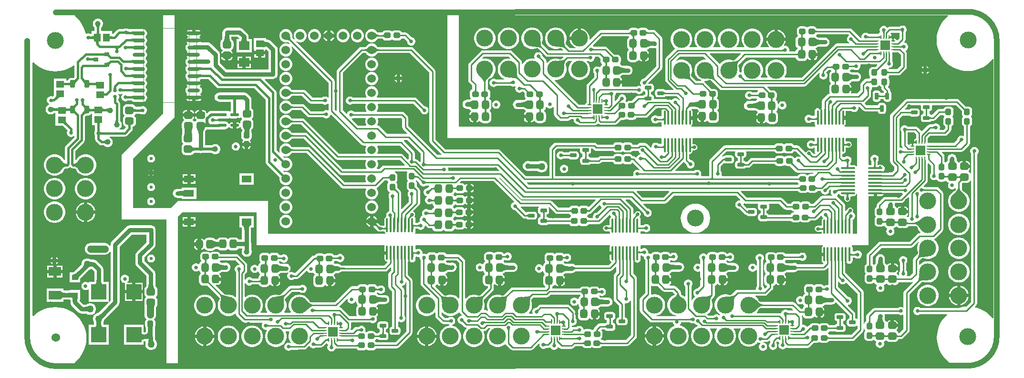
<source format=gtl>
G04*
G04 #@! TF.GenerationSoftware,Altium Limited,Altium Designer,22.8.2 (66)*
G04*
G04 Layer_Physical_Order=1*
G04 Layer_Color=255*
%FSLAX44Y44*%
%MOMM*%
G71*
G04*
G04 #@! TF.SameCoordinates,3B6084FD-5DD7-4A75-9D95-E8563ACB50C0*
G04*
G04*
G04 #@! TF.FilePolarity,Positive*
G04*
G01*
G75*
%ADD13C,0.2540*%
%ADD18C,1.0000*%
%ADD19C,0.0254*%
%ADD20C,0.0500*%
%ADD21O,0.3500X2.5500*%
%ADD22O,2.5500X0.3500*%
%ADD23R,1.8000X1.2000*%
G04:AMPARAMS|DCode=24|XSize=1.5544mm|YSize=0.5721mm|CornerRadius=0.2861mm|HoleSize=0mm|Usage=FLASHONLY|Rotation=0.000|XOffset=0mm|YOffset=0mm|HoleType=Round|Shape=RoundedRectangle|*
%AMROUNDEDRECTD24*
21,1,1.5544,0.0000,0,0,0.0*
21,1,0.9823,0.5721,0,0,0.0*
1,1,0.5721,0.4911,0.0000*
1,1,0.5721,-0.4911,0.0000*
1,1,0.5721,-0.4911,0.0000*
1,1,0.5721,0.4911,0.0000*
%
%ADD24ROUNDEDRECTD24*%
%ADD25R,1.5544X0.5721*%
G04:AMPARAMS|DCode=26|XSize=1.3mm|YSize=1.5001mm|CornerRadius=0.325mm|HoleSize=0mm|Usage=FLASHONLY|Rotation=180.000|XOffset=0mm|YOffset=0mm|HoleType=Round|Shape=RoundedRectangle|*
%AMROUNDEDRECTD26*
21,1,1.3000,0.8501,0,0,180.0*
21,1,0.6500,1.5001,0,0,180.0*
1,1,0.6500,-0.3250,0.4251*
1,1,0.6500,0.3250,0.4251*
1,1,0.6500,0.3250,-0.4251*
1,1,0.6500,-0.3250,-0.4251*
%
%ADD26ROUNDEDRECTD26*%
G04:AMPARAMS|DCode=27|XSize=1.3mm|YSize=1.5001mm|CornerRadius=0.325mm|HoleSize=0mm|Usage=FLASHONLY|Rotation=90.000|XOffset=0mm|YOffset=0mm|HoleType=Round|Shape=RoundedRectangle|*
%AMROUNDEDRECTD27*
21,1,1.3000,0.8501,0,0,90.0*
21,1,0.6500,1.5001,0,0,90.0*
1,1,0.6500,0.4251,0.3250*
1,1,0.6500,0.4251,-0.3250*
1,1,0.6500,-0.4251,-0.3250*
1,1,0.6500,-0.4251,0.3250*
%
%ADD27ROUNDEDRECTD27*%
G04:AMPARAMS|DCode=28|XSize=1mm|YSize=1.15mm|CornerRadius=0.25mm|HoleSize=0mm|Usage=FLASHONLY|Rotation=0.000|XOffset=0mm|YOffset=0mm|HoleType=Round|Shape=RoundedRectangle|*
%AMROUNDEDRECTD28*
21,1,1.0000,0.6500,0,0,0.0*
21,1,0.5000,1.1500,0,0,0.0*
1,1,0.5000,0.2500,-0.3250*
1,1,0.5000,-0.2500,-0.3250*
1,1,0.5000,-0.2500,0.3250*
1,1,0.5000,0.2500,0.3250*
%
%ADD28ROUNDEDRECTD28*%
G04:AMPARAMS|DCode=29|XSize=1mm|YSize=1.15mm|CornerRadius=0.25mm|HoleSize=0mm|Usage=FLASHONLY|Rotation=270.000|XOffset=0mm|YOffset=0mm|HoleType=Round|Shape=RoundedRectangle|*
%AMROUNDEDRECTD29*
21,1,1.0000,0.6500,0,0,270.0*
21,1,0.5000,1.1500,0,0,270.0*
1,1,0.5000,-0.3250,-0.2500*
1,1,0.5000,-0.3250,0.2500*
1,1,0.5000,0.3250,0.2500*
1,1,0.5000,0.3250,-0.2500*
%
%ADD29ROUNDEDRECTD29*%
%ADD30R,2.7000X2.7000*%
G04:AMPARAMS|DCode=31|XSize=1.15mm|YSize=0.6mm|CornerRadius=0.075mm|HoleSize=0mm|Usage=FLASHONLY|Rotation=0.000|XOffset=0mm|YOffset=0mm|HoleType=Round|Shape=RoundedRectangle|*
%AMROUNDEDRECTD31*
21,1,1.1500,0.4500,0,0,0.0*
21,1,1.0000,0.6000,0,0,0.0*
1,1,0.1500,0.5000,-0.2250*
1,1,0.1500,-0.5000,-0.2250*
1,1,0.1500,-0.5000,0.2250*
1,1,0.1500,0.5000,0.2250*
%
%ADD31ROUNDEDRECTD31*%
G04:AMPARAMS|DCode=32|XSize=1.15mm|YSize=0.6mm|CornerRadius=0.075mm|HoleSize=0mm|Usage=FLASHONLY|Rotation=270.000|XOffset=0mm|YOffset=0mm|HoleType=Round|Shape=RoundedRectangle|*
%AMROUNDEDRECTD32*
21,1,1.1500,0.4500,0,0,270.0*
21,1,1.0000,0.6000,0,0,270.0*
1,1,0.1500,-0.2250,-0.5000*
1,1,0.1500,-0.2250,0.5000*
1,1,0.1500,0.2250,0.5000*
1,1,0.1500,0.2250,-0.5000*
%
%ADD32ROUNDEDRECTD32*%
%ADD33R,0.9000X0.8000*%
%ADD34R,1.1000X0.9500*%
%ADD35R,2.1800X1.6200*%
%ADD36R,1.8582X1.5057*%
%ADD37R,1.4500X1.3000*%
%ADD38R,1.3000X1.4500*%
%ADD39R,1.4500X1.2500*%
%ADD40O,0.8000X0.2500*%
%ADD41O,0.2500X0.8000*%
%ADD42R,1.6800X1.6800*%
%ADD43R,1.6800X1.6800*%
%ADD44C,1.0000*%
%ADD45O,2.1590X0.7112*%
G04:AMPARAMS|DCode=46|XSize=2.159mm|YSize=0.7112mm|CornerRadius=0.1778mm|HoleSize=0mm|Usage=FLASHONLY|Rotation=180.000|XOffset=0mm|YOffset=0mm|HoleType=Round|Shape=RoundedRectangle|*
%AMROUNDEDRECTD46*
21,1,2.1590,0.3556,0,0,180.0*
21,1,1.8034,0.7112,0,0,180.0*
1,1,0.3556,-0.9017,0.1778*
1,1,0.3556,0.9017,0.1778*
1,1,0.3556,0.9017,-0.1778*
1,1,0.3556,-0.9017,-0.1778*
%
%ADD46ROUNDEDRECTD46*%
G04:AMPARAMS|DCode=47|XSize=1.35mm|YSize=0.9mm|CornerRadius=0.225mm|HoleSize=0mm|Usage=FLASHONLY|Rotation=90.000|XOffset=0mm|YOffset=0mm|HoleType=Round|Shape=RoundedRectangle|*
%AMROUNDEDRECTD47*
21,1,1.3500,0.4500,0,0,90.0*
21,1,0.9000,0.9000,0,0,90.0*
1,1,0.4500,0.2250,0.4500*
1,1,0.4500,0.2250,-0.4500*
1,1,0.4500,-0.2250,-0.4500*
1,1,0.4500,-0.2250,0.4500*
%
%ADD47ROUNDEDRECTD47*%
%ADD76C,0.3810*%
%ADD77C,0.8000*%
%ADD78C,1.2700*%
%ADD79C,0.5000*%
%ADD80C,1.5300*%
%ADD81C,0.6000*%
%ADD82C,3.0000*%
%ADD83C,1.5240*%
%ADD84C,0.6600*%
%ADD85C,1.2700*%
%ADD86C,0.5500*%
G36*
X127908Y605399D02*
X127584Y604929D01*
X127298Y604445D01*
X127051Y603947D01*
X126841Y603435D01*
X126670Y602908D01*
X126536Y602367D01*
X126441Y601812D01*
X126384Y601243D01*
X126365Y600659D01*
X122555D01*
X122536Y601243D01*
X122479Y601812D01*
X122383Y602367D01*
X122250Y602908D01*
X122079Y603435D01*
X121869Y603947D01*
X121622Y604445D01*
X121336Y604929D01*
X121012Y605399D01*
X120650Y605854D01*
X128270D01*
X127908Y605399D01*
D02*
G37*
G36*
X1550599Y596114D02*
X1550389Y596312D01*
X1550166Y596488D01*
X1549931Y596644D01*
X1549683Y596780D01*
X1549422Y596894D01*
X1549149Y596988D01*
X1548863Y597060D01*
X1548565Y597112D01*
X1548254Y597144D01*
X1547930Y597154D01*
Y599694D01*
X1548254Y599704D01*
X1548565Y599736D01*
X1548863Y599788D01*
X1549149Y599860D01*
X1549422Y599954D01*
X1549683Y600068D01*
X1549931Y600204D01*
X1550166Y600360D01*
X1550389Y600536D01*
X1550599Y600734D01*
Y596114D01*
D02*
G37*
G36*
X1555068Y595857D02*
X1554892Y595634D01*
X1554736Y595399D01*
X1554600Y595151D01*
X1554486Y594890D01*
X1554392Y594617D01*
X1554320Y594331D01*
X1554268Y594033D01*
X1554236Y593722D01*
X1554226Y593398D01*
X1551686D01*
X1551676Y593722D01*
X1551644Y594033D01*
X1551592Y594331D01*
X1551520Y594617D01*
X1551426Y594890D01*
X1551312Y595151D01*
X1551176Y595399D01*
X1551020Y595634D01*
X1550844Y595857D01*
X1550646Y596067D01*
X1555266D01*
X1555068Y595857D01*
D02*
G37*
G36*
X1397290Y597670D02*
X1397367Y597455D01*
X1397496Y597265D01*
X1397677Y597101D01*
X1397908Y596962D01*
X1398192Y596848D01*
X1398527Y596760D01*
X1398914Y596697D01*
X1399352Y596659D01*
X1399842Y596646D01*
Y594106D01*
X1399352Y594093D01*
X1398914Y594055D01*
X1398527Y593992D01*
X1398192Y593904D01*
X1397908Y593790D01*
X1397677Y593651D01*
X1397496Y593487D01*
X1397367Y593297D01*
X1397290Y593082D01*
X1397264Y592842D01*
Y597910D01*
X1397290Y597670D01*
D02*
G37*
G36*
X1521593Y595403D02*
X1521382Y595212D01*
X1521193Y595005D01*
X1521026Y594784D01*
X1520882Y594548D01*
X1520760Y594297D01*
X1520660Y594031D01*
X1520582Y593750D01*
X1520526Y593454D01*
X1520493Y593144D01*
X1520482Y592818D01*
X1517942Y593049D01*
X1517932Y593371D01*
X1517904Y593682D01*
X1517856Y593982D01*
X1517789Y594272D01*
X1517704Y594552D01*
X1517599Y594820D01*
X1517475Y595078D01*
X1517332Y595326D01*
X1517170Y595563D01*
X1516989Y595789D01*
X1521593Y595403D01*
D02*
G37*
G36*
X126384Y595008D02*
X126441Y594355D01*
X126536Y593779D01*
X126670Y593280D01*
X126841Y592857D01*
X127051Y592511D01*
X127298Y592243D01*
X127584Y592051D01*
X127908Y591935D01*
X128270Y591897D01*
X120650D01*
X121012Y591935D01*
X121336Y592051D01*
X121622Y592243D01*
X121869Y592511D01*
X122079Y592857D01*
X122250Y593280D01*
X122383Y593779D01*
X122479Y594355D01*
X122536Y595008D01*
X122555Y595737D01*
X126365D01*
X126384Y595008D01*
D02*
G37*
G36*
X171887Y591034D02*
X171793Y591111D01*
X171668Y591180D01*
X171512Y591241D01*
X171326Y591293D01*
X171109Y591338D01*
X170862Y591374D01*
X170277Y591423D01*
X169569Y591439D01*
Y595249D01*
X169938Y595253D01*
X170862Y595314D01*
X171109Y595350D01*
X171326Y595395D01*
X171512Y595448D01*
X171668Y595508D01*
X171793Y595577D01*
X171887Y595654D01*
Y591034D01*
D02*
G37*
G36*
X176783Y595478D02*
X176908Y595403D01*
X177064Y595337D01*
X177250Y595280D01*
X177466Y595232D01*
X177713Y595192D01*
X178298Y595140D01*
X179004Y595122D01*
X178824Y591312D01*
X178454Y591308D01*
X177283Y591220D01*
X177067Y591180D01*
X176882Y591132D01*
X176727Y591077D01*
X176603Y591015D01*
X176510Y590945D01*
X176688Y595562D01*
X176783Y595478D01*
D02*
G37*
G36*
X1097809Y595130D02*
X1097887Y594915D01*
X1098016Y594725D01*
X1098196Y594561D01*
X1098428Y594422D01*
X1098711Y594308D01*
X1099047Y594220D01*
X1099433Y594157D01*
X1099872Y594119D01*
X1100361Y594106D01*
Y591566D01*
X1099872Y591553D01*
X1099433Y591515D01*
X1099047Y591452D01*
X1098711Y591364D01*
X1098428Y591250D01*
X1098196Y591111D01*
X1098016Y590947D01*
X1097887Y590757D01*
X1097809Y590542D01*
X1097784Y590302D01*
Y595370D01*
X1097809Y595130D01*
D02*
G37*
G36*
X1069924Y589794D02*
X1069893Y590034D01*
X1069809Y590249D01*
X1069672Y590439D01*
X1069483Y590603D01*
X1069241Y590742D01*
X1068947Y590856D01*
X1068600Y590944D01*
X1068201Y591007D01*
X1067750Y591045D01*
X1067246Y591058D01*
Y593598D01*
X1067739Y593611D01*
X1068180Y593649D01*
X1068568Y593712D01*
X1068904Y593801D01*
X1069187Y593915D01*
X1069418Y594055D01*
X1069596Y594220D01*
X1069722Y594411D01*
X1069795Y594627D01*
X1069816Y594868D01*
X1069924Y589794D01*
D02*
G37*
G36*
X187346Y589560D02*
X187056Y589893D01*
X186725Y590190D01*
X186353Y590453D01*
X185940Y590681D01*
X185485Y590874D01*
X184990Y591032D01*
X184453Y591154D01*
X183874Y591242D01*
X183255Y591295D01*
X182594Y591312D01*
X184231Y595122D01*
X184958Y595126D01*
X188124Y595312D01*
X188452Y595369D01*
X188724Y595435D01*
X188940Y595509D01*
X187346Y589560D01*
D02*
G37*
G36*
X1376648Y590363D02*
X1376432Y590286D01*
X1376241Y590157D01*
X1376076Y589977D01*
X1375937Y589746D01*
X1375822Y589463D01*
X1375733Y589129D01*
X1375670Y588744D01*
X1375632Y588307D01*
X1375619Y587818D01*
X1373079D01*
X1373067Y588307D01*
X1373028Y588744D01*
X1372965Y589129D01*
X1372876Y589463D01*
X1372762Y589746D01*
X1372622Y589977D01*
X1372457Y590157D01*
X1372266Y590286D01*
X1372050Y590363D01*
X1371809Y590389D01*
X1376889D01*
X1376648Y590363D01*
D02*
G37*
G36*
X1547583Y583378D02*
X1543862Y579656D01*
X1542620Y579909D01*
X1542443Y580034D01*
X1541674Y581184D01*
X1540421Y582022D01*
X1538942Y582316D01*
X1537669D01*
X1537554Y582079D01*
X1537448Y581811D01*
X1537362Y581532D01*
X1537294Y581242D01*
X1537282Y581166D01*
X1537322Y580924D01*
X1537411Y580589D01*
X1537525Y580307D01*
X1537665Y580075D01*
X1537830Y579895D01*
X1538021Y579767D01*
X1538237Y579690D01*
X1538478Y579665D01*
X1533404Y579657D01*
X1533644Y579683D01*
X1533859Y579761D01*
X1534049Y579890D01*
X1534213Y580070D01*
X1534352Y580302D01*
X1534466Y580586D01*
X1534554Y580921D01*
X1534570Y581019D01*
X1534568Y581029D01*
X1534491Y581310D01*
X1534392Y581576D01*
X1534270Y581828D01*
X1534126Y582065D01*
X1533960Y582288D01*
X1533772Y582495D01*
X1533562Y582688D01*
X1534092Y582729D01*
Y583352D01*
X1533259D01*
X1533246Y582992D01*
X1533044Y583195D01*
X1532828Y583378D01*
X1532598Y583539D01*
X1532355Y583678D01*
X1532098Y583796D01*
X1531828Y583892D01*
X1531638Y583943D01*
X1531330Y583861D01*
X1531048Y583746D01*
X1530816Y583607D01*
X1530636Y583442D01*
X1530508Y583251D01*
X1530431Y583035D01*
X1530405Y582794D01*
Y587874D01*
X1530431Y587633D01*
X1530508Y587417D01*
X1530636Y587226D01*
X1530816Y587061D01*
X1531048Y586922D01*
X1531330Y586807D01*
X1531664Y586718D01*
X1531710Y586711D01*
X1531931Y586765D01*
X1532207Y586855D01*
X1532471Y586966D01*
X1532724Y587096D01*
X1532965Y587247D01*
X1533056Y587315D01*
Y588202D01*
X1532762Y589681D01*
X1531924Y590934D01*
X1531797Y592249D01*
X1532547Y593051D01*
X1547583D01*
Y583378D01*
D02*
G37*
G36*
X1077285Y587823D02*
X1077069Y587746D01*
X1076879Y587617D01*
X1076714Y587437D01*
X1076574Y587206D01*
X1076460Y586923D01*
X1076371Y586589D01*
X1076308Y586203D01*
X1076269Y585766D01*
X1076257Y585278D01*
X1073717D01*
X1073704Y585766D01*
X1073666Y586203D01*
X1073602Y586589D01*
X1073513Y586923D01*
X1073399Y587206D01*
X1073260Y587437D01*
X1073094Y587617D01*
X1072904Y587746D01*
X1072688Y587823D01*
X1072447Y587849D01*
X1077527D01*
X1077285Y587823D01*
D02*
G37*
G36*
X1375632Y585868D02*
X1375670Y585431D01*
X1375733Y585045D01*
X1375822Y584711D01*
X1375937Y584428D01*
X1376076Y584197D01*
X1376241Y584017D01*
X1376432Y583888D01*
X1376648Y583811D01*
X1376889Y583785D01*
X1371809D01*
X1372050Y583811D01*
X1372266Y583888D01*
X1372457Y584017D01*
X1372622Y584197D01*
X1372762Y584428D01*
X1372876Y584711D01*
X1372965Y585045D01*
X1373028Y585431D01*
X1373067Y585868D01*
X1373079Y586356D01*
X1375619D01*
X1375632Y585868D01*
D02*
G37*
G36*
X1490155Y587621D02*
X1490361Y587432D01*
X1490583Y587266D01*
X1490819Y587122D01*
X1491070Y587000D01*
X1491337Y586900D01*
X1491617Y586822D01*
X1491913Y586766D01*
X1492224Y586733D01*
X1492549Y586722D01*
X1492322Y584182D01*
X1492000Y584172D01*
X1491689Y584144D01*
X1491388Y584096D01*
X1491098Y584029D01*
X1490819Y583943D01*
X1490550Y583838D01*
X1490292Y583714D01*
X1490045Y583571D01*
X1489808Y583409D01*
X1489582Y583228D01*
X1489963Y587832D01*
X1490155Y587621D01*
D02*
G37*
G36*
X1512979Y582912D02*
X1512953Y583153D01*
X1512876Y583369D01*
X1512748Y583560D01*
X1512568Y583725D01*
X1512336Y583865D01*
X1512054Y583979D01*
X1511720Y584068D01*
X1511334Y584131D01*
X1510897Y584169D01*
X1510409Y584182D01*
Y586722D01*
X1510897Y586735D01*
X1511334Y586773D01*
X1511720Y586836D01*
X1512054Y586925D01*
X1512336Y587039D01*
X1512568Y587179D01*
X1512748Y587344D01*
X1512876Y587535D01*
X1512953Y587751D01*
X1512979Y587992D01*
Y582912D01*
D02*
G37*
G36*
X109639Y586941D02*
X109764Y586872D01*
X109920Y586811D01*
X110106Y586759D01*
X110323Y586714D01*
X110570Y586678D01*
X111155Y586629D01*
X111863Y586613D01*
Y582803D01*
X111494Y582799D01*
X110570Y582738D01*
X110323Y582702D01*
X110106Y582657D01*
X109920Y582604D01*
X109764Y582544D01*
X109639Y582475D01*
X109545Y582398D01*
Y587018D01*
X109639Y586941D01*
D02*
G37*
G36*
X1076269Y583327D02*
X1076308Y582891D01*
X1076371Y582505D01*
X1076460Y582171D01*
X1076574Y581888D01*
X1076714Y581657D01*
X1076879Y581477D01*
X1077069Y581348D01*
X1077285Y581271D01*
X1077527Y581245D01*
X1072447D01*
X1072688Y581271D01*
X1072904Y581348D01*
X1073094Y581477D01*
X1073260Y581657D01*
X1073399Y581888D01*
X1073513Y582171D01*
X1073602Y582505D01*
X1073666Y582891D01*
X1073704Y583327D01*
X1073717Y583816D01*
X1076257D01*
X1076269Y583327D01*
D02*
G37*
G36*
X146049Y588156D02*
X146165Y587832D01*
X146357Y587546D01*
X146625Y587299D01*
X146971Y587089D01*
X147394Y586918D01*
X147893Y586784D01*
X148469Y586689D01*
X149122Y586632D01*
X149852Y586613D01*
Y582803D01*
X149122Y582784D01*
X148469Y582727D01*
X147893Y582631D01*
X147394Y582498D01*
X146971Y582327D01*
X146625Y582117D01*
X146357Y581870D01*
X146165Y581584D01*
X146049Y581260D01*
X146011Y580898D01*
Y588518D01*
X146049Y588156D01*
D02*
G37*
G36*
X117102Y580898D02*
X117064Y581260D01*
X116950Y581584D01*
X116760Y581870D01*
X116493Y582117D01*
X116150Y582327D01*
X115731Y582498D01*
X115236Y582631D01*
X114664Y582727D01*
X114016Y582784D01*
X113293Y582803D01*
Y586613D01*
X114016Y586632D01*
X114664Y586689D01*
X115236Y586784D01*
X115731Y586918D01*
X116150Y587089D01*
X116493Y587299D01*
X116760Y587546D01*
X116950Y587832D01*
X117064Y588156D01*
X117102Y588518D01*
Y580898D01*
D02*
G37*
G36*
X465874Y586574D02*
X466006Y584593D01*
X466131Y583717D01*
X466294Y582918D01*
X466496Y582196D01*
X466738Y581550D01*
X467017Y580982D01*
X467336Y580490D01*
X467694Y580074D01*
X465898Y578278D01*
X465482Y578636D01*
X464990Y578955D01*
X464422Y579235D01*
X463776Y579476D01*
X463054Y579678D01*
X462255Y579841D01*
X461379Y579966D01*
X459398Y580098D01*
X458293Y580106D01*
X465866Y587679D01*
X465874Y586574D01*
D02*
G37*
G36*
X1464825Y581339D02*
X1464857Y581056D01*
X1464913Y580779D01*
X1464993Y580508D01*
X1465097Y580243D01*
X1465224Y579984D01*
X1465374Y579730D01*
X1465549Y579482D01*
X1465746Y579240D01*
X1465968Y579004D01*
X1464172Y577208D01*
X1463936Y577430D01*
X1463694Y577627D01*
X1463446Y577802D01*
X1463192Y577952D01*
X1462933Y578079D01*
X1462668Y578183D01*
X1462397Y578263D01*
X1462120Y578319D01*
X1461837Y578351D01*
X1461549Y578360D01*
X1464816Y581627D01*
X1464825Y581339D01*
D02*
G37*
G36*
X187738Y576604D02*
X187753Y576962D01*
X187651Y577281D01*
X187432Y577563D01*
X187096Y577808D01*
X186643Y578015D01*
X186072Y578184D01*
X185385Y578316D01*
X184581Y578410D01*
X183659Y578466D01*
X182621Y578485D01*
X184075Y582295D01*
X184778Y582300D01*
X187574Y582480D01*
X187990Y582547D01*
X188678Y582711D01*
X188950Y582809D01*
X187738Y576604D01*
D02*
G37*
G36*
X745236Y405892D02*
X1124129D01*
X1124934Y404910D01*
X1124745Y403960D01*
Y395401D01*
X1119619D01*
X1119034Y395985D01*
X1117370Y396946D01*
X1115513Y397444D01*
X1113591D01*
X1111734Y396946D01*
X1110070Y395985D01*
X1108711Y394626D01*
X1107749Y392962D01*
X1107252Y391105D01*
Y389183D01*
X1107297Y389014D01*
X1106159Y388356D01*
X1099047Y395467D01*
X1097304Y396632D01*
X1095248Y397041D01*
X1087120D01*
X1085064Y396632D01*
X1083320Y395467D01*
X1081810Y393957D01*
X1073950D01*
X1073572Y394870D01*
X1072530Y396228D01*
X1071172Y397269D01*
X1069591Y397924D01*
X1067894Y398148D01*
X1061394D01*
X1059697Y397924D01*
X1058116Y397269D01*
X1056758Y396228D01*
X1056030D01*
X1054672Y397269D01*
X1053091Y397924D01*
X1051394Y398148D01*
X1044894D01*
X1043197Y397924D01*
X1041616Y397269D01*
X1040258Y396228D01*
X1039216Y394870D01*
X1038838Y393957D01*
X1011041D01*
X1009022Y395975D01*
X1007279Y397140D01*
X1005223Y397549D01*
X937768D01*
X935712Y397140D01*
X933969Y395975D01*
X927365Y389371D01*
X926200Y387628D01*
X925791Y385572D01*
Y338097D01*
X884724D01*
X838930Y383891D01*
X837187Y385055D01*
X835131Y385464D01*
X741258D01*
X723685Y403038D01*
Y524256D01*
X723276Y526312D01*
X722112Y528055D01*
X684012Y566156D01*
X682268Y567320D01*
X680212Y567729D01*
X620966D01*
X619938Y569509D01*
X617769Y571678D01*
X615113Y573212D01*
X612150Y574006D01*
X609082D01*
X606119Y573212D01*
X603463Y571678D01*
X601294Y569509D01*
X600266Y567729D01*
X592328D01*
X590272Y567320D01*
X588529Y566156D01*
X549921Y527547D01*
X548756Y525804D01*
X548347Y523748D01*
Y454696D01*
X547077Y454170D01*
X544869Y456378D01*
Y506476D01*
X544460Y508532D01*
X543296Y510275D01*
X476796Y576775D01*
X477576Y577791D01*
X479119Y576900D01*
X482082Y576106D01*
X485150D01*
X488113Y576900D01*
X490769Y578434D01*
X492938Y580603D01*
X494472Y583259D01*
X495266Y586222D01*
Y589290D01*
X494472Y592253D01*
X492938Y594909D01*
X490769Y597078D01*
X488113Y598612D01*
X485150Y599406D01*
X482082D01*
X479119Y598612D01*
X476463Y597078D01*
X474294Y594909D01*
X472760Y592253D01*
X471966Y589290D01*
Y586222D01*
X472760Y583259D01*
X473651Y581716D01*
X472635Y580936D01*
X469334Y584237D01*
X469866Y586222D01*
Y589290D01*
X469072Y592253D01*
X467538Y594909D01*
X465369Y597078D01*
X462713Y598612D01*
X459750Y599406D01*
X456682D01*
X453719Y598612D01*
X451063Y597078D01*
X448894Y594909D01*
X447360Y592253D01*
X446566Y589290D01*
Y586222D01*
X447360Y583259D01*
X448894Y580603D01*
X451063Y578434D01*
X453719Y576900D01*
X456682Y576106D01*
X459750D01*
X461735Y576638D01*
X465036Y573337D01*
X464256Y572321D01*
X462713Y573212D01*
X459750Y574006D01*
X456682D01*
X453719Y573212D01*
X451063Y571678D01*
X448894Y569509D01*
X447360Y566853D01*
X446566Y563890D01*
Y560822D01*
X447360Y557859D01*
X448894Y555203D01*
X451063Y553034D01*
X453719Y551500D01*
X456682Y550706D01*
X459750D01*
X462713Y551500D01*
X465369Y553034D01*
X467538Y555203D01*
X469072Y557859D01*
X469866Y560822D01*
Y563890D01*
X469072Y566853D01*
X468181Y568396D01*
X469197Y569176D01*
X534123Y504250D01*
Y478249D01*
X532853Y477723D01*
X532294Y478281D01*
X530630Y479243D01*
X528773Y479740D01*
X526851D01*
X524994Y479243D01*
X523330Y478281D01*
X522862Y477813D01*
X505146D01*
X493004Y489955D01*
X491260Y491120D01*
X489204Y491529D01*
X468566D01*
X467538Y493309D01*
X465369Y495478D01*
X462713Y497012D01*
X459750Y497806D01*
X456682D01*
X453719Y497012D01*
X451063Y495478D01*
X448894Y493309D01*
X447360Y490653D01*
X446566Y487690D01*
Y484622D01*
X447360Y481659D01*
X448894Y479003D01*
X451063Y476834D01*
X453719Y475300D01*
X456682Y474506D01*
X459750D01*
X462713Y475300D01*
X465369Y476834D01*
X467538Y479003D01*
X468566Y480783D01*
X486978D01*
X499120Y468641D01*
X500864Y467476D01*
X502920Y467067D01*
X522862D01*
X523330Y466599D01*
X524994Y465638D01*
X526851Y465140D01*
X528773D01*
X530630Y465638D01*
X532294Y466599D01*
X532853Y467157D01*
X534123Y466631D01*
Y455481D01*
X532853Y454748D01*
X532662Y454859D01*
X530805Y455356D01*
X528883D01*
X527026Y454859D01*
X525362Y453897D01*
X524893Y453429D01*
X502098D01*
X490971Y464556D01*
X489228Y465720D01*
X487172Y466129D01*
X468566D01*
X467538Y467909D01*
X465369Y470078D01*
X462713Y471612D01*
X459750Y472406D01*
X456682D01*
X453719Y471612D01*
X451063Y470078D01*
X448894Y467909D01*
X447360Y465253D01*
X446566Y462290D01*
Y459222D01*
X447360Y456259D01*
X448894Y453603D01*
X451063Y451434D01*
X453719Y449900D01*
X456682Y449106D01*
X459750D01*
X462713Y449900D01*
X465369Y451434D01*
X467538Y453603D01*
X468566Y455383D01*
X484946D01*
X496073Y444257D01*
X497816Y443092D01*
X499872Y442683D01*
X524893D01*
X525362Y442215D01*
X527026Y441254D01*
X528883Y440756D01*
X530805D01*
X532662Y441254D01*
X534326Y442215D01*
X535685Y443574D01*
X536646Y445238D01*
X537144Y447095D01*
Y447246D01*
X538317Y447732D01*
X592085Y393965D01*
X593828Y392800D01*
X595884Y392391D01*
X600254D01*
X600954Y391121D01*
X599760Y389053D01*
X598966Y386090D01*
Y383022D01*
X599760Y380059D01*
X600466Y378837D01*
X599831Y377737D01*
X552390D01*
X490971Y439156D01*
X489228Y440320D01*
X487172Y440729D01*
X468566D01*
X467538Y442509D01*
X465369Y444678D01*
X462713Y446212D01*
X459750Y447006D01*
X456682D01*
X453719Y446212D01*
X451063Y444678D01*
X448894Y442509D01*
X447360Y439853D01*
X446566Y436890D01*
Y433822D01*
X447360Y430859D01*
X448894Y428203D01*
X451063Y426034D01*
X453719Y424500D01*
X456682Y423706D01*
X459750D01*
X462713Y424500D01*
X465369Y426034D01*
X467538Y428203D01*
X468566Y429983D01*
X484946D01*
X546365Y368564D01*
X548108Y367400D01*
X550164Y366991D01*
X600254D01*
X600954Y365721D01*
X599760Y363653D01*
X598966Y360690D01*
Y357622D01*
X599760Y354659D01*
X601247Y352083D01*
X601073Y351415D01*
X600824Y350813D01*
X558994D01*
X496051Y413755D01*
X494308Y414920D01*
X492252Y415329D01*
X468566D01*
X467538Y417109D01*
X465369Y419278D01*
X462713Y420812D01*
X459750Y421606D01*
X456682D01*
X453719Y420812D01*
X451063Y419278D01*
X448894Y417109D01*
X447360Y414453D01*
X446566Y411490D01*
Y408422D01*
X447360Y405459D01*
X448894Y402803D01*
X451063Y400634D01*
X453719Y399100D01*
X456682Y398306D01*
X459750D01*
X462713Y399100D01*
X465369Y400634D01*
X467538Y402803D01*
X468566Y404583D01*
X490026D01*
X552968Y341641D01*
X554712Y340476D01*
X556768Y340067D01*
X599537D01*
X600172Y338967D01*
X599760Y338253D01*
X598966Y335290D01*
Y332222D01*
X599760Y329259D01*
X600395Y328159D01*
X599760Y327059D01*
X562428D01*
X501132Y388355D01*
X499388Y389520D01*
X497332Y389929D01*
X468566D01*
X467538Y391709D01*
X465369Y393878D01*
X462713Y395412D01*
X459750Y396206D01*
X456682D01*
X453719Y395412D01*
X451063Y393878D01*
X448894Y391709D01*
X447360Y389053D01*
X446566Y386090D01*
Y383022D01*
X447263Y380419D01*
X446125Y379762D01*
X441377Y384510D01*
Y486664D01*
X440918Y488968D01*
X439613Y490921D01*
X420601Y509934D01*
X421087Y511107D01*
X435356D01*
X437444Y511382D01*
X439390Y512188D01*
X441062Y513470D01*
X442344Y515141D01*
X443150Y517088D01*
X443425Y519176D01*
Y563372D01*
X443150Y565460D01*
X442344Y567407D01*
X441062Y569078D01*
X431762Y578377D01*
X430091Y579660D01*
X428145Y580466D01*
X426056Y580741D01*
X423318D01*
Y583904D01*
X400818D01*
Y562904D01*
X402278D01*
Y560404D01*
X412068D01*
X421858D01*
Y562904D01*
X423318D01*
Y562904D01*
X424092Y563225D01*
X427287Y560030D01*
Y527245D01*
X352846D01*
X341317Y538774D01*
Y553720D01*
X341042Y555808D01*
X340236Y557755D01*
X338954Y559426D01*
X324984Y573396D01*
X323312Y574678D01*
X321366Y575484D01*
X319278Y575759D01*
X308323D01*
X307894Y576374D01*
X294645D01*
X282079D01*
X283011Y574979D01*
X283702Y574517D01*
X283447Y573160D01*
X282017Y572063D01*
X280806Y570485D01*
X280044Y568647D01*
X279785Y566674D01*
X280044Y564701D01*
X280806Y562863D01*
X282017Y561285D01*
X283447Y560188D01*
X283702Y558831D01*
X283011Y558369D01*
X282079Y556974D01*
X294645D01*
Y550974D01*
X282079D01*
X283011Y549579D01*
X283702Y549117D01*
X283447Y547760D01*
X282017Y546663D01*
X280806Y545085D01*
X280044Y543246D01*
X279785Y541274D01*
X280044Y539301D01*
X280806Y537463D01*
X282017Y535885D01*
X282442Y535559D01*
Y534289D01*
X282017Y533963D01*
X280806Y532385D01*
X280044Y530546D01*
X279785Y528574D01*
X280044Y526601D01*
X280806Y524763D01*
X282017Y523185D01*
X282442Y522859D01*
Y521589D01*
X282017Y521263D01*
X280806Y519685D01*
X280044Y517846D01*
X279785Y515874D01*
X280044Y513901D01*
X280806Y512063D01*
X282017Y510485D01*
X283447Y509388D01*
X283702Y508031D01*
X283011Y507569D01*
X282079Y506174D01*
X294645D01*
X307211D01*
X306279Y507569D01*
X305588Y508031D01*
X305843Y509388D01*
X307273Y510485D01*
X307568Y510869D01*
X320340D01*
X335087Y496123D01*
X337040Y494818D01*
X339344Y494359D01*
X401874D01*
X422223Y474010D01*
Y363728D01*
X422682Y361424D01*
X423987Y359471D01*
X446904Y336553D01*
X446566Y335290D01*
Y332222D01*
X447360Y329259D01*
X448894Y326603D01*
X451063Y324434D01*
X453719Y322900D01*
X456682Y322106D01*
X459750D01*
X462713Y322900D01*
X465369Y324434D01*
X467538Y326603D01*
X469072Y329259D01*
X469866Y332222D01*
Y335290D01*
X469072Y338253D01*
X467538Y340909D01*
X465369Y343078D01*
X462713Y344612D01*
X459750Y345406D01*
X456682D01*
X455419Y345067D01*
X453422Y347065D01*
X454079Y348204D01*
X456682Y347506D01*
X459750D01*
X462713Y348300D01*
X465369Y349834D01*
X467538Y352003D01*
X469072Y354659D01*
X469866Y357622D01*
Y360690D01*
X469072Y363653D01*
X467538Y366309D01*
X465369Y368478D01*
X462713Y370012D01*
X459750Y370806D01*
X456682D01*
X455419Y370467D01*
X453422Y372465D01*
X454079Y373604D01*
X456682Y372906D01*
X459750D01*
X462713Y373700D01*
X465369Y375234D01*
X467538Y377403D01*
X468566Y379183D01*
X495106D01*
X556403Y317887D01*
X558146Y316722D01*
X560202Y316313D01*
X600413D01*
X601024Y315043D01*
X599760Y312853D01*
X598966Y309890D01*
Y306822D01*
X599760Y303859D01*
X601294Y301203D01*
X603463Y299034D01*
X606119Y297500D01*
X609082Y296706D01*
X612150D01*
X615113Y297500D01*
X617769Y299034D01*
X619938Y301203D01*
X621472Y303859D01*
X622266Y306822D01*
Y309890D01*
X621472Y312853D01*
X619938Y315509D01*
X619693Y315755D01*
X619854Y317390D01*
X620597Y317887D01*
X633126Y330415D01*
X638376D01*
X639014Y328874D01*
X640056Y327516D01*
Y326788D01*
X639014Y325430D01*
X638359Y323849D01*
X638136Y322152D01*
Y315652D01*
X638359Y313955D01*
X639014Y312374D01*
X640056Y311016D01*
X641414Y309974D01*
X642430Y309553D01*
X642744Y308192D01*
X642727Y308119D01*
X641859Y307250D01*
X640898Y305586D01*
X640400Y303729D01*
Y301807D01*
X640898Y299950D01*
X641819Y298355D01*
Y275844D01*
X641827Y275805D01*
X640818Y275534D01*
X639154Y274573D01*
X637795Y273214D01*
X636833Y271550D01*
X636336Y269693D01*
Y267771D01*
X636570Y266899D01*
X635970Y265485D01*
X634551Y264537D01*
X633603Y263118D01*
X633270Y261444D01*
Y250229D01*
X626558D01*
X622231Y254556D01*
X618766D01*
X618840Y254107D01*
X619053Y253295D01*
X619291Y252566D01*
X619553Y251922D01*
X619841Y251361D01*
X620154Y250885D01*
X620491Y250493D01*
X618867Y248525D01*
X618434Y248898D01*
X617931Y249220D01*
X617359Y249490D01*
X616717Y249709D01*
X616006Y249877D01*
X615226Y249994D01*
X614376Y250059D01*
X613616Y250071D01*
Y247810D01*
X613744Y247845D01*
X620532Y241056D01*
X622276Y239892D01*
X624332Y239483D01*
X633270D01*
Y239444D01*
X633603Y237770D01*
X634469Y236474D01*
X634328Y235901D01*
X633982Y235204D01*
X426720D01*
Y293624D01*
X266700D01*
X254508Y281432D01*
X186944D01*
Y369316D01*
X260604Y442976D01*
Y624547D01*
X745236D01*
Y405892D01*
D02*
G37*
G36*
X126512Y577481D02*
X126188Y577365D01*
X125903Y577173D01*
X125655Y576904D01*
X125445Y576559D01*
X125274Y576136D01*
X125140Y575637D01*
X125045Y575061D01*
X124988Y574408D01*
X124969Y573679D01*
X121159D01*
X121140Y574408D01*
X121083Y575061D01*
X120988Y575637D01*
X120854Y576136D01*
X120683Y576559D01*
X120473Y576904D01*
X120226Y577173D01*
X119940Y577365D01*
X119616Y577481D01*
X119254Y577519D01*
X126874D01*
X126512Y577481D01*
D02*
G37*
G36*
X1398352Y582799D02*
X1399199Y582278D01*
X1400080Y581819D01*
X1400993Y581421D01*
X1401939Y581084D01*
X1402918Y580808D01*
X1403929Y580594D01*
X1404974Y580440D01*
X1406051Y580349D01*
X1407161Y580318D01*
Y572318D01*
X1406051Y572287D01*
X1404974Y572196D01*
X1403929Y572042D01*
X1402918Y571828D01*
X1401939Y571552D01*
X1400993Y571215D01*
X1400080Y570817D01*
X1399199Y570358D01*
X1398352Y569837D01*
X1397537Y569255D01*
Y583381D01*
X1398352Y582799D01*
D02*
G37*
G36*
X419326Y578914D02*
X419531Y578444D01*
X419872Y578028D01*
X420348Y577668D01*
X420960Y577364D01*
X421708Y577115D01*
X422592Y576921D01*
X423611Y576782D01*
X424766Y576699D01*
X426056Y576672D01*
Y568672D01*
X424770Y568654D01*
X421724Y568394D01*
X420980Y568237D01*
X420370Y568046D01*
X419897Y567821D01*
X419558Y567560D01*
X419355Y567265D01*
X419287Y566935D01*
X419257Y579440D01*
X419326Y578914D01*
D02*
G37*
G36*
X1099108Y580259D02*
X1099955Y579738D01*
X1100835Y579279D01*
X1101749Y578881D01*
X1102694Y578544D01*
X1103673Y578268D01*
X1104685Y578054D01*
X1105729Y577901D01*
X1106806Y577809D01*
X1107916Y577778D01*
Y569778D01*
X1106806Y569747D01*
X1105729Y569655D01*
X1104685Y569502D01*
X1103673Y569288D01*
X1102694Y569012D01*
X1101749Y568675D01*
X1100835Y568277D01*
X1099955Y567818D01*
X1099108Y567297D01*
X1098293Y566715D01*
Y580841D01*
X1099108Y580259D01*
D02*
G37*
G36*
X1375963Y568825D02*
X1375747Y568748D01*
X1375557Y568619D01*
X1375392Y568439D01*
X1375252Y568208D01*
X1375138Y567925D01*
X1375049Y567591D01*
X1374985Y567205D01*
X1374947Y566768D01*
X1374934Y566280D01*
X1372394D01*
X1372382Y566768D01*
X1372344Y567205D01*
X1372280Y567591D01*
X1372191Y567925D01*
X1372077Y568208D01*
X1371937Y568439D01*
X1371772Y568619D01*
X1371582Y568748D01*
X1371366Y568825D01*
X1371124Y568851D01*
X1376204D01*
X1375963Y568825D01*
D02*
G37*
G36*
X1552824Y566008D02*
X1552648Y566227D01*
X1552455Y566423D01*
X1552246Y566596D01*
X1552020Y566746D01*
X1551777Y566874D01*
X1551517Y566977D01*
X1551241Y567058D01*
X1550947Y567116D01*
X1550637Y567150D01*
X1550310Y567162D01*
X1550723Y569702D01*
X1551044Y569711D01*
X1551355Y569737D01*
X1551656Y569781D01*
X1551949Y569842D01*
X1552232Y569921D01*
X1552505Y570017D01*
X1552770Y570131D01*
X1553025Y570262D01*
X1553271Y570411D01*
X1553507Y570577D01*
X1552824Y566008D01*
D02*
G37*
G36*
X952264Y580549D02*
X952650Y574289D01*
X952902Y572601D01*
X953216Y571112D01*
X953592Y569823D01*
X954030Y568732D01*
X954529Y567841D01*
X955090Y567150D01*
X953294Y565354D01*
X952603Y565915D01*
X951712Y566414D01*
X950621Y566852D01*
X949332Y567228D01*
X947843Y567542D01*
X946155Y567794D01*
X942181Y568113D01*
X937410Y568185D01*
X952259Y583034D01*
X952264Y580549D01*
D02*
G37*
G36*
X910264D02*
X910650Y574289D01*
X910902Y572601D01*
X911217Y571112D01*
X911592Y569823D01*
X912030Y568732D01*
X912529Y567841D01*
X913091Y567150D01*
X911294Y565354D01*
X910603Y565915D01*
X909712Y566414D01*
X908621Y566852D01*
X907332Y567228D01*
X905843Y567542D01*
X904155Y567794D01*
X900181Y568113D01*
X895410Y568185D01*
X910259Y583034D01*
X910264Y580549D01*
D02*
G37*
G36*
X175896Y569441D02*
X176013Y569394D01*
X176162Y569352D01*
X176343Y569315D01*
X176555Y569284D01*
X177076Y569239D01*
X178096Y569214D01*
X178643Y565404D01*
X178276Y565399D01*
X177357Y565324D01*
X177112Y565279D01*
X176897Y565224D01*
X176713Y565160D01*
X176559Y565085D01*
X176436Y565000D01*
X176344Y564906D01*
X175810Y569495D01*
X175896Y569441D01*
D02*
G37*
G36*
X1076719Y566285D02*
X1076503Y566208D01*
X1076312Y566079D01*
X1076147Y565899D01*
X1076008Y565668D01*
X1075893Y565385D01*
X1075804Y565051D01*
X1075741Y564665D01*
X1075703Y564229D01*
X1075690Y563740D01*
X1073150D01*
X1073137Y564229D01*
X1073099Y564665D01*
X1073036Y565051D01*
X1072947Y565385D01*
X1072832Y565668D01*
X1072693Y565899D01*
X1072528Y566079D01*
X1072337Y566208D01*
X1072121Y566285D01*
X1071880Y566311D01*
X1076960D01*
X1076719Y566285D01*
D02*
G37*
G36*
X188092Y563595D02*
X187614Y563938D01*
X187125Y564246D01*
X186623Y564517D01*
X186108Y564753D01*
X185582Y564952D01*
X185044Y565115D01*
X184494Y565241D01*
X183931Y565332D01*
X183357Y565386D01*
X182770Y565404D01*
X183579Y569214D01*
X184310Y569219D01*
X187032Y569408D01*
X187390Y569478D01*
X187687Y569559D01*
X187920Y569651D01*
X188092Y569753D01*
Y563595D01*
D02*
G37*
G36*
X162560Y566039D02*
X162150Y566001D01*
X161783Y565887D01*
X161459Y565696D01*
X161178Y565429D01*
X160941Y565087D01*
X160746Y564667D01*
X160595Y564172D01*
X160487Y563601D01*
X160458Y563311D01*
X160466Y563198D01*
X160502Y562951D01*
X160547Y562734D01*
X160599Y562548D01*
X160660Y562392D01*
X160729Y562267D01*
X160806Y562173D01*
X156186D01*
X156263Y562267D01*
X156332Y562392D01*
X156392Y562548D01*
X156445Y562734D01*
X156490Y562951D01*
X156519Y563147D01*
X156439Y563601D01*
X156248Y564172D01*
X155981Y564667D01*
X155639Y565087D01*
X155219Y565429D01*
X154724Y565696D01*
X154153Y565887D01*
X153505Y566001D01*
X152781Y566039D01*
X158496Y569849D01*
X162560Y566039D01*
D02*
G37*
G36*
X1374947Y564024D02*
X1374985Y563587D01*
X1375049Y563201D01*
X1375138Y562867D01*
X1375252Y562584D01*
X1375392Y562353D01*
X1375557Y562173D01*
X1375747Y562044D01*
X1375963Y561967D01*
X1376204Y561941D01*
X1371124D01*
X1371366Y561967D01*
X1371582Y562044D01*
X1371772Y562173D01*
X1371937Y562353D01*
X1372077Y562584D01*
X1372191Y562867D01*
X1372280Y563201D01*
X1372344Y563587D01*
X1372382Y564024D01*
X1372394Y564512D01*
X1374934D01*
X1374947Y564024D01*
D02*
G37*
G36*
X1002482Y565275D02*
X1002693Y565089D01*
X1002918Y564924D01*
X1003157Y564782D01*
X1003411Y564662D01*
X1003679Y564563D01*
X1003961Y564487D01*
X1004257Y564432D01*
X1004568Y564399D01*
X1004893Y564388D01*
X1004721Y561848D01*
X1004398Y561838D01*
X1004087Y561809D01*
X1003787Y561760D01*
X1003498Y561692D01*
X1003220Y561604D01*
X1002953Y561497D01*
X1002698Y561370D01*
X1002453Y561223D01*
X1002219Y561057D01*
X1001997Y560872D01*
X1002286Y565483D01*
X1002482Y565275D01*
D02*
G37*
G36*
X1342703Y559711D02*
X1342466Y559875D01*
X1342219Y560023D01*
X1341964Y560153D01*
X1341699Y560266D01*
X1341425Y560361D01*
X1341142Y560439D01*
X1340849Y560500D01*
X1340547Y560543D01*
X1340236Y560569D01*
X1339916Y560578D01*
X1339485Y563118D01*
X1339812Y563130D01*
X1340123Y563164D01*
X1340416Y563222D01*
X1340692Y563303D01*
X1340951Y563407D01*
X1341193Y563535D01*
X1341418Y563685D01*
X1341627Y563859D01*
X1341818Y564056D01*
X1341992Y564276D01*
X1342703Y559711D01*
D02*
G37*
G36*
X1075703Y561745D02*
X1075741Y561309D01*
X1075804Y560923D01*
X1075893Y560589D01*
X1076008Y560306D01*
X1076147Y560075D01*
X1076312Y559895D01*
X1076503Y559766D01*
X1076719Y559689D01*
X1076960Y559663D01*
X1071880D01*
X1072121Y559689D01*
X1072337Y559766D01*
X1072528Y559895D01*
X1072693Y560075D01*
X1072832Y560306D01*
X1072947Y560589D01*
X1073036Y560923D01*
X1073099Y561309D01*
X1073137Y561745D01*
X1073150Y562234D01*
X1075690D01*
X1075703Y561745D01*
D02*
G37*
G36*
X616867Y566935D02*
X618361Y565628D01*
X619068Y565097D01*
X619749Y564647D01*
X620403Y564280D01*
X621030Y563994D01*
X621630Y563789D01*
X622203Y563667D01*
X622750Y563626D01*
Y561086D01*
X622203Y561045D01*
X621630Y560923D01*
X621030Y560718D01*
X620403Y560432D01*
X619749Y560065D01*
X619068Y559615D01*
X618361Y559084D01*
X616867Y557777D01*
X616079Y557001D01*
Y567711D01*
X616867Y566935D01*
D02*
G37*
G36*
X605153Y557001D02*
X604365Y557777D01*
X602871Y559084D01*
X602164Y559615D01*
X601483Y560065D01*
X600829Y560432D01*
X600202Y560718D01*
X599602Y560923D01*
X599029Y561045D01*
X598482Y561086D01*
Y563626D01*
X599029Y563667D01*
X599602Y563789D01*
X600202Y563994D01*
X600829Y564280D01*
X601483Y564647D01*
X602164Y565097D01*
X602871Y565628D01*
X604365Y566935D01*
X605153Y567711D01*
Y557001D01*
D02*
G37*
G36*
X1487304Y558408D02*
X1487082Y558172D01*
X1486884Y557930D01*
X1486710Y557682D01*
X1486560Y557428D01*
X1486433Y557169D01*
X1486329Y556904D01*
X1486249Y556633D01*
X1486193Y556356D01*
X1486161Y556073D01*
X1486152Y555785D01*
X1482885Y559052D01*
X1483173Y559061D01*
X1483456Y559093D01*
X1483733Y559149D01*
X1484004Y559229D01*
X1484269Y559333D01*
X1484528Y559460D01*
X1484782Y559610D01*
X1485030Y559785D01*
X1485272Y559982D01*
X1485508Y560204D01*
X1487304Y558408D01*
D02*
G37*
G36*
X1512979Y553912D02*
X1512953Y554153D01*
X1512876Y554369D01*
X1512748Y554560D01*
X1512568Y554725D01*
X1512336Y554865D01*
X1512054Y554979D01*
X1511720Y555068D01*
X1511334Y555131D01*
X1510897Y555169D01*
X1510409Y555182D01*
Y557722D01*
X1510897Y557735D01*
X1511334Y557773D01*
X1511720Y557836D01*
X1512054Y557925D01*
X1512336Y558040D01*
X1512568Y558179D01*
X1512748Y558344D01*
X1512876Y558535D01*
X1512953Y558751D01*
X1512979Y558992D01*
Y553912D01*
D02*
G37*
G36*
X1367198Y551934D02*
X1367172Y552175D01*
X1367095Y552391D01*
X1366966Y552582D01*
X1366786Y552747D01*
X1366555Y552887D01*
X1366272Y553001D01*
X1365938Y553090D01*
X1365553Y553153D01*
X1365116Y553191D01*
X1364627Y553204D01*
Y555744D01*
X1365116Y555757D01*
X1365553Y555795D01*
X1365938Y555858D01*
X1366272Y555947D01*
X1366555Y556062D01*
X1366786Y556201D01*
X1366966Y556366D01*
X1367095Y556557D01*
X1367172Y556773D01*
X1367198Y557014D01*
Y551934D01*
D02*
G37*
G36*
X712939Y522030D02*
Y400812D01*
X713348Y398756D01*
X714512Y397013D01*
X734550Y376975D01*
X734024Y375705D01*
X727299D01*
X675425Y427579D01*
Y441452D01*
X675016Y443508D01*
X673851Y445252D01*
X668263Y450840D01*
X666520Y452004D01*
X664464Y452413D01*
X620408D01*
X620159Y453016D01*
X619985Y453683D01*
X621472Y456259D01*
X622266Y459222D01*
Y462290D01*
X621472Y465253D01*
X621060Y465967D01*
X621695Y467067D01*
X684590D01*
X696788Y454869D01*
Y454207D01*
X697286Y452350D01*
X698247Y450686D01*
X699606Y449327D01*
X701270Y448366D01*
X703127Y447868D01*
X705049D01*
X706906Y448366D01*
X708570Y449327D01*
X709929Y450686D01*
X710891Y452350D01*
X711388Y454207D01*
Y456129D01*
X710891Y457986D01*
X709929Y459650D01*
X708570Y461009D01*
X706906Y461970D01*
X705049Y462468D01*
X704387D01*
X690615Y476240D01*
X688872Y477404D01*
X686816Y477813D01*
X620408D01*
X620159Y478415D01*
X619985Y479083D01*
X621472Y481659D01*
X622266Y484622D01*
Y487690D01*
X621472Y490653D01*
X619938Y493309D01*
X617769Y495478D01*
X615113Y497012D01*
X612150Y497806D01*
X609082D01*
X606119Y497012D01*
X603463Y495478D01*
X601294Y493309D01*
X599760Y490653D01*
X598966Y487690D01*
Y484622D01*
X599760Y481659D01*
X601247Y479083D01*
X601073Y478415D01*
X600824Y477813D01*
X576959D01*
X576490Y478281D01*
X574826Y479243D01*
X572969Y479740D01*
X571047D01*
X569190Y479243D01*
X567526Y478281D01*
X566167Y476922D01*
X565205Y475258D01*
X564708Y473401D01*
Y471479D01*
X565205Y469622D01*
X566167Y467958D01*
X567526Y466599D01*
X569190Y465638D01*
X571047Y465140D01*
X572969D01*
X574826Y465638D01*
X576490Y466599D01*
X576959Y467067D01*
X599537D01*
X600172Y465967D01*
X599760Y465253D01*
X598966Y462290D01*
Y459222D01*
X599760Y456259D01*
X601247Y453683D01*
X601073Y453016D01*
X600824Y452413D01*
X579498D01*
X578522Y453389D01*
X576858Y454351D01*
X575001Y454848D01*
X573079D01*
X571222Y454351D01*
X569558Y453389D01*
X568199Y452030D01*
X567238Y450366D01*
X566952Y449299D01*
X565535Y448920D01*
X559093Y455362D01*
Y521522D01*
X594554Y556983D01*
X600266D01*
X601294Y555203D01*
X603463Y553034D01*
X606119Y551500D01*
X609082Y550706D01*
X612150D01*
X615113Y551500D01*
X617769Y553034D01*
X619938Y555203D01*
X620966Y556983D01*
X677986D01*
X712939Y522030D01*
D02*
G37*
G36*
X1443997Y553907D02*
X1444029Y553624D01*
X1444085Y553347D01*
X1444165Y553076D01*
X1444269Y552811D01*
X1444396Y552552D01*
X1444546Y552298D01*
X1444720Y552050D01*
X1444918Y551808D01*
X1445140Y551572D01*
X1443344Y549776D01*
X1443108Y549998D01*
X1442866Y550196D01*
X1442618Y550370D01*
X1442364Y550520D01*
X1442105Y550647D01*
X1441840Y550751D01*
X1441569Y550831D01*
X1441292Y550887D01*
X1441009Y550919D01*
X1440721Y550928D01*
X1443988Y554195D01*
X1443997Y553907D01*
D02*
G37*
G36*
X144844Y555607D02*
X144786Y555327D01*
X144823Y554992D01*
X144954Y554603D01*
X145180Y554159D01*
X145499Y553661D01*
X145913Y553108D01*
X146421Y552501D01*
X147720Y551123D01*
X145026Y548428D01*
X144309Y549125D01*
X143040Y550235D01*
X142487Y550649D01*
X141989Y550968D01*
X141545Y551194D01*
X141156Y551325D01*
X140821Y551362D01*
X140541Y551305D01*
X140315Y551153D01*
X144995Y555833D01*
X144844Y555607D01*
D02*
G37*
G36*
X1021645Y551799D02*
X1022685Y550900D01*
X1023148Y550560D01*
X1023573Y550295D01*
X1023959Y550103D01*
X1024307Y549985D01*
X1024616Y549940D01*
X1024887Y549969D01*
X1025120Y550071D01*
X1020809Y547260D01*
X1020986Y547418D01*
X1021090Y547614D01*
X1021122Y547847D01*
X1021080Y548118D01*
X1020966Y548427D01*
X1020779Y548773D01*
X1020518Y549157D01*
X1020185Y549578D01*
X1019779Y550037D01*
X1019301Y550533D01*
X1021067Y552359D01*
X1021645Y551799D01*
D02*
G37*
G36*
X1038092Y551768D02*
X1039126Y550874D01*
X1039586Y550538D01*
X1040007Y550276D01*
X1040390Y550088D01*
X1040734Y549973D01*
X1041040Y549932D01*
X1041307Y549965D01*
X1041536Y550071D01*
X1037309Y547175D01*
X1037482Y547338D01*
X1037582Y547537D01*
X1037610Y547775D01*
X1037565Y548049D01*
X1037447Y548361D01*
X1037256Y548711D01*
X1036993Y549098D01*
X1036657Y549522D01*
X1036248Y549984D01*
X1035767Y550483D01*
X1037517Y552325D01*
X1038092Y551768D01*
D02*
G37*
G36*
X909581Y550859D02*
X909613Y550576D01*
X909669Y550299D01*
X909749Y550028D01*
X909853Y549763D01*
X909980Y549504D01*
X910130Y549250D01*
X910304Y549002D01*
X910502Y548760D01*
X910724Y548524D01*
X908928Y546728D01*
X908692Y546950D01*
X908450Y547147D01*
X908202Y547322D01*
X907948Y547472D01*
X907689Y547599D01*
X907424Y547703D01*
X907153Y547783D01*
X906876Y547839D01*
X906593Y547871D01*
X906305Y547880D01*
X909572Y551147D01*
X909581Y550859D01*
D02*
G37*
G36*
X996879Y546332D02*
X996669Y546530D01*
X996446Y546706D01*
X996211Y546862D01*
X995963Y546998D01*
X995702Y547112D01*
X995429Y547206D01*
X995143Y547278D01*
X994845Y547330D01*
X994534Y547362D01*
X994210Y547372D01*
Y549912D01*
X994534Y549922D01*
X994845Y549954D01*
X995143Y550006D01*
X995429Y550078D01*
X995702Y550172D01*
X995963Y550286D01*
X996211Y550422D01*
X996446Y550578D01*
X996669Y550754D01*
X996879Y550952D01*
Y546332D01*
D02*
G37*
G36*
X1457702Y589051D02*
X1457536Y587792D01*
X1457034Y587501D01*
X1455675Y586142D01*
X1454713Y584478D01*
X1454216Y582621D01*
Y580699D01*
X1454713Y578842D01*
X1455675Y577178D01*
X1457034Y575819D01*
X1458286Y575095D01*
X1457946Y573825D01*
X1436624D01*
X1434568Y573416D01*
X1432825Y572252D01*
X1373946Y513373D01*
X1343940D01*
X1343342Y514643D01*
X1345110Y517288D01*
X1346542Y520746D01*
X1347272Y524417D01*
Y528159D01*
X1346542Y531830D01*
X1345110Y535288D01*
X1343030Y538400D01*
X1340384Y541046D01*
X1337272Y543126D01*
X1333814Y544558D01*
X1330143Y545288D01*
X1326401D01*
X1322730Y544558D01*
X1319272Y543126D01*
X1316160Y541046D01*
X1313514Y538400D01*
X1311434Y535288D01*
X1310002Y531830D01*
X1309272Y528159D01*
Y524417D01*
X1310002Y520746D01*
X1311434Y517288D01*
X1313202Y514643D01*
X1312603Y513373D01*
X1301940D01*
X1301342Y514643D01*
X1303110Y517288D01*
X1304542Y520746D01*
X1305272Y524417D01*
Y528159D01*
X1304542Y531830D01*
X1303110Y535288D01*
X1301030Y538400D01*
X1298384Y541046D01*
X1295272Y543126D01*
X1291814Y544558D01*
X1288143Y545288D01*
X1284401D01*
X1280730Y544558D01*
X1277272Y543126D01*
X1274160Y541046D01*
X1271514Y538400D01*
X1269434Y535288D01*
X1268002Y531830D01*
X1267272Y528159D01*
Y524417D01*
X1267430Y523621D01*
X1266503Y522753D01*
X1265881Y522920D01*
X1264269D01*
X1263161Y523860D01*
X1263272Y524417D01*
Y528159D01*
X1262542Y531830D01*
X1261645Y533995D01*
X1261722Y534947D01*
X1261931Y536348D01*
X1274684Y549101D01*
X1363250D01*
X1363351Y548331D01*
X1364082Y546567D01*
X1365244Y545053D01*
X1366758Y543890D01*
X1368522Y543160D01*
X1370414Y542911D01*
X1376914D01*
X1378807Y543160D01*
X1380571Y543890D01*
X1382085Y545053D01*
X1383247Y546567D01*
X1383293Y546677D01*
X1384726Y546818D01*
X1385239Y546049D01*
X1387155Y544769D01*
X1389414Y544320D01*
X1389664D01*
Y554474D01*
X1392664D01*
Y557474D01*
X1401817D01*
Y558725D01*
X1401367Y560984D01*
X1400088Y562899D01*
X1398540Y563933D01*
X1398531Y565200D01*
X1398574Y565322D01*
X1399570Y565734D01*
X1401084Y566897D01*
X1402122Y568249D01*
X1415026D01*
X1417114Y568524D01*
X1419061Y569330D01*
X1420732Y570612D01*
X1422014Y572284D01*
X1422820Y574230D01*
X1423095Y576318D01*
X1422820Y578406D01*
X1422014Y580353D01*
X1420732Y582024D01*
X1419061Y583306D01*
X1417114Y584112D01*
X1415026Y584387D01*
X1402122D01*
X1401084Y585739D01*
X1399666Y586828D01*
X1399481Y587166D01*
X1399366Y588042D01*
X1399477Y588315D01*
X1400462Y589598D01*
X1400629Y590003D01*
X1456750D01*
X1457702Y589051D01*
D02*
G37*
G36*
X1265686Y555301D02*
X1254332Y543947D01*
X1252950Y543741D01*
X1251938Y543678D01*
X1249814Y544558D01*
X1246143Y545288D01*
X1242401D01*
X1238730Y544558D01*
X1235272Y543126D01*
X1232160Y541046D01*
X1229514Y538400D01*
X1229235Y537983D01*
X1227746Y538041D01*
X1210486Y555301D01*
X1210972Y556475D01*
X1265201D01*
X1265686Y555301D01*
D02*
G37*
G36*
X1016740Y547291D02*
Y542584D01*
X1016963Y540887D01*
X1017618Y539306D01*
X1018660Y537948D01*
X1018980Y537703D01*
Y536102D01*
X1018284Y535567D01*
X1017122Y534053D01*
X1016432Y532388D01*
X1016170Y532193D01*
X1015049Y531825D01*
X1013738Y532583D01*
X1011881Y533080D01*
X1009959D01*
X1008102Y532583D01*
X1006438Y531621D01*
X1005079Y530262D01*
X1004118Y528598D01*
X1003620Y526741D01*
Y524819D01*
X1004118Y522962D01*
X1005079Y521298D01*
X1005547Y520830D01*
Y514290D01*
X993636Y502379D01*
X992472Y500636D01*
X992063Y498580D01*
Y469261D01*
X990901Y468485D01*
X989741Y466748D01*
X989415Y465113D01*
X978094D01*
X935225Y507982D01*
X935819Y509184D01*
X939131D01*
X942802Y509914D01*
X946260Y511346D01*
X949372Y513426D01*
X952018Y516072D01*
X954098Y519184D01*
X955530Y522642D01*
X956260Y526313D01*
Y530055D01*
X955530Y533726D01*
X954633Y535891D01*
X954710Y536843D01*
X954919Y538244D01*
X959944Y543269D01*
X965679D01*
X966205Y541999D01*
X964502Y540296D01*
X962422Y537184D01*
X960990Y533726D01*
X960260Y530055D01*
Y526313D01*
X960990Y522642D01*
X962422Y519184D01*
X964502Y516072D01*
X967148Y513426D01*
X970260Y511346D01*
X973718Y509914D01*
X977389Y509184D01*
X981131D01*
X984802Y509914D01*
X988260Y511346D01*
X991372Y513426D01*
X994018Y516072D01*
X996098Y519184D01*
X997530Y522642D01*
X998260Y526313D01*
Y530055D01*
X997530Y533726D01*
X996098Y537184D01*
X994018Y540296D01*
X992315Y541999D01*
X992841Y543269D01*
X994286D01*
X994754Y542800D01*
X996418Y541839D01*
X998275Y541342D01*
X1000197D01*
X1002054Y541839D01*
X1003718Y542800D01*
X1005077Y544160D01*
X1006039Y545824D01*
X1006536Y547681D01*
Y549603D01*
X1007131Y550379D01*
X1013652D01*
X1016740Y547291D01*
D02*
G37*
G36*
X1530442Y542671D02*
X1530450Y542351D01*
X1530475Y542040D01*
X1530517Y541738D01*
X1530575Y541445D01*
X1530650Y541160D01*
X1530741Y540885D01*
X1530849Y540618D01*
X1530973Y540359D01*
X1531114Y540110D01*
X1531272Y539869D01*
X1526729Y540709D01*
X1526952Y540876D01*
X1527151Y541061D01*
X1527327Y541264D01*
X1527480Y541484D01*
X1527609Y541723D01*
X1527714Y541979D01*
X1527796Y542253D01*
X1527855Y542545D01*
X1527890Y542855D01*
X1527902Y543183D01*
X1530442Y542671D01*
D02*
G37*
G36*
X147720Y540061D02*
X147023Y539345D01*
X145913Y538076D01*
X145499Y537523D01*
X145180Y537025D01*
X144954Y536581D01*
X144823Y536192D01*
X144786Y535857D01*
X144844Y535576D01*
X144995Y535350D01*
X140315Y540031D01*
X140540Y539879D01*
X140821Y539822D01*
X141156Y539859D01*
X141545Y539990D01*
X141989Y540216D01*
X142487Y540535D01*
X143040Y540949D01*
X143647Y541457D01*
X145026Y542756D01*
X147720Y540061D01*
D02*
G37*
G36*
X187738Y538504D02*
X187753Y538862D01*
X187651Y539181D01*
X187432Y539463D01*
X187096Y539708D01*
X186643Y539915D01*
X186072Y540084D01*
X185385Y540216D01*
X184581Y540310D01*
X183659Y540366D01*
X182621Y540385D01*
X184075Y544195D01*
X184778Y544200D01*
X187574Y544380D01*
X187990Y544447D01*
X188678Y544611D01*
X188950Y544709D01*
X187738Y538504D01*
D02*
G37*
G36*
X1028299Y543094D02*
X1028214Y542863D01*
X1028140Y542543D01*
X1028075Y542136D01*
X1027975Y541059D01*
X1027943Y540097D01*
X1029165D01*
X1028924Y540071D01*
X1028708Y539994D01*
X1028518Y539865D01*
X1028353Y539685D01*
X1028213Y539454D01*
X1028099Y539171D01*
X1028010Y538837D01*
X1027946Y538451D01*
X1027908Y538014D01*
X1027895Y537526D01*
X1025355D01*
X1025343Y538014D01*
X1025304Y538451D01*
X1025241Y538837D01*
X1025152Y539171D01*
X1025038Y539454D01*
X1024898Y539685D01*
X1024733Y539865D01*
X1024542Y539994D01*
X1024327Y540071D01*
X1024085Y540097D01*
X1025267D01*
X1025111Y542543D01*
X1025036Y542863D01*
X1024951Y543094D01*
X1024856Y543238D01*
X1028394D01*
X1028299Y543094D01*
D02*
G37*
G36*
X1027908Y535695D02*
X1027946Y535258D01*
X1028010Y534873D01*
X1028099Y534539D01*
X1028213Y534256D01*
X1028353Y534025D01*
X1028518Y533845D01*
X1028708Y533716D01*
X1028924Y533639D01*
X1029165Y533613D01*
X1024085D01*
X1024327Y533639D01*
X1024542Y533716D01*
X1024733Y533845D01*
X1024898Y534025D01*
X1025038Y534256D01*
X1025152Y534539D01*
X1025241Y534873D01*
X1025304Y535258D01*
X1025343Y535695D01*
X1025355Y536184D01*
X1027895D01*
X1027908Y535695D01*
D02*
G37*
G36*
X1468687Y531263D02*
X1468450Y531427D01*
X1468203Y531575D01*
X1467948Y531705D01*
X1467683Y531818D01*
X1467409Y531913D01*
X1467126Y531991D01*
X1466833Y532052D01*
X1466531Y532095D01*
X1466220Y532121D01*
X1465900Y532130D01*
X1465469Y534670D01*
X1465796Y534682D01*
X1466107Y534716D01*
X1466400Y534774D01*
X1466676Y534855D01*
X1466935Y534959D01*
X1467177Y535087D01*
X1467402Y535237D01*
X1467611Y535411D01*
X1467802Y535608D01*
X1467976Y535828D01*
X1468687Y531263D01*
D02*
G37*
G36*
X1457139Y535694D02*
X1457223Y535479D01*
X1457359Y535289D01*
X1457549Y535125D01*
X1457790Y534986D01*
X1458084Y534872D01*
X1458431Y534784D01*
X1458830Y534721D01*
X1459282Y534683D01*
X1459786Y534670D01*
Y532130D01*
X1459293Y532117D01*
X1458852Y532079D01*
X1458464Y532016D01*
X1458128Y531927D01*
X1457845Y531813D01*
X1457614Y531673D01*
X1457435Y531508D01*
X1457310Y531317D01*
X1457236Y531101D01*
X1457215Y530860D01*
X1457107Y535934D01*
X1457139Y535694D01*
D02*
G37*
G36*
X1429478Y529369D02*
X1429440Y529607D01*
X1429347Y529820D01*
X1429201Y530008D01*
X1429001Y530171D01*
X1428747Y530309D01*
X1428439Y530421D01*
X1428078Y530509D01*
X1427662Y530572D01*
X1427193Y530610D01*
X1426670Y530622D01*
Y533162D01*
X1427169Y533175D01*
X1427614Y533213D01*
X1428006Y533276D01*
X1428344Y533365D01*
X1428628Y533479D01*
X1428858Y533619D01*
X1429034Y533784D01*
X1429157Y533975D01*
X1429226Y534191D01*
X1429241Y534432D01*
X1429478Y529369D01*
D02*
G37*
G36*
X955090Y544218D02*
X954529Y543527D01*
X954030Y542636D01*
X953592Y541545D01*
X953216Y540256D01*
X952902Y538767D01*
X952650Y537079D01*
X952331Y533105D01*
X952259Y528334D01*
X937410Y543183D01*
X939895Y543188D01*
X946155Y543574D01*
X947843Y543826D01*
X949332Y544141D01*
X950621Y544516D01*
X951712Y544954D01*
X952603Y545453D01*
X953294Y546015D01*
X955090Y544218D01*
D02*
G37*
G36*
X1536192Y558079D02*
X1545570D01*
X1549766Y553883D01*
Y534253D01*
X1543618Y528105D01*
X1528991D01*
X1528622Y528996D01*
X1528310Y529402D01*
X1528936Y530672D01*
X1529533D01*
X1531390Y531170D01*
X1533054Y532131D01*
X1534413Y533490D01*
X1535374Y535154D01*
X1535872Y537011D01*
Y538933D01*
X1535374Y540790D01*
X1534545Y542226D01*
Y556352D01*
X1534565Y556452D01*
X1534545Y556555D01*
Y558099D01*
X1536089D01*
X1536192Y558079D01*
D02*
G37*
G36*
X1027900Y532445D02*
X1028140Y528686D01*
X1028214Y528367D01*
X1028299Y528136D01*
X1028394Y527992D01*
X1024856D01*
X1024951Y528136D01*
X1025036Y528367D01*
X1025111Y528686D01*
X1025176Y529094D01*
X1025275Y530171D01*
X1025350Y532445D01*
X1025355Y533379D01*
X1027895D01*
X1027900Y532445D01*
D02*
G37*
G36*
X1509939Y527947D02*
X1509379Y527369D01*
X1508480Y526329D01*
X1508140Y525866D01*
X1507875Y525441D01*
X1507683Y525055D01*
X1507565Y524707D01*
X1507520Y524398D01*
X1507549Y524127D01*
X1507651Y523894D01*
X1504840Y528205D01*
X1504998Y528028D01*
X1505194Y527924D01*
X1505427Y527892D01*
X1505698Y527934D01*
X1506007Y528048D01*
X1506353Y528235D01*
X1506737Y528495D01*
X1507158Y528829D01*
X1507617Y529235D01*
X1508113Y529713D01*
X1509939Y527947D01*
D02*
G37*
G36*
X176504Y531665D02*
X176628Y531603D01*
X176782Y531548D01*
X176968Y531500D01*
X177184Y531460D01*
X177708Y531401D01*
X178355Y531372D01*
X178725Y531368D01*
X178905Y527558D01*
X178537Y527554D01*
X177614Y527488D01*
X177367Y527448D01*
X177151Y527400D01*
X176965Y527343D01*
X176809Y527277D01*
X176684Y527202D01*
X176589Y527118D01*
X176411Y531735D01*
X176504Y531665D01*
D02*
G37*
G36*
X1508087Y535489D02*
X1504871Y532274D01*
X1500164D01*
X1498467Y532051D01*
X1496886Y531396D01*
X1495528Y530354D01*
X1494486Y528996D01*
X1493831Y527415D01*
X1493608Y525718D01*
Y519218D01*
X1493831Y517521D01*
X1494486Y515940D01*
X1495107Y515131D01*
X1495408Y514218D01*
X1495107Y513305D01*
X1494486Y512496D01*
X1494008Y511341D01*
X1488948D01*
X1486892Y510932D01*
X1485148Y509767D01*
X1479561Y504179D01*
X1478396Y502436D01*
X1477987Y500380D01*
Y490414D01*
X1472498Y484925D01*
X1461982D01*
X1461353Y486195D01*
X1461761Y488247D01*
Y489498D01*
X1452608D01*
Y495498D01*
X1461761D01*
Y496749D01*
X1461311Y499008D01*
X1460032Y500923D01*
X1458863Y501704D01*
X1459004Y503137D01*
X1459278Y503251D01*
X1460792Y504413D01*
X1461954Y505927D01*
X1462206Y506535D01*
X1471168D01*
X1473256Y506810D01*
X1475202Y507616D01*
X1476874Y508898D01*
X1478156Y510569D01*
X1478962Y512516D01*
X1479237Y514604D01*
X1478962Y516692D01*
X1478156Y518638D01*
X1476874Y520310D01*
X1475202Y521592D01*
X1473256Y522398D01*
X1471168Y522673D01*
X1461239D01*
X1460792Y523255D01*
X1459491Y524253D01*
X1459222Y525647D01*
X1459364Y525756D01*
X1460406Y527114D01*
X1460784Y528027D01*
X1466247D01*
X1467842Y527105D01*
X1469699Y526608D01*
X1471621D01*
X1473478Y527105D01*
X1475142Y528067D01*
X1476501Y529426D01*
X1477462Y531090D01*
X1477960Y532947D01*
Y534869D01*
X1477749Y535655D01*
X1478522Y536663D01*
X1507601D01*
X1508087Y535489D01*
D02*
G37*
G36*
X1262103Y542322D02*
X1261541Y541631D01*
X1261042Y540740D01*
X1260604Y539649D01*
X1260229Y538360D01*
X1259914Y536871D01*
X1259662Y535183D01*
X1259343Y531209D01*
X1259271Y526438D01*
X1244422Y541287D01*
X1246907Y541292D01*
X1253167Y541678D01*
X1254855Y541930D01*
X1256344Y542244D01*
X1257634Y542620D01*
X1258724Y543058D01*
X1259615Y543557D01*
X1260306Y544118D01*
X1262103Y542322D01*
D02*
G37*
G36*
X303076Y531911D02*
X303396Y531824D01*
X303764Y531747D01*
X304643Y531623D01*
X305714Y531541D01*
X307679Y531495D01*
X309133Y527685D01*
X308095Y527666D01*
X306369Y527516D01*
X305682Y527384D01*
X305111Y527215D01*
X304658Y527008D01*
X304322Y526763D01*
X304103Y526481D01*
X304001Y526161D01*
X304016Y525804D01*
X302804Y532009D01*
X303076Y531911D01*
D02*
G37*
G36*
X187904Y525677D02*
X187908Y526035D01*
X187794Y526354D01*
X187563Y526636D01*
X187215Y526881D01*
X186749Y527088D01*
X186167Y527257D01*
X185467Y527389D01*
X184650Y527483D01*
X183716Y527539D01*
X182665Y527558D01*
X183910Y531368D01*
X184589Y531374D01*
X186916Y531528D01*
X187401Y531599D01*
X188253Y531778D01*
X188621Y531887D01*
X188950Y532009D01*
X187904Y525677D01*
D02*
G37*
G36*
X1436715Y527905D02*
X1436474Y527880D01*
X1436258Y527803D01*
X1436067Y527675D01*
X1435902Y527495D01*
X1435763Y527264D01*
X1435648Y526981D01*
X1435559Y526647D01*
X1435496Y526261D01*
X1435458Y525823D01*
X1435445Y525334D01*
X1432905D01*
X1432892Y525825D01*
X1432855Y526264D01*
X1432791Y526652D01*
X1432703Y526988D01*
X1432589Y527273D01*
X1432450Y527506D01*
X1432286Y527688D01*
X1432096Y527817D01*
X1431881Y527896D01*
X1431641Y527923D01*
X1436715Y527905D01*
D02*
G37*
G36*
X1435458Y523382D02*
X1435496Y522943D01*
X1435559Y522556D01*
X1435648Y522221D01*
X1435762Y521937D01*
X1435901Y521704D01*
X1436066Y521523D01*
X1436255Y521394D01*
X1436471Y521316D01*
X1436711Y521289D01*
X1431635Y521301D01*
X1431876Y521327D01*
X1432092Y521403D01*
X1432283Y521531D01*
X1432448Y521711D01*
X1432588Y521943D01*
X1432702Y522225D01*
X1432791Y522560D01*
X1432854Y522946D01*
X1432892Y523383D01*
X1432905Y523872D01*
X1435445D01*
X1435458Y523382D01*
D02*
G37*
G36*
X1013032Y523213D02*
X1012856Y522990D01*
X1012700Y522755D01*
X1012564Y522507D01*
X1012450Y522246D01*
X1012356Y521973D01*
X1012284Y521687D01*
X1012232Y521389D01*
X1012200Y521078D01*
X1012190Y520754D01*
X1009650D01*
X1009640Y521078D01*
X1009608Y521389D01*
X1009556Y521687D01*
X1009484Y521973D01*
X1009390Y522246D01*
X1009276Y522507D01*
X1009140Y522755D01*
X1008984Y522990D01*
X1008808Y523213D01*
X1008610Y523423D01*
X1013230D01*
X1013032Y523213D01*
D02*
G37*
G36*
X1525457Y525031D02*
X1525534Y524815D01*
X1525663Y524624D01*
X1525843Y524459D01*
X1526074Y524319D01*
X1526357Y524205D01*
X1526691Y524116D01*
X1527077Y524053D01*
X1527513Y524015D01*
X1528002Y524002D01*
Y521462D01*
X1527513Y521449D01*
X1527077Y521411D01*
X1526691Y521348D01*
X1526357Y521259D01*
X1526074Y521144D01*
X1525843Y521005D01*
X1525663Y520840D01*
X1525534Y520649D01*
X1525457Y520433D01*
X1525431Y520192D01*
Y525272D01*
X1525457Y525031D01*
D02*
G37*
G36*
X1413014Y522008D02*
X1413048Y521697D01*
X1413106Y521404D01*
X1413187Y521128D01*
X1413291Y520869D01*
X1413419Y520627D01*
X1413569Y520401D01*
X1413743Y520193D01*
X1413940Y520002D01*
X1414160Y519828D01*
X1409595Y519117D01*
X1409760Y519354D01*
X1409907Y519601D01*
X1410037Y519856D01*
X1410150Y520121D01*
X1410245Y520395D01*
X1410323Y520678D01*
X1410384Y520971D01*
X1410427Y521273D01*
X1410453Y521584D01*
X1410462Y521904D01*
X1413002Y522335D01*
X1413014Y522008D01*
D02*
G37*
G36*
X1051392Y532627D02*
X1052240Y532106D01*
X1053120Y531647D01*
X1054033Y531249D01*
X1054979Y530912D01*
X1055958Y530636D01*
X1056969Y530422D01*
X1058014Y530269D01*
X1059091Y530177D01*
X1060201Y530146D01*
Y522146D01*
X1059091Y522115D01*
X1058014Y522024D01*
X1056969Y521870D01*
X1055958Y521656D01*
X1054979Y521380D01*
X1054033Y521043D01*
X1053120Y520645D01*
X1052240Y520186D01*
X1051392Y519665D01*
X1050577Y519083D01*
Y533209D01*
X1051392Y532627D01*
D02*
G37*
G36*
X1028379Y524236D02*
X1028294Y524004D01*
X1028219Y523685D01*
X1028154Y523278D01*
X1028054Y522200D01*
X1027980Y519926D01*
X1027974Y518993D01*
X1025434D01*
X1025430Y519926D01*
X1025190Y523685D01*
X1025115Y524004D01*
X1025030Y524236D01*
X1024936Y524379D01*
X1028473D01*
X1028379Y524236D01*
D02*
G37*
G36*
X1029003Y518653D02*
X1028787Y518576D01*
X1028597Y518447D01*
X1028432Y518267D01*
X1028292Y518036D01*
X1028178Y517753D01*
X1028089Y517419D01*
X1028025Y517033D01*
X1027987Y516596D01*
X1027974Y516108D01*
X1025434D01*
X1025422Y516596D01*
X1025384Y517033D01*
X1025320Y517419D01*
X1025231Y517753D01*
X1025117Y518036D01*
X1024977Y518267D01*
X1024812Y518447D01*
X1024622Y518576D01*
X1024406Y518653D01*
X1024165Y518679D01*
X1029245D01*
X1029003Y518653D01*
D02*
G37*
G36*
X148819Y516002D02*
X148771Y515885D01*
X148729Y515736D01*
X148693Y515555D01*
X148662Y515343D01*
X148617Y514822D01*
X148592Y513802D01*
X144782Y513252D01*
X144777Y513619D01*
X144702Y514538D01*
X144657Y514783D01*
X144602Y514998D01*
X144537Y515182D01*
X144463Y515336D01*
X144378Y515459D01*
X144283Y515551D01*
X148872Y516087D01*
X148819Y516002D01*
D02*
G37*
G36*
X303076Y519211D02*
X303396Y519124D01*
X303764Y519047D01*
X304643Y518923D01*
X305714Y518841D01*
X307679Y518795D01*
X309133Y514985D01*
X308095Y514966D01*
X306369Y514816D01*
X305682Y514684D01*
X305111Y514515D01*
X304658Y514308D01*
X304322Y514063D01*
X304103Y513781D01*
X304001Y513461D01*
X304016Y513104D01*
X302804Y519309D01*
X303076Y519211D01*
D02*
G37*
G36*
X187738Y513104D02*
X187753Y513461D01*
X187651Y513781D01*
X187432Y514063D01*
X187096Y514308D01*
X186643Y514515D01*
X186072Y514684D01*
X185385Y514816D01*
X184581Y514910D01*
X183659Y514966D01*
X182621Y514985D01*
X184075Y518795D01*
X184778Y518800D01*
X187574Y518980D01*
X187990Y519047D01*
X188678Y519211D01*
X188950Y519309D01*
X187738Y513104D01*
D02*
G37*
G36*
X1027987Y514360D02*
X1028025Y513923D01*
X1028089Y513537D01*
X1028178Y513203D01*
X1028292Y512920D01*
X1028432Y512689D01*
X1028597Y512509D01*
X1028787Y512380D01*
X1029003Y512303D01*
X1029245Y512277D01*
X1024165D01*
X1024406Y512303D01*
X1024622Y512380D01*
X1024812Y512509D01*
X1024977Y512689D01*
X1025117Y512920D01*
X1025231Y513203D01*
X1025320Y513537D01*
X1025384Y513923D01*
X1025422Y514360D01*
X1025434Y514848D01*
X1027974D01*
X1027987Y514360D01*
D02*
G37*
G36*
X1268229Y515299D02*
X1268261Y515016D01*
X1268317Y514739D01*
X1268397Y514468D01*
X1268501Y514203D01*
X1268628Y513944D01*
X1268778Y513690D01*
X1268952Y513442D01*
X1269150Y513200D01*
X1269372Y512964D01*
X1267576Y511168D01*
X1267340Y511390D01*
X1267098Y511587D01*
X1266850Y511762D01*
X1266596Y511912D01*
X1266337Y512039D01*
X1266072Y512143D01*
X1265801Y512223D01*
X1265524Y512279D01*
X1265241Y512311D01*
X1264953Y512320D01*
X1268220Y515587D01*
X1268229Y515299D01*
D02*
G37*
G36*
X868264Y525549D02*
X868650Y519289D01*
X868902Y517601D01*
X869216Y516112D01*
X869592Y514823D01*
X870030Y513732D01*
X870529Y512841D01*
X871090Y512150D01*
X869294Y510354D01*
X868603Y510915D01*
X867712Y511414D01*
X866621Y511852D01*
X865332Y512228D01*
X863843Y512542D01*
X862155Y512794D01*
X858181Y513113D01*
X853410Y513185D01*
X868259Y528034D01*
X868264Y525549D01*
D02*
G37*
G36*
X1426579Y525735D02*
X1426529Y525156D01*
X1426370Y524344D01*
X1424952Y523255D01*
X1423790Y521741D01*
X1423059Y519977D01*
X1422810Y518085D01*
Y509583D01*
X1423059Y507691D01*
X1423790Y505927D01*
X1424952Y504413D01*
X1425651Y503876D01*
X1425651Y502275D01*
X1425188Y501919D01*
X1424026Y500405D01*
X1423295Y498641D01*
X1423046Y496749D01*
Y488247D01*
X1423295Y486355D01*
X1423507Y485843D01*
X1422908Y484723D01*
X1421868Y484516D01*
X1420125Y483352D01*
X1411492Y474719D01*
X1410328Y472976D01*
X1409919Y470920D01*
Y458603D01*
X1408992Y457842D01*
X1407318Y457509D01*
X1407305Y457501D01*
X1406738Y457613D01*
X1405409Y458501D01*
X1404736Y457828D01*
X1404500Y458050D01*
X1404258Y458247D01*
X1404010Y458422D01*
X1403756Y458572D01*
X1403497Y458699D01*
X1403232Y458803D01*
X1402961Y458883D01*
X1402684Y458939D01*
X1402401Y458971D01*
X1402113Y458980D01*
X1402432Y459299D01*
X1400349Y458884D01*
X1398447Y457613D01*
X1397176Y455712D01*
X1396729Y453468D01*
Y445301D01*
X1391283D01*
X1390814Y445769D01*
X1389150Y446730D01*
X1387293Y447228D01*
X1385371D01*
X1383514Y446730D01*
X1381850Y445769D01*
X1380491Y444410D01*
X1379530Y442746D01*
X1379032Y440889D01*
Y438967D01*
X1379530Y437110D01*
X1380491Y435446D01*
X1381850Y434087D01*
X1383514Y433125D01*
X1385371Y432628D01*
X1387293D01*
X1389150Y433125D01*
X1390814Y434087D01*
X1391283Y434555D01*
X1396729D01*
Y431468D01*
X1397176Y429225D01*
X1398340Y427482D01*
X1397997Y426212D01*
X1178310D01*
X1177925Y427482D01*
X1178501Y427867D01*
X1179449Y429286D01*
X1179782Y430960D01*
Y438104D01*
X1179757Y438108D01*
X1179447Y438139D01*
X1179365Y438137D01*
X1178928Y438099D01*
X1178542Y438036D01*
X1178208Y437947D01*
X1177925Y437832D01*
X1177694Y437693D01*
X1177514Y437528D01*
X1177385Y437337D01*
X1177308Y437121D01*
X1177283Y436880D01*
Y437410D01*
X1177234Y437337D01*
X1177156Y437121D01*
X1177131Y436880D01*
Y438960D01*
X1175408D01*
Y444960D01*
X1179782D01*
Y452960D01*
X1179449Y454634D01*
X1178501Y456053D01*
X1178204Y456251D01*
X1178590Y457521D01*
X1187934D01*
X1188972Y456169D01*
X1190486Y455006D01*
X1190905Y454833D01*
X1191047Y453400D01*
X1189968Y452679D01*
X1188688Y450764D01*
X1188239Y448505D01*
Y447254D01*
X1197392D01*
Y444254D01*
X1200392D01*
Y434100D01*
X1200642D01*
X1202901Y434549D01*
X1204817Y435829D01*
X1205330Y436598D01*
X1206763Y436457D01*
X1206809Y436347D01*
X1207971Y434833D01*
X1209485Y433671D01*
X1211249Y432940D01*
X1213141Y432691D01*
X1219641D01*
X1221534Y432940D01*
X1223298Y433671D01*
X1224812Y434833D01*
X1225974Y436347D01*
X1226705Y438111D01*
X1226954Y440003D01*
Y448505D01*
X1226705Y450397D01*
X1225974Y452161D01*
X1224812Y453675D01*
X1224231Y454122D01*
Y455722D01*
X1224812Y456169D01*
X1225974Y457683D01*
X1226705Y459447D01*
X1226954Y461339D01*
Y469841D01*
X1226705Y471733D01*
X1225974Y473497D01*
X1224812Y475011D01*
X1223733Y475839D01*
X1223361Y476564D01*
X1223507Y477461D01*
X1224186Y478346D01*
X1224841Y479927D01*
X1225064Y481624D01*
Y486624D01*
X1224841Y488321D01*
X1224186Y489902D01*
X1223144Y491260D01*
X1221786Y492302D01*
X1220205Y492957D01*
X1218508Y493180D01*
X1213801D01*
X1201217Y505764D01*
X1200836Y506018D01*
X1201222Y507288D01*
X1204143D01*
X1207814Y508018D01*
X1209979Y508915D01*
X1210931Y508838D01*
X1212332Y508629D01*
X1228567Y492394D01*
X1230310Y491230D01*
X1232366Y490821D01*
X1296278D01*
X1296311Y490761D01*
X1296603Y489551D01*
X1295520Y488720D01*
X1294478Y487362D01*
X1294311Y486957D01*
X1285618D01*
X1285150Y487425D01*
X1283486Y488386D01*
X1281629Y488884D01*
X1279707D01*
X1277850Y488386D01*
X1276186Y487425D01*
X1274827Y486066D01*
X1273866Y484402D01*
X1273368Y482545D01*
Y480623D01*
X1273866Y478766D01*
X1274827Y477102D01*
X1276186Y475743D01*
X1277850Y474781D01*
X1279707Y474284D01*
X1281629D01*
X1283486Y474781D01*
X1285150Y475743D01*
X1285618Y476211D01*
X1294311D01*
X1294478Y475806D01*
X1294740Y475465D01*
X1294862Y474142D01*
X1294502Y473865D01*
X1293348Y472979D01*
X1292186Y471465D01*
X1292144Y471365D01*
X1281904D01*
X1279914Y471627D01*
X1277826Y471352D01*
X1275880Y470546D01*
X1274208Y469264D01*
X1273946Y469002D01*
X1272664Y467331D01*
X1271858Y465384D01*
X1271583Y463296D01*
X1271858Y461208D01*
X1272664Y459262D01*
X1273946Y457590D01*
X1275618Y456308D01*
X1277564Y455502D01*
X1279652Y455227D01*
X1292511D01*
X1293348Y454137D01*
X1294862Y452975D01*
X1295595Y452671D01*
X1295736Y451238D01*
X1294852Y450647D01*
X1293573Y448732D01*
X1293123Y446473D01*
Y445222D01*
X1302276D01*
Y442222D01*
X1305276D01*
Y432068D01*
X1305526D01*
X1307785Y432517D01*
X1309701Y433797D01*
X1310214Y434566D01*
X1311647Y434425D01*
X1311693Y434315D01*
X1312855Y432801D01*
X1314369Y431638D01*
X1316133Y430908D01*
X1318026Y430659D01*
X1324525D01*
X1326418Y430908D01*
X1328182Y431638D01*
X1329696Y432801D01*
X1330858Y434315D01*
X1331589Y436079D01*
X1331838Y437971D01*
Y446473D01*
X1331589Y448365D01*
X1330858Y450129D01*
X1329696Y451643D01*
X1328861Y452285D01*
X1328815Y453851D01*
X1329188Y454137D01*
X1330350Y455651D01*
X1331081Y457415D01*
X1331330Y459307D01*
Y461541D01*
X1332600Y461708D01*
X1332793Y460986D01*
X1333755Y459322D01*
X1335114Y457963D01*
X1336778Y457001D01*
X1338635Y456504D01*
X1340557D01*
X1342414Y457001D01*
X1344078Y457963D01*
X1345437Y459322D01*
X1346398Y460986D01*
X1346896Y462843D01*
Y464765D01*
X1346398Y466622D01*
X1345437Y468286D01*
X1344078Y469645D01*
X1342414Y470606D01*
X1340557Y471104D01*
X1338635D01*
X1336778Y470606D01*
X1335114Y469645D01*
X1333755Y468286D01*
X1332793Y466622D01*
X1332600Y465900D01*
X1331330Y466067D01*
Y467809D01*
X1331081Y469701D01*
X1330350Y471465D01*
X1329188Y472979D01*
X1328572Y473452D01*
X1327836Y474391D01*
X1328328Y475147D01*
X1328834Y475806D01*
X1329489Y477387D01*
X1329712Y479084D01*
Y484084D01*
X1329489Y485781D01*
X1328834Y487362D01*
X1327792Y488720D01*
X1326434Y489762D01*
X1324853Y490417D01*
X1323156Y490640D01*
X1318449D01*
X1312715Y496373D01*
X1313201Y497547D01*
X1378204D01*
X1380260Y497956D01*
X1382003Y499120D01*
X1404269Y521386D01*
X1405716Y521037D01*
X1405839Y520657D01*
X1405437Y519962D01*
X1404940Y518105D01*
Y516183D01*
X1405437Y514326D01*
X1406399Y512662D01*
X1407758Y511303D01*
X1409422Y510341D01*
X1411279Y509844D01*
X1413201D01*
X1415058Y510341D01*
X1416722Y511303D01*
X1418081Y512662D01*
X1419043Y514326D01*
X1419540Y516183D01*
Y518105D01*
X1419043Y519962D01*
X1418081Y521626D01*
X1417137Y522570D01*
X1421086Y526519D01*
X1425878D01*
X1426579Y525735D01*
D02*
G37*
G36*
X1217276Y523653D02*
X1217662Y517393D01*
X1217914Y515705D01*
X1218229Y514216D01*
X1218604Y512927D01*
X1219042Y511836D01*
X1219541Y510945D01*
X1220102Y510254D01*
X1218306Y508457D01*
X1217615Y509019D01*
X1216724Y509518D01*
X1215633Y509956D01*
X1214344Y510331D01*
X1212855Y510646D01*
X1211167Y510898D01*
X1207193Y511217D01*
X1202422Y511289D01*
X1217271Y526138D01*
X1217276Y523653D01*
D02*
G37*
G36*
X1175276D02*
X1175662Y517393D01*
X1175914Y515705D01*
X1176228Y514216D01*
X1176604Y512927D01*
X1177042Y511836D01*
X1177541Y510945D01*
X1178102Y510254D01*
X1176306Y508457D01*
X1175615Y509019D01*
X1174724Y509518D01*
X1173633Y509956D01*
X1172344Y510331D01*
X1170855Y510646D01*
X1169167Y510898D01*
X1165193Y511217D01*
X1160422Y511289D01*
X1175271Y526138D01*
X1175276Y523653D01*
D02*
G37*
G36*
X88078Y508373D02*
X87156Y507424D01*
X85094Y504962D01*
X84640Y504269D01*
X84304Y503639D01*
X84085Y503074D01*
X83983Y502573D01*
X83998Y502135D01*
X84130Y501761D01*
X80290Y508637D01*
X80514Y508354D01*
X80804Y508191D01*
X81159Y508147D01*
X81580Y508221D01*
X82067Y508415D01*
X82619Y508728D01*
X83238Y509160D01*
X83922Y509711D01*
X85487Y511170D01*
X88078Y508373D01*
D02*
G37*
G36*
X240284Y449580D02*
X166624Y375920D01*
Y260604D01*
X245872Y260604D01*
X245872Y5373D01*
X83879D01*
X83401Y6643D01*
X87934Y10618D01*
X92711Y16066D01*
X96736Y22090D01*
X99940Y28588D01*
X102269Y35448D01*
X103683Y42554D01*
X104157Y49784D01*
X103683Y57014D01*
X102269Y64120D01*
X99940Y70980D01*
X96736Y77478D01*
X92711Y83502D01*
X87934Y88950D01*
X82486Y93727D01*
X76462Y97752D01*
X69964Y100956D01*
X63104Y103285D01*
X55998Y104699D01*
X48768Y105173D01*
X41538Y104699D01*
X34432Y103285D01*
X27572Y100956D01*
X21074Y97752D01*
X15050Y93727D01*
X9904Y89214D01*
X8634Y89639D01*
Y539773D01*
X9904Y540198D01*
X15050Y535685D01*
X21074Y531660D01*
X27572Y528456D01*
X34432Y526127D01*
X41538Y524713D01*
X48768Y524239D01*
X55998Y524713D01*
X63104Y526127D01*
X69964Y528456D01*
X76462Y531660D01*
X81682Y535148D01*
X82952Y534469D01*
Y514455D01*
X81274Y512776D01*
X77398D01*
X74959Y512291D01*
X72892Y510910D01*
X71511Y508843D01*
X71328Y507925D01*
X68654D01*
Y511510D01*
X46154D01*
Y491010D01*
Y481525D01*
X44228Y479599D01*
X43966Y479751D01*
X42109Y480248D01*
X40187D01*
X38330Y479751D01*
X36666Y478789D01*
X35307Y477430D01*
X34346Y475766D01*
X33848Y473909D01*
Y471987D01*
X34346Y470130D01*
X35307Y468466D01*
X36666Y467107D01*
X37668Y466528D01*
X37489Y465165D01*
X37166Y465079D01*
X35114Y463894D01*
X33438Y462218D01*
X32253Y460166D01*
X31640Y457877D01*
Y455507D01*
X32253Y453218D01*
X33438Y451166D01*
X35114Y449490D01*
X37166Y448305D01*
X39455Y447692D01*
X41825D01*
X44114Y448305D01*
X46166Y449490D01*
X47347Y450671D01*
X49202D01*
Y444782D01*
Y427782D01*
X62188D01*
X70687Y419282D01*
Y419208D01*
X69906Y417854D01*
X69408Y415997D01*
Y414075D01*
X69906Y412218D01*
X70867Y410554D01*
X72226Y409195D01*
X73890Y408233D01*
X75747Y407736D01*
X77669D01*
X79526Y408233D01*
X81190Y409195D01*
X81682Y409687D01*
X82952Y409160D01*
Y407279D01*
X67684Y392010D01*
X66379Y390057D01*
X65920Y387753D01*
Y366590D01*
X64650Y366337D01*
X64454Y366812D01*
X62374Y369924D01*
X59728Y372570D01*
X56616Y374650D01*
X53158Y376082D01*
X49487Y376812D01*
X45745D01*
X42074Y376082D01*
X38616Y374650D01*
X35504Y372570D01*
X32858Y369924D01*
X30778Y366812D01*
X29346Y363354D01*
X28616Y359683D01*
Y355941D01*
X29346Y352270D01*
X30778Y348812D01*
X32858Y345700D01*
X35504Y343054D01*
X38616Y340974D01*
X42074Y339542D01*
X45745Y338812D01*
X49487D01*
X53158Y339542D01*
X56616Y340974D01*
X59728Y343054D01*
X62374Y345700D01*
X64454Y348812D01*
X65688Y351791D01*
X69709D01*
X72013Y352250D01*
X73966Y353555D01*
X75116Y354704D01*
X76266Y353555D01*
X78219Y352250D01*
X80523Y351791D01*
X84544D01*
X85778Y348812D01*
X87858Y345700D01*
X90504Y343054D01*
X93616Y340974D01*
X97074Y339542D01*
X100745Y338812D01*
X104487D01*
X108158Y339542D01*
X111616Y340974D01*
X114728Y343054D01*
X117374Y345700D01*
X119454Y348812D01*
X120886Y352270D01*
X121616Y355941D01*
Y359683D01*
X120886Y363354D01*
X119454Y366812D01*
X117374Y369924D01*
X114728Y372570D01*
X111616Y374650D01*
X108158Y376082D01*
X104487Y376812D01*
X100745D01*
X97074Y376082D01*
X93616Y374650D01*
X90504Y372570D01*
X87858Y369924D01*
X85778Y366812D01*
X85582Y366337D01*
X84312Y366590D01*
Y382629D01*
X99580Y397898D01*
X100885Y399851D01*
X101344Y402155D01*
Y443853D01*
X103022Y445532D01*
X106898D01*
X109337Y446017D01*
X111404Y447398D01*
X112448Y448960D01*
X113718Y448575D01*
Y445798D01*
Y428798D01*
X119455D01*
Y418700D01*
X118673Y417346D01*
X118176Y415489D01*
Y413567D01*
X118673Y411710D01*
X119455Y410356D01*
Y404368D01*
X119914Y402064D01*
X121219Y400111D01*
X126807Y394523D01*
X128760Y393218D01*
X131064Y392759D01*
X135025D01*
X136206Y391578D01*
X138258Y390393D01*
X140547Y389780D01*
X142917D01*
X145206Y390393D01*
X147258Y391578D01*
X148934Y393254D01*
X150119Y395306D01*
X150732Y397595D01*
Y399965D01*
X150119Y402254D01*
X148934Y404306D01*
X147258Y405982D01*
X145206Y407167D01*
X144942Y407237D01*
X145109Y408507D01*
X172212D01*
X174516Y408966D01*
X176469Y410271D01*
X184597Y418399D01*
X185902Y420352D01*
X186361Y422656D01*
Y425839D01*
X186483Y425856D01*
X188247Y426586D01*
X189761Y427748D01*
X190924Y429263D01*
X191654Y431026D01*
X191903Y432919D01*
Y439419D01*
X191654Y441311D01*
X190924Y443075D01*
X189761Y444589D01*
X189183Y445033D01*
Y446303D01*
X189761Y446747D01*
X190924Y448262D01*
X191290Y449147D01*
X200044D01*
X201398Y448366D01*
X203255Y447868D01*
X205177D01*
X207034Y448366D01*
X208698Y449327D01*
X210057Y450686D01*
X211019Y452350D01*
X211516Y454207D01*
Y456129D01*
X211019Y457986D01*
X210057Y459650D01*
X208698Y461009D01*
X207034Y461970D01*
X205177Y462468D01*
X203255D01*
X201398Y461970D01*
X200044Y461189D01*
X191290D01*
X190924Y462074D01*
X189761Y463589D01*
X188247Y464751D01*
X186483Y465481D01*
X184591Y465730D01*
X176089D01*
X174197Y465481D01*
X172433Y464751D01*
X170919Y463589D01*
X169757Y462074D01*
X169026Y460311D01*
X168777Y458418D01*
Y451918D01*
X169026Y450025D01*
X169757Y448262D01*
X170919Y446747D01*
X171497Y446303D01*
Y445033D01*
X170919Y444589D01*
X169757Y443075D01*
X169026Y441311D01*
X168777Y439419D01*
Y432919D01*
X169026Y431026D01*
X169757Y429263D01*
X170919Y427748D01*
X172433Y426586D01*
X173577Y426112D01*
X173852Y424682D01*
X169718Y420549D01*
X163000D01*
X162659Y421819D01*
X163514Y422312D01*
X165190Y423988D01*
X166375Y426040D01*
X166988Y428329D01*
Y430699D01*
X166375Y432988D01*
X165190Y435040D01*
X164009Y436221D01*
Y466344D01*
X163550Y468648D01*
X162245Y470601D01*
X160961Y471886D01*
Y474872D01*
X161742Y476226D01*
X162240Y478083D01*
Y480005D01*
X161742Y481862D01*
X160971Y483198D01*
X161583Y484190D01*
X161727Y484310D01*
X163123Y483936D01*
X165045D01*
X166902Y484434D01*
X167148Y484576D01*
X167928Y483559D01*
X167387Y483018D01*
X166425Y481354D01*
X165928Y479497D01*
Y477575D01*
X166425Y475718D01*
X167387Y474054D01*
X168746Y472695D01*
X170410Y471734D01*
X172267Y471236D01*
X174189D01*
X176046Y471734D01*
X177620Y472642D01*
X184284D01*
X184481Y472385D01*
X186059Y471174D01*
X187897Y470412D01*
X189870Y470153D01*
X204348D01*
X206320Y470412D01*
X208159Y471174D01*
X209737Y472385D01*
X210948Y473963D01*
X211709Y475802D01*
X211969Y477774D01*
X211709Y479747D01*
X210948Y481585D01*
X209737Y483163D01*
X209312Y483489D01*
Y484759D01*
X209737Y485085D01*
X210948Y486663D01*
X211709Y488502D01*
X211969Y490474D01*
X211709Y492447D01*
X210948Y494285D01*
X209737Y495863D01*
X209312Y496189D01*
Y497459D01*
X209737Y497785D01*
X210948Y499363D01*
X211709Y501202D01*
X211969Y503174D01*
X211709Y505146D01*
X210948Y506985D01*
X209737Y508563D01*
X209312Y508889D01*
Y510159D01*
X209737Y510485D01*
X210948Y512063D01*
X211709Y513901D01*
X211969Y515874D01*
X211709Y517846D01*
X210948Y519685D01*
X209737Y521263D01*
X209312Y521589D01*
Y522859D01*
X209737Y523185D01*
X210948Y524763D01*
X211709Y526601D01*
X211969Y528574D01*
X211709Y530546D01*
X210948Y532385D01*
X209737Y533963D01*
X209312Y534289D01*
Y535559D01*
X209737Y535885D01*
X210948Y537463D01*
X211709Y539301D01*
X211969Y541274D01*
X211709Y543246D01*
X210948Y545085D01*
X209737Y546663D01*
X209312Y546989D01*
Y548259D01*
X209737Y548585D01*
X210948Y550163D01*
X211709Y552001D01*
X211969Y553974D01*
X211709Y555947D01*
X210948Y557785D01*
X209737Y559363D01*
X209312Y559689D01*
Y560959D01*
X209737Y561285D01*
X210948Y562863D01*
X211709Y564701D01*
X211969Y566674D01*
X211709Y568647D01*
X210948Y570485D01*
X209737Y572063D01*
X209312Y572389D01*
Y573659D01*
X209737Y573985D01*
X210948Y575563D01*
X211709Y577402D01*
X211969Y579374D01*
X211709Y581347D01*
X210948Y583185D01*
X209737Y584763D01*
X209307Y585093D01*
Y586363D01*
X209727Y586685D01*
X210938Y588263D01*
X211700Y590102D01*
X211959Y592074D01*
X211700Y594047D01*
X210938Y595885D01*
X209727Y597463D01*
X208149Y598674D01*
X206311Y599436D01*
X204338Y599695D01*
X189860D01*
X187887Y599436D01*
X187410Y599238D01*
X178636D01*
X177062Y600146D01*
X175205Y600644D01*
X173283D01*
X171426Y600146D01*
X170072Y599365D01*
X162560D01*
X160256Y598906D01*
X158303Y597601D01*
X151430Y590729D01*
X150072D01*
Y595958D01*
X130481D01*
Y602385D01*
X131662Y603566D01*
X132847Y605618D01*
X133460Y607907D01*
Y610277D01*
X132847Y612566D01*
X131662Y614618D01*
X129986Y616294D01*
X127934Y617479D01*
X125645Y618092D01*
X123275D01*
X120986Y617479D01*
X118934Y616294D01*
X117258Y614618D01*
X116073Y612566D01*
X115460Y610277D01*
Y607907D01*
X116073Y605618D01*
X117258Y603566D01*
X118439Y602385D01*
Y595958D01*
X113072D01*
Y590729D01*
X111360D01*
X110006Y591511D01*
X108149Y592008D01*
X106227D01*
X104370Y591511D01*
X103868Y591220D01*
X102711Y591744D01*
X102269Y593964D01*
X99940Y600824D01*
X96736Y607322D01*
X92711Y613346D01*
X87934Y618794D01*
X82822Y623277D01*
X83261Y624547D01*
X240284D01*
X240284Y449580D01*
D02*
G37*
G36*
X1204031Y546558D02*
X1203505Y545288D01*
X1200401D01*
X1196730Y544558D01*
X1193272Y543126D01*
X1190160Y541046D01*
X1187514Y538400D01*
X1185434Y535288D01*
X1184002Y531830D01*
X1183272Y528159D01*
Y524417D01*
X1184002Y520746D01*
X1185434Y517288D01*
X1187514Y514176D01*
X1190160Y511530D01*
X1193272Y509450D01*
X1195308Y508607D01*
X1195055Y507337D01*
X1186822D01*
X1177931Y516228D01*
X1177725Y517611D01*
X1177662Y518622D01*
X1178542Y520746D01*
X1179272Y524417D01*
Y528159D01*
X1178542Y531830D01*
X1177110Y535288D01*
X1175030Y538400D01*
X1172384Y541046D01*
X1169272Y543126D01*
X1165814Y544558D01*
X1162143Y545288D01*
X1158401D01*
X1154730Y544558D01*
X1151580Y543253D01*
X1150861Y544330D01*
X1157418Y550887D01*
X1199702D01*
X1204031Y546558D01*
D02*
G37*
G36*
X1457878Y520461D02*
X1458583Y520071D01*
X1459360Y519728D01*
X1460208Y519429D01*
X1461128Y519177D01*
X1462119Y518971D01*
X1463182Y518810D01*
X1465523Y518627D01*
X1466800Y518604D01*
X1466869Y510604D01*
X1465626Y510571D01*
X1464461Y510471D01*
X1463372Y510305D01*
X1462362Y510073D01*
X1461428Y509775D01*
X1460571Y509410D01*
X1459792Y508979D01*
X1459090Y508481D01*
X1458465Y507917D01*
X1457917Y507287D01*
X1457245Y520897D01*
X1457878Y520461D01*
D02*
G37*
G36*
X821661Y517376D02*
X819900Y515639D01*
X815729Y510990D01*
X814709Y509629D01*
X813875Y508361D01*
X813226Y507187D01*
X812763Y506106D01*
X812485Y505120D01*
X812392Y504227D01*
X809852Y504250D01*
X809760Y505129D01*
X809484Y506109D01*
X809025Y507189D01*
X808382Y508370D01*
X807554Y509652D01*
X806544Y511034D01*
X803970Y514100D01*
X800662Y517569D01*
X821661Y517376D01*
D02*
G37*
G36*
X1098684Y506592D02*
X1098462Y506356D01*
X1098264Y506114D01*
X1098090Y505866D01*
X1097940Y505612D01*
X1097813Y505353D01*
X1097709Y505088D01*
X1097629Y504817D01*
X1097573Y504540D01*
X1097541Y504257D01*
X1097532Y503969D01*
X1094265Y507236D01*
X1094553Y507245D01*
X1094836Y507277D01*
X1095113Y507333D01*
X1095384Y507413D01*
X1095649Y507517D01*
X1095908Y507644D01*
X1096162Y507794D01*
X1096410Y507968D01*
X1096652Y508166D01*
X1096888Y508388D01*
X1098684Y506592D01*
D02*
G37*
G36*
X1435789Y506341D02*
X1435573Y506264D01*
X1435383Y506135D01*
X1435217Y505955D01*
X1435078Y505724D01*
X1434964Y505441D01*
X1434875Y505107D01*
X1434811Y504721D01*
X1434773Y504285D01*
X1434760Y503796D01*
X1432220D01*
X1432208Y504285D01*
X1432169Y504721D01*
X1432106Y505107D01*
X1432017Y505441D01*
X1431903Y505724D01*
X1431763Y505955D01*
X1431598Y506135D01*
X1431407Y506264D01*
X1431192Y506341D01*
X1430950Y506367D01*
X1436030D01*
X1435789Y506341D01*
D02*
G37*
G36*
X1497677Y503428D02*
X1497651Y503669D01*
X1497574Y503885D01*
X1497445Y504076D01*
X1497265Y504241D01*
X1497034Y504380D01*
X1496751Y504495D01*
X1496417Y504584D01*
X1496031Y504647D01*
X1495594Y504685D01*
X1495106Y504698D01*
Y507238D01*
X1495594Y507251D01*
X1496031Y507289D01*
X1496417Y507352D01*
X1496751Y507441D01*
X1497034Y507556D01*
X1497265Y507695D01*
X1497445Y507860D01*
X1497574Y508051D01*
X1497651Y508267D01*
X1497677Y508508D01*
Y503428D01*
D02*
G37*
G36*
X859396Y501959D02*
X859171Y502142D01*
X858935Y502305D01*
X858689Y502449D01*
X858431Y502574D01*
X858163Y502680D01*
X857884Y502766D01*
X857594Y502834D01*
X857294Y502882D01*
X856983Y502910D01*
X856661Y502920D01*
X856448Y505460D01*
X856774Y505471D01*
X857084Y505504D01*
X857381Y505560D01*
X857662Y505637D01*
X857928Y505736D01*
X858180Y505858D01*
X858417Y506002D01*
X858640Y506168D01*
X858848Y506356D01*
X859041Y506566D01*
X859396Y501959D01*
D02*
G37*
G36*
X829421Y506238D02*
X829657Y506075D01*
X829903Y505931D01*
X830161Y505806D01*
X830429Y505700D01*
X830708Y505614D01*
X830998Y505546D01*
X831298Y505498D01*
X831609Y505470D01*
X831931Y505460D01*
X832144Y502920D01*
X831818Y502909D01*
X831508Y502876D01*
X831211Y502821D01*
X830930Y502743D01*
X830664Y502644D01*
X830412Y502522D01*
X830175Y502378D01*
X829952Y502212D01*
X829744Y502024D01*
X829551Y501814D01*
X829196Y506421D01*
X829421Y506238D01*
D02*
G37*
G36*
X99625Y510381D02*
X101058Y509160D01*
X101677Y508728D01*
X102229Y508415D01*
X102716Y508221D01*
X103137Y508147D01*
X103492Y508191D01*
X103782Y508354D01*
X104005Y508637D01*
X100166Y501761D01*
X100298Y502135D01*
X100313Y502573D01*
X100211Y503074D01*
X99992Y503639D01*
X99656Y504269D01*
X99202Y504962D01*
X98632Y505719D01*
X97140Y507424D01*
X96217Y508373D01*
X98809Y511170D01*
X99625Y510381D01*
D02*
G37*
G36*
X187738Y500404D02*
X187753Y500761D01*
X187651Y501081D01*
X187432Y501363D01*
X187096Y501608D01*
X186643Y501815D01*
X186072Y501984D01*
X185385Y502116D01*
X184581Y502210D01*
X183659Y502266D01*
X182621Y502285D01*
X184075Y506095D01*
X184778Y506100D01*
X187574Y506280D01*
X187990Y506347D01*
X188678Y506511D01*
X188950Y506609D01*
X187738Y500404D01*
D02*
G37*
G36*
X1434773Y502048D02*
X1434811Y501611D01*
X1434875Y501225D01*
X1434964Y500891D01*
X1435078Y500608D01*
X1435217Y500377D01*
X1435383Y500197D01*
X1435573Y500068D01*
X1435789Y499991D01*
X1436030Y499965D01*
X1430950D01*
X1431192Y499991D01*
X1431407Y500068D01*
X1431598Y500197D01*
X1431763Y500377D01*
X1431903Y500608D01*
X1432017Y500891D01*
X1432106Y501225D01*
X1432169Y501611D01*
X1432208Y502048D01*
X1432220Y502536D01*
X1434760D01*
X1434773Y502048D01*
D02*
G37*
G36*
X121335Y498094D02*
X121297Y498456D01*
X121181Y498780D01*
X120989Y499066D01*
X120721Y499313D01*
X120375Y499523D01*
X119952Y499694D01*
X119453Y499827D01*
X118877Y499923D01*
X118224Y499980D01*
X117494Y499999D01*
Y503809D01*
X118224Y503828D01*
X118877Y503885D01*
X119453Y503980D01*
X119952Y504114D01*
X120375Y504285D01*
X120721Y504495D01*
X120989Y504742D01*
X121181Y505028D01*
X121297Y505352D01*
X121335Y505714D01*
Y498094D01*
D02*
G37*
G36*
X109169Y505352D02*
X109284Y505028D01*
X109476Y504742D01*
X109745Y504495D01*
X110091Y504285D01*
X110513Y504114D01*
X111012Y503980D01*
X111588Y503885D01*
X112241Y503828D01*
X112971Y503809D01*
Y499999D01*
X112241Y499980D01*
X111588Y499923D01*
X111012Y499827D01*
X110513Y499694D01*
X110091Y499523D01*
X109745Y499313D01*
X109476Y499066D01*
X109284Y498780D01*
X109169Y498456D01*
X109130Y498094D01*
Y505714D01*
X109169Y505352D01*
D02*
G37*
G36*
X75166Y498094D02*
X75127Y498456D01*
X75012Y498780D01*
X74820Y499066D01*
X74551Y499313D01*
X74205Y499523D01*
X73783Y499694D01*
X73284Y499827D01*
X72708Y499923D01*
X72055Y499980D01*
X71325Y499999D01*
Y503809D01*
X72055Y503828D01*
X72708Y503885D01*
X73284Y503980D01*
X73783Y504114D01*
X74205Y504285D01*
X74551Y504495D01*
X74820Y504742D01*
X75012Y505028D01*
X75127Y505352D01*
X75166Y505714D01*
Y498094D01*
D02*
G37*
G36*
X64631Y505352D02*
X64747Y505028D01*
X64939Y504742D01*
X65208Y504495D01*
X65553Y504285D01*
X65976Y504114D01*
X66475Y503980D01*
X67051Y503885D01*
X67704Y503828D01*
X68433Y503809D01*
Y499999D01*
X67704Y499980D01*
X67051Y499923D01*
X66475Y499827D01*
X65976Y499694D01*
X65553Y499523D01*
X65208Y499313D01*
X64939Y499066D01*
X64747Y498780D01*
X64631Y498456D01*
X64593Y498094D01*
Y505714D01*
X64631Y505352D01*
D02*
G37*
G36*
X1067610Y585776D02*
X1067720Y585499D01*
X1067604Y584615D01*
X1067420Y584289D01*
X1065999Y583199D01*
X1064837Y581685D01*
X1064107Y579921D01*
X1063858Y578029D01*
Y569527D01*
X1064107Y567635D01*
X1064837Y565871D01*
X1065999Y564357D01*
X1066741Y563787D01*
Y562187D01*
X1065999Y561617D01*
X1064837Y560103D01*
X1064107Y558339D01*
X1063858Y556447D01*
Y547945D01*
X1064107Y546053D01*
X1064837Y544289D01*
X1065999Y542775D01*
X1067514Y541613D01*
X1069277Y540882D01*
X1071170Y540633D01*
X1077670D01*
X1079563Y540882D01*
X1081326Y541613D01*
X1082841Y542775D01*
X1084003Y544289D01*
X1084048Y544399D01*
X1085481Y544540D01*
X1085995Y543771D01*
X1087910Y542491D01*
X1090169Y542042D01*
X1090419D01*
Y552196D01*
X1093419D01*
Y555196D01*
X1102572D01*
Y556447D01*
X1102123Y558706D01*
X1100843Y560621D01*
X1099538Y561493D01*
X1099679Y562927D01*
X1100325Y563195D01*
X1101840Y564357D01*
X1102878Y565709D01*
X1110651D01*
X1112520Y565463D01*
X1114477Y565721D01*
X1114902Y565631D01*
X1115747Y565066D01*
Y533050D01*
X1093933Y511236D01*
X1093271D01*
X1091414Y510738D01*
X1089750Y509777D01*
X1088391Y508418D01*
X1087430Y506754D01*
X1086932Y504897D01*
Y502975D01*
X1087430Y501118D01*
X1088391Y499454D01*
X1088932Y498913D01*
X1088152Y497896D01*
X1087906Y498038D01*
X1086049Y498536D01*
X1084127D01*
X1082270Y498038D01*
X1080675Y497117D01*
X1054964D01*
X1054436Y498106D01*
X1054425Y498387D01*
X1054857Y500559D01*
Y501810D01*
X1045704D01*
Y507810D01*
X1054857D01*
Y509061D01*
X1054408Y511320D01*
X1053128Y513235D01*
X1052049Y513956D01*
X1052190Y515389D01*
X1052610Y515563D01*
X1054124Y516725D01*
X1055162Y518077D01*
X1065642D01*
X1067730Y518352D01*
X1069677Y519158D01*
X1071348Y520440D01*
X1072630Y522112D01*
X1073436Y524058D01*
X1073711Y526146D01*
X1073436Y528234D01*
X1072630Y530181D01*
X1071348Y531852D01*
X1069677Y533134D01*
X1067730Y533940D01*
X1065642Y534215D01*
X1055162D01*
X1054124Y535567D01*
X1052610Y536730D01*
X1051781Y537073D01*
X1051768Y537086D01*
X1051427Y538594D01*
X1051974Y539306D01*
X1052629Y540887D01*
X1052852Y542584D01*
Y547584D01*
X1052629Y549281D01*
X1051974Y550862D01*
X1050932Y552220D01*
X1049574Y553262D01*
X1047993Y553917D01*
X1046296Y554140D01*
X1041505D01*
X1028727Y566917D01*
X1026984Y568082D01*
X1024928Y568491D01*
X1004946D01*
X1004272Y569166D01*
X1003685Y569505D01*
X1003476Y571092D01*
X1019338Y586955D01*
X1066705D01*
X1067610Y585776D01*
D02*
G37*
G36*
X1522738Y500212D02*
X1522523Y500135D01*
X1522333Y500006D01*
X1522169Y499826D01*
X1522030Y499594D01*
X1521916Y499310D01*
X1521828Y498975D01*
X1521765Y498588D01*
X1521727Y498150D01*
X1521714Y497660D01*
X1519174D01*
X1519161Y498150D01*
X1519123Y498588D01*
X1519060Y498975D01*
X1518972Y499310D01*
X1518858Y499594D01*
X1518719Y499826D01*
X1518555Y500006D01*
X1518365Y500135D01*
X1518150Y500212D01*
X1517910Y500238D01*
X1522978D01*
X1522738Y500212D01*
D02*
G37*
G36*
X156341Y495034D02*
X156402Y494110D01*
X156438Y493863D01*
X156483Y493646D01*
X156536Y493460D01*
X156596Y493304D01*
X156665Y493179D01*
X156742Y493085D01*
X152122D01*
X152199Y493179D01*
X152268Y493304D01*
X152329Y493460D01*
X152381Y493646D01*
X152426Y493863D01*
X152462Y494110D01*
X152511Y494695D01*
X152527Y495403D01*
X156337D01*
X156341Y495034D01*
D02*
G37*
G36*
X875311Y495888D02*
X875534Y495712D01*
X875769Y495556D01*
X876017Y495420D01*
X876278Y495306D01*
X876551Y495212D01*
X876837Y495140D01*
X877135Y495088D01*
X877446Y495056D01*
X877770Y495046D01*
Y492506D01*
X877446Y492496D01*
X877135Y492464D01*
X876837Y492412D01*
X876551Y492340D01*
X876278Y492246D01*
X876017Y492132D01*
X875769Y491996D01*
X875534Y491840D01*
X875311Y491664D01*
X875101Y491466D01*
Y496086D01*
X875311Y495888D01*
D02*
G37*
G36*
X1103535Y492169D02*
X1103319Y492092D01*
X1103128Y491964D01*
X1102963Y491784D01*
X1102823Y491552D01*
X1102709Y491269D01*
X1102620Y490935D01*
X1102557Y490550D01*
X1102519Y490113D01*
X1102506Y489624D01*
X1099966D01*
X1099953Y490113D01*
X1099915Y490550D01*
X1099852Y490935D01*
X1099763Y491269D01*
X1099649Y491552D01*
X1099509Y491784D01*
X1099344Y491964D01*
X1099153Y492092D01*
X1098937Y492169D01*
X1098696Y492195D01*
X1103776D01*
X1103535Y492169D01*
D02*
G37*
G36*
X1082404Y489316D02*
X1082230Y489536D01*
X1082039Y489733D01*
X1081831Y489907D01*
X1081605Y490057D01*
X1081363Y490185D01*
X1081104Y490289D01*
X1080828Y490370D01*
X1080535Y490428D01*
X1080224Y490462D01*
X1079897Y490474D01*
X1080328Y493014D01*
X1080648Y493023D01*
X1080959Y493049D01*
X1081261Y493092D01*
X1081553Y493153D01*
X1081837Y493231D01*
X1082111Y493326D01*
X1082376Y493439D01*
X1082631Y493569D01*
X1082878Y493717D01*
X1083115Y493881D01*
X1082404Y489316D01*
D02*
G37*
G36*
X1493461Y492074D02*
X1493313Y491827D01*
X1493183Y491572D01*
X1493070Y491307D01*
X1492975Y491033D01*
X1492897Y490750D01*
X1492836Y490457D01*
X1492793Y490155D01*
X1492767Y489844D01*
X1492758Y489524D01*
X1490218Y489093D01*
X1490206Y489420D01*
X1490172Y489731D01*
X1490114Y490024D01*
X1490033Y490300D01*
X1489929Y490559D01*
X1489801Y490801D01*
X1489651Y491026D01*
X1489477Y491235D01*
X1489280Y491426D01*
X1489060Y491600D01*
X1493625Y492311D01*
X1493461Y492074D01*
D02*
G37*
G36*
X166443Y493565D02*
X166567Y493503D01*
X166721Y493448D01*
X166907Y493400D01*
X167123Y493360D01*
X167647Y493301D01*
X168294Y493272D01*
X168664Y493268D01*
X168844Y489458D01*
X168476Y489454D01*
X167553Y489388D01*
X167306Y489348D01*
X167090Y489300D01*
X166904Y489243D01*
X166748Y489177D01*
X166623Y489102D01*
X166528Y489018D01*
X166350Y493635D01*
X166443Y493565D01*
D02*
G37*
G36*
X812405Y490806D02*
X812443Y490368D01*
X812506Y489983D01*
X812595Y489649D01*
X812710Y489366D01*
X812849Y489135D01*
X813014Y488955D01*
X813205Y488826D01*
X813421Y488749D01*
X813662Y488723D01*
X808582D01*
X808823Y488749D01*
X809039Y488826D01*
X809230Y488955D01*
X809395Y489135D01*
X809535Y489366D01*
X809649Y489649D01*
X809738Y489983D01*
X809801Y490368D01*
X809839Y490806D01*
X809852Y491294D01*
X812392D01*
X812405Y490806D01*
D02*
G37*
G36*
X795905D02*
X795943Y490368D01*
X796006Y489983D01*
X796095Y489649D01*
X796209Y489366D01*
X796349Y489135D01*
X796514Y488955D01*
X796705Y488826D01*
X796921Y488749D01*
X797162Y488723D01*
X792082D01*
X792323Y488749D01*
X792539Y488826D01*
X792730Y488955D01*
X792895Y489135D01*
X793035Y489366D01*
X793149Y489649D01*
X793238Y489983D01*
X793301Y490368D01*
X793339Y490806D01*
X793352Y491294D01*
X795892D01*
X795905Y490806D01*
D02*
G37*
G36*
X187904Y487577D02*
X187908Y487934D01*
X187794Y488254D01*
X187563Y488536D01*
X187215Y488781D01*
X186749Y488988D01*
X186167Y489157D01*
X185467Y489289D01*
X184650Y489383D01*
X183716Y489439D01*
X182665Y489458D01*
X183910Y493268D01*
X184589Y493274D01*
X186916Y493428D01*
X187401Y493499D01*
X188253Y493678D01*
X188621Y493787D01*
X188950Y493909D01*
X187904Y487577D01*
D02*
G37*
G36*
X1006453Y489528D02*
X1006311Y489409D01*
X1006184Y489271D01*
X1006072Y489114D01*
X1005975Y488938D01*
X1005893Y488744D01*
X1005826Y488531D01*
X1005773Y488299D01*
X1005736Y488048D01*
X1005714Y487778D01*
X1005706Y487489D01*
X1003166Y487900D01*
X1003161Y488189D01*
X1003119Y488720D01*
X1003082Y488961D01*
X1003035Y489186D01*
X1002977Y489395D01*
X1002909Y489588D01*
X1002830Y489765D01*
X1002741Y489926D01*
X1002641Y490071D01*
X1006453Y489528D01*
D02*
G37*
G36*
X1210357Y490839D02*
X1211397Y489940D01*
X1211860Y489600D01*
X1212285Y489335D01*
X1212671Y489143D01*
X1213019Y489025D01*
X1213328Y488980D01*
X1213599Y489009D01*
X1213832Y489111D01*
X1209521Y486300D01*
X1209698Y486458D01*
X1209802Y486654D01*
X1209834Y486887D01*
X1209792Y487158D01*
X1209678Y487467D01*
X1209491Y487813D01*
X1209230Y488197D01*
X1208897Y488618D01*
X1208491Y489077D01*
X1208012Y489573D01*
X1209779Y491399D01*
X1210357Y490839D01*
D02*
G37*
G36*
X1634147Y623277D02*
X1629614Y619302D01*
X1624837Y613854D01*
X1620812Y607830D01*
X1617608Y601332D01*
X1615279Y594472D01*
X1613865Y587366D01*
X1613391Y580136D01*
X1613865Y572906D01*
X1615279Y565800D01*
X1617608Y558940D01*
X1620812Y552442D01*
X1624837Y546418D01*
X1629614Y540970D01*
X1635062Y536193D01*
X1641086Y532168D01*
X1647584Y528964D01*
X1654444Y526635D01*
X1661550Y525221D01*
X1668780Y524747D01*
X1676010Y525221D01*
X1683116Y526635D01*
X1689976Y528964D01*
X1696474Y532168D01*
X1702498Y536193D01*
X1707946Y540970D01*
X1712645Y546329D01*
X1713071Y546312D01*
X1713915Y546056D01*
Y85665D01*
X1712645Y85187D01*
X1708454Y89966D01*
X1703006Y94743D01*
X1696982Y98768D01*
X1690484Y101972D01*
X1683624Y104301D01*
X1681579Y104708D01*
X1681210Y105923D01*
X1683755Y108469D01*
X1684920Y110212D01*
X1685329Y112268D01*
Y377066D01*
X1686305Y378042D01*
X1687267Y379706D01*
X1687764Y381563D01*
Y383485D01*
X1687267Y385342D01*
X1686305Y387006D01*
X1684946Y388365D01*
X1683282Y389327D01*
X1681425Y389824D01*
X1679503D01*
X1677646Y389327D01*
X1675982Y388365D01*
X1674623Y387006D01*
X1673661Y385342D01*
X1673164Y383485D01*
Y381563D01*
X1673661Y379706D01*
X1674583Y378111D01*
Y343142D01*
X1673313Y342890D01*
X1673022Y343593D01*
X1671859Y345107D01*
X1670345Y346269D01*
X1670235Y346315D01*
X1670094Y347748D01*
X1670863Y348261D01*
X1672143Y350177D01*
X1672592Y352436D01*
Y352686D01*
X1662438D01*
Y355686D01*
X1659438D01*
Y364839D01*
X1658187D01*
X1655928Y364390D01*
X1654013Y363110D01*
X1653292Y362031D01*
X1651859Y362173D01*
X1651685Y362592D01*
X1650523Y364106D01*
X1649009Y365269D01*
X1648909Y365310D01*
Y369316D01*
X1648634Y371404D01*
X1647828Y373350D01*
X1646546Y375022D01*
X1644875Y376304D01*
X1642928Y377110D01*
X1640840Y377385D01*
X1638752Y377110D01*
X1636806Y376304D01*
X1635134Y375022D01*
X1633852Y373350D01*
X1633046Y371404D01*
X1632771Y369316D01*
Y364943D01*
X1631681Y364106D01*
X1630518Y362592D01*
X1630432Y362383D01*
X1629031Y362320D01*
X1627822Y363248D01*
X1627417Y363415D01*
Y372872D01*
X1627008Y374928D01*
X1625844Y376671D01*
X1622513Y380001D01*
X1623000Y381175D01*
X1657056D01*
X1659112Y381584D01*
X1660856Y382748D01*
X1671055Y392948D01*
X1672220Y394692D01*
X1672629Y396748D01*
Y426525D01*
X1673034Y426692D01*
X1674392Y427734D01*
X1675434Y429092D01*
X1676089Y430673D01*
X1676312Y432370D01*
Y438870D01*
X1676089Y440567D01*
X1675434Y442148D01*
X1674392Y443506D01*
X1674813Y444783D01*
X1675434Y445592D01*
X1676089Y447173D01*
X1676312Y448870D01*
Y455370D01*
X1676089Y457067D01*
X1675434Y458648D01*
X1674392Y460006D01*
X1673034Y461048D01*
X1671453Y461703D01*
X1669756Y461926D01*
X1665049D01*
X1653275Y473699D01*
X1651532Y474864D01*
X1649476Y475273D01*
X1561084D01*
X1559028Y474864D01*
X1557285Y473699D01*
X1532392Y448807D01*
X1531228Y447064D01*
X1530819Y445008D01*
Y364236D01*
X1531228Y362180D01*
X1532392Y360437D01*
X1538439Y354390D01*
Y349190D01*
X1533762Y344513D01*
X1520867D01*
X1520061Y345495D01*
X1520070Y345540D01*
X1519737Y347214D01*
X1519729Y347227D01*
X1519841Y347794D01*
X1521112Y349697D01*
X1521559Y351940D01*
X1521112Y354184D01*
X1519841Y356086D01*
X1517939Y357356D01*
X1515696Y357803D01*
X1515591D01*
X1515559Y357850D01*
X1515536Y357865D01*
X1515520Y357888D01*
X1515201Y358089D01*
X1514887Y358299D01*
X1514860Y358305D01*
X1514837Y358319D01*
X1514465Y358383D01*
X1514094Y358457D01*
X1511554D01*
X1511183Y358383D01*
X1510811Y358319D01*
X1510788Y358305D01*
X1510761Y358299D01*
X1510446Y358089D01*
X1510128Y357888D01*
X1510112Y357865D01*
X1510089Y357850D01*
X1510057Y357803D01*
X1508545D01*
Y363857D01*
X1509013Y364326D01*
X1509975Y365990D01*
X1510472Y367847D01*
Y369769D01*
X1509975Y371626D01*
X1509013Y373290D01*
X1507654Y374649D01*
X1505990Y375611D01*
X1504133Y376108D01*
X1502211D01*
X1500354Y375611D01*
X1498690Y374649D01*
X1497331Y373290D01*
X1496369Y371626D01*
X1495872Y369769D01*
Y367847D01*
X1496369Y365990D01*
X1497331Y364326D01*
X1497799Y363857D01*
Y357803D01*
X1493774D01*
X1493360Y357864D01*
X1492504Y358567D01*
X1492504Y426212D01*
X1449859D01*
X1449135Y427389D01*
X1449148Y427482D01*
X1450485Y428375D01*
X1451433Y429794D01*
X1451766Y431468D01*
Y439468D01*
X1451685D01*
Y438150D01*
X1451197Y438137D01*
X1450760Y438099D01*
X1450374Y438036D01*
X1450040Y437947D01*
X1449757Y437832D01*
X1449526Y437693D01*
X1449346Y437528D01*
X1449218Y437337D01*
X1449140Y437121D01*
X1449115Y436880D01*
Y439468D01*
X1447392D01*
Y445468D01*
X1451766D01*
Y453468D01*
X1452087Y453859D01*
X1462153D01*
X1462622Y453391D01*
X1464286Y452430D01*
X1466143Y451932D01*
X1468065D01*
X1469922Y452430D01*
X1471586Y453391D01*
X1472945Y454750D01*
X1473907Y456414D01*
X1474404Y458271D01*
Y460193D01*
X1474402Y460200D01*
X1475314Y461446D01*
X1476047Y461486D01*
X1482791Y454743D01*
X1484534Y453578D01*
X1486590Y453169D01*
X1509361D01*
X1509656Y451689D01*
X1510706Y450117D01*
X1512277Y449068D01*
X1514130Y448699D01*
X1518630D01*
X1520483Y449068D01*
X1522054Y450117D01*
X1523104Y451689D01*
X1523473Y453542D01*
Y463542D01*
X1523104Y465395D01*
X1522054Y466967D01*
X1520483Y468016D01*
X1518630Y468385D01*
X1514130D01*
X1512277Y468016D01*
X1510706Y466967D01*
X1509656Y465395D01*
X1509361Y463915D01*
X1488816D01*
X1485925Y466806D01*
X1486018Y467752D01*
X1486269Y468258D01*
X1495287Y477276D01*
X1496452Y479020D01*
X1496861Y481076D01*
Y489871D01*
X1497782Y491466D01*
X1498280Y493323D01*
Y495139D01*
X1498326Y495291D01*
X1499319Y496273D01*
X1500164Y496162D01*
X1505164D01*
X1506861Y496385D01*
X1508442Y497040D01*
X1509800Y498082D01*
X1510842Y499440D01*
X1510867Y499500D01*
X1512241D01*
X1512266Y499440D01*
X1513308Y498082D01*
X1514666Y497040D01*
X1515071Y496873D01*
Y495300D01*
X1515480Y493244D01*
X1516644Y491501D01*
X1519914Y488231D01*
X1519156Y487095D01*
X1518932Y485971D01*
X1513828D01*
X1513604Y487095D01*
X1512554Y488666D01*
X1510983Y489716D01*
X1509130Y490085D01*
X1504630D01*
X1502777Y489716D01*
X1501205Y488666D01*
X1500156Y487095D01*
X1499787Y485242D01*
Y475242D01*
X1500156Y473389D01*
X1501205Y471817D01*
X1502777Y470768D01*
X1504630Y470399D01*
X1509130D01*
X1510983Y470768D01*
X1512554Y471817D01*
X1513604Y473389D01*
X1513970Y475225D01*
X1518790D01*
X1519156Y473389D01*
X1520206Y471817D01*
X1521777Y470768D01*
X1523630Y470399D01*
X1528130D01*
X1529983Y470768D01*
X1531555Y471817D01*
X1532604Y473389D01*
X1532973Y475242D01*
Y485242D01*
X1532604Y487095D01*
X1531555Y488666D01*
X1531253Y488868D01*
Y489864D01*
X1530844Y491920D01*
X1529680Y493663D01*
X1526949Y496394D01*
X1527032Y497662D01*
X1527580Y498082D01*
X1528622Y499440D01*
X1529277Y501021D01*
X1529500Y502718D01*
Y509218D01*
X1529277Y510915D01*
X1528622Y512496D01*
X1528001Y513305D01*
X1527700Y514218D01*
X1528001Y515131D01*
X1528622Y515940D01*
X1529209Y517359D01*
X1545844D01*
X1547900Y517768D01*
X1549644Y518932D01*
X1558939Y528228D01*
X1560104Y529971D01*
X1560513Y532027D01*
Y556109D01*
X1560103Y558165D01*
X1558939Y559908D01*
X1558822Y560025D01*
X1559050Y561558D01*
X1559067Y561576D01*
X1559978Y562103D01*
X1561337Y563462D01*
X1562298Y565126D01*
X1562796Y566983D01*
Y568905D01*
X1562298Y570762D01*
X1561337Y572426D01*
X1559978Y573785D01*
X1558314Y574747D01*
X1556457Y575244D01*
X1556306D01*
X1555820Y576417D01*
X1556756Y577352D01*
X1557920Y579096D01*
X1558329Y581152D01*
Y593474D01*
X1558797Y593942D01*
X1559758Y595606D01*
X1560256Y597463D01*
Y599385D01*
X1559758Y601242D01*
X1558797Y602906D01*
X1557438Y604265D01*
X1555774Y605227D01*
X1553917Y605724D01*
X1551995D01*
X1550138Y605227D01*
X1548474Y604265D01*
X1548006Y603797D01*
X1530096D01*
X1528040Y603388D01*
X1526741Y602521D01*
X1525329Y602427D01*
X1523970Y603786D01*
X1522305Y604747D01*
X1520449Y605244D01*
X1518527D01*
X1516670Y604747D01*
X1515005Y603786D01*
X1513646Y602427D01*
X1512685Y600762D01*
X1512188Y598906D01*
Y596983D01*
X1512685Y595127D01*
X1512984Y594609D01*
X1512339Y593186D01*
X1512144Y593147D01*
X1510407Y591987D01*
X1509631Y590825D01*
X1492646D01*
X1491906Y591565D01*
X1490242Y592527D01*
X1488385Y593024D01*
X1486463D01*
X1484606Y592527D01*
X1482942Y591565D01*
X1481583Y590206D01*
X1480621Y588542D01*
X1480124Y586685D01*
Y584763D01*
X1479404Y583825D01*
X1478126D01*
X1462776Y599175D01*
X1461032Y600340D01*
X1458976Y600749D01*
X1400629D01*
X1400462Y601154D01*
X1399420Y602512D01*
X1398062Y603554D01*
X1396481Y604209D01*
X1394784Y604432D01*
X1388284D01*
X1386587Y604209D01*
X1385006Y603554D01*
X1384197Y602933D01*
X1383284Y602632D01*
X1382371Y602933D01*
X1381562Y603554D01*
X1379981Y604209D01*
X1378284Y604432D01*
X1371784D01*
X1370087Y604209D01*
X1368506Y603554D01*
X1367148Y602512D01*
X1366106Y601154D01*
X1365451Y599573D01*
X1365228Y597876D01*
Y592876D01*
X1365451Y591179D01*
X1366106Y589598D01*
X1367033Y588390D01*
X1366969Y586989D01*
X1366758Y586902D01*
X1365244Y585739D01*
X1364082Y584225D01*
X1363351Y582461D01*
X1363102Y580569D01*
Y572067D01*
X1363351Y570175D01*
X1364082Y568411D01*
X1365244Y566897D01*
X1366202Y566161D01*
X1366239Y566089D01*
Y564703D01*
X1366202Y564631D01*
X1365244Y563895D01*
X1364082Y562381D01*
X1363351Y560617D01*
X1363250Y559847D01*
X1352604D01*
X1351831Y560855D01*
X1351976Y561395D01*
Y563317D01*
X1351478Y565174D01*
X1350517Y566838D01*
X1349158Y568197D01*
X1347494Y569159D01*
X1345637Y569656D01*
X1343715D01*
X1342993Y569463D01*
X1342203Y570566D01*
X1343816Y572980D01*
X1345138Y576172D01*
X1345559Y578288D01*
X1328272D01*
X1310985D01*
X1311406Y576172D01*
X1312728Y572980D01*
X1314648Y570107D01*
X1316263Y568491D01*
X1315737Y567221D01*
X1300735D01*
X1300249Y568395D01*
X1301030Y569176D01*
X1303110Y572288D01*
X1304542Y575746D01*
X1305272Y579417D01*
Y583159D01*
X1304542Y586830D01*
X1303110Y590288D01*
X1301030Y593400D01*
X1298384Y596046D01*
X1295272Y598125D01*
X1291814Y599558D01*
X1288143Y600288D01*
X1284401D01*
X1280730Y599558D01*
X1277272Y598125D01*
X1274160Y596046D01*
X1271514Y593400D01*
X1269434Y590288D01*
X1268002Y586830D01*
X1267272Y583159D01*
Y579417D01*
X1268002Y575746D01*
X1269434Y572288D01*
X1271514Y569176D01*
X1272295Y568395D01*
X1271809Y567221D01*
X1258735D01*
X1258249Y568395D01*
X1259030Y569176D01*
X1261110Y572288D01*
X1262542Y575746D01*
X1263272Y579417D01*
Y583159D01*
X1262542Y586830D01*
X1261110Y590288D01*
X1259030Y593400D01*
X1256384Y596046D01*
X1253272Y598125D01*
X1249814Y599558D01*
X1246143Y600288D01*
X1242401D01*
X1238730Y599558D01*
X1235272Y598125D01*
X1232160Y596046D01*
X1229514Y593400D01*
X1227434Y590288D01*
X1226002Y586830D01*
X1225272Y583159D01*
Y579417D01*
X1226002Y575746D01*
X1227434Y572288D01*
X1229514Y569176D01*
X1230295Y568395D01*
X1229809Y567221D01*
X1216735D01*
X1216249Y568395D01*
X1217030Y569176D01*
X1219110Y572288D01*
X1220542Y575746D01*
X1221272Y579417D01*
Y583159D01*
X1220542Y586830D01*
X1219110Y590288D01*
X1217030Y593400D01*
X1214384Y596046D01*
X1211272Y598125D01*
X1207814Y599558D01*
X1204143Y600288D01*
X1200401D01*
X1196730Y599558D01*
X1193272Y598125D01*
X1190160Y596046D01*
X1187514Y593400D01*
X1185434Y590288D01*
X1184002Y586830D01*
X1183272Y583159D01*
Y579417D01*
X1184002Y575746D01*
X1185434Y572288D01*
X1187514Y569176D01*
X1188295Y568395D01*
X1187809Y567221D01*
X1174735D01*
X1174249Y568395D01*
X1175030Y569176D01*
X1177110Y572288D01*
X1178542Y575746D01*
X1179272Y579417D01*
Y583159D01*
X1178542Y586830D01*
X1177110Y590288D01*
X1175030Y593400D01*
X1172384Y596046D01*
X1169272Y598125D01*
X1165814Y599558D01*
X1162143Y600288D01*
X1158401D01*
X1154730Y599558D01*
X1151272Y598125D01*
X1148160Y596046D01*
X1145514Y593400D01*
X1143434Y590288D01*
X1142002Y586830D01*
X1141272Y583159D01*
Y579417D01*
X1142002Y575746D01*
X1143434Y572288D01*
X1145514Y569176D01*
X1148160Y566530D01*
X1148881Y566048D01*
X1149005Y564784D01*
X1133104Y548884D01*
X1131940Y547140D01*
X1131531Y545084D01*
Y509154D01*
X1131940Y507098D01*
X1133104Y505355D01*
X1146265Y492195D01*
X1145779Y491021D01*
X1131996D01*
X1131795Y491323D01*
X1130223Y492372D01*
X1128370Y492741D01*
X1118370D01*
X1116517Y492372D01*
X1114945Y491323D01*
X1113896Y489751D01*
X1113527Y487898D01*
Y483398D01*
X1113896Y481545D01*
X1114945Y479973D01*
X1116517Y478924D01*
X1118370Y478555D01*
X1128370D01*
X1130223Y478924D01*
X1131795Y479973D01*
X1131996Y480275D01*
X1151950D01*
X1157387Y474838D01*
Y473052D01*
X1156117Y472712D01*
X1155445Y473874D01*
X1154086Y475233D01*
X1152422Y476194D01*
X1150565Y476692D01*
X1148643D01*
X1146786Y476194D01*
X1145122Y475233D01*
X1143763Y473874D01*
X1143422Y473285D01*
X1141835Y473076D01*
X1141720Y473191D01*
X1139976Y474356D01*
X1137920Y474765D01*
X1111513D01*
Y478398D01*
X1111144Y480251D01*
X1110095Y481823D01*
X1108523Y482872D01*
X1106670Y483241D01*
X1106609D01*
Y488055D01*
X1106670D01*
X1108523Y488424D01*
X1110095Y489473D01*
X1111144Y491045D01*
X1111513Y492898D01*
Y497398D01*
X1111144Y499251D01*
X1110095Y500822D01*
X1108523Y501872D01*
X1106670Y502241D01*
X1102095D01*
X1101532Y502975D01*
Y503637D01*
X1124919Y527024D01*
X1126084Y528768D01*
X1126493Y530824D01*
Y582204D01*
X1126084Y584260D01*
X1124919Y586004D01*
X1114287Y596636D01*
X1112544Y597800D01*
X1110488Y598209D01*
X1101149D01*
X1100981Y598614D01*
X1099939Y599972D01*
X1098581Y601014D01*
X1097000Y601669D01*
X1095303Y601892D01*
X1088803D01*
X1087107Y601669D01*
X1085525Y601014D01*
X1084717Y600393D01*
X1083803Y600092D01*
X1082890Y600393D01*
X1082082Y601014D01*
X1080500Y601669D01*
X1078803Y601892D01*
X1072303D01*
X1070607Y601669D01*
X1069025Y601014D01*
X1067668Y599972D01*
X1066626Y598614D01*
X1066248Y597701D01*
X1017113D01*
X1015056Y597292D01*
X1013313Y596128D01*
X997889Y580704D01*
X996769Y581302D01*
X996800Y581456D01*
Y584911D01*
X996126Y588300D01*
X994804Y591492D01*
X992884Y594365D01*
X990441Y596808D01*
X987568Y598728D01*
X984376Y600050D01*
X982260Y600471D01*
Y583184D01*
X979260D01*
Y580184D01*
X961973D01*
X962394Y578068D01*
X963716Y574876D01*
X965636Y572003D01*
X968079Y569560D01*
X970952Y567640D01*
X972577Y566967D01*
X972324Y565697D01*
X962346D01*
X954919Y573124D01*
X954713Y574506D01*
X954650Y575518D01*
X955530Y577642D01*
X956260Y581313D01*
Y585055D01*
X955530Y588726D01*
X954098Y592184D01*
X952018Y595296D01*
X949372Y597942D01*
X946260Y600022D01*
X942802Y601454D01*
X939131Y602184D01*
X935389D01*
X931718Y601454D01*
X928260Y600022D01*
X925148Y597942D01*
X922502Y595296D01*
X920422Y592184D01*
X918990Y588726D01*
X918260Y585055D01*
Y581313D01*
X918990Y577642D01*
X920422Y574184D01*
X922502Y571072D01*
X925148Y568426D01*
X928260Y566346D01*
X931718Y564914D01*
X935389Y564184D01*
X939131D01*
X942802Y564914D01*
X944967Y565811D01*
X945919Y565734D01*
X947320Y565525D01*
X950546Y562299D01*
X950061Y561125D01*
X924918D01*
X912919Y573124D01*
X912713Y574506D01*
X912650Y575518D01*
X913530Y577642D01*
X914260Y581313D01*
Y585055D01*
X913530Y588726D01*
X912098Y592184D01*
X910018Y595296D01*
X907372Y597942D01*
X904260Y600022D01*
X900802Y601454D01*
X897131Y602184D01*
X893389D01*
X889718Y601454D01*
X886260Y600022D01*
X883148Y597942D01*
X880502Y595296D01*
X878422Y592184D01*
X876990Y588726D01*
X876260Y585055D01*
Y581313D01*
X876990Y577642D01*
X878422Y574184D01*
X880502Y571072D01*
X883148Y568426D01*
X886260Y566346D01*
X889718Y564914D01*
X893389Y564184D01*
X897131D01*
X900802Y564914D01*
X902967Y565811D01*
X903919Y565734D01*
X905320Y565525D01*
X918893Y551953D01*
X920636Y550788D01*
X922692Y550379D01*
X950197D01*
X950683Y549205D01*
X947320Y545843D01*
X945938Y545637D01*
X944926Y545574D01*
X942802Y546454D01*
X939131Y547184D01*
X935389D01*
X931718Y546454D01*
X928260Y545022D01*
X925148Y542942D01*
X922502Y540296D01*
X921885Y539373D01*
X920670Y539741D01*
Y542156D01*
X920261Y544212D01*
X919096Y545955D01*
X918352Y546699D01*
X918352Y546699D01*
X913572Y551479D01*
Y552141D01*
X913074Y553998D01*
X912113Y555662D01*
X910754Y557021D01*
X909090Y557982D01*
X907233Y558480D01*
X905311D01*
X903454Y557982D01*
X901790Y557021D01*
X900431Y555662D01*
X899470Y553998D01*
X898972Y552141D01*
Y550219D01*
X899470Y548362D01*
X899697Y547969D01*
X898885Y546835D01*
X897131Y547184D01*
X893389D01*
X889718Y546454D01*
X886260Y545022D01*
X883148Y542942D01*
X880502Y540296D01*
X878643Y537514D01*
X877373Y537900D01*
Y540276D01*
X876964Y542332D01*
X875799Y544076D01*
X859816Y560060D01*
X858072Y561224D01*
X856016Y561633D01*
X807720D01*
X805664Y561224D01*
X803921Y560060D01*
X783600Y539739D01*
X782436Y537996D01*
X782027Y535940D01*
Y508508D01*
X782436Y506452D01*
X783600Y504709D01*
X789249Y499060D01*
Y492392D01*
X788094Y491914D01*
X786736Y490872D01*
X785694Y489514D01*
X785039Y487933D01*
X784816Y486236D01*
Y481236D01*
X785039Y479539D01*
X785694Y477958D01*
X786317Y477146D01*
X786345Y476012D01*
X786031Y475541D01*
X784836Y474623D01*
X784284Y473905D01*
X779780D01*
X777692Y473630D01*
X775745Y472824D01*
X774074Y471542D01*
X772792Y469870D01*
X771986Y467924D01*
X771711Y465836D01*
X771986Y463748D01*
X772792Y461801D01*
X774074Y460130D01*
X775745Y458848D01*
X777692Y458042D01*
X779780Y457767D01*
X783478D01*
X783673Y457295D01*
X784836Y455781D01*
X786350Y454618D01*
X786769Y454445D01*
X786911Y453012D01*
X785832Y452291D01*
X784552Y450376D01*
X784103Y448117D01*
Y446866D01*
X793256D01*
Y443866D01*
X796256D01*
Y433712D01*
X796506D01*
X798765Y434161D01*
X800680Y435441D01*
X801194Y436210D01*
X802627Y436069D01*
X802673Y435959D01*
X803835Y434445D01*
X805349Y433283D01*
X807113Y432552D01*
X809006Y432303D01*
X815505D01*
X817398Y432552D01*
X819162Y433283D01*
X820676Y434445D01*
X821838Y435959D01*
X822569Y437723D01*
X822818Y439615D01*
Y448117D01*
X822569Y450009D01*
X821838Y451773D01*
X820676Y453287D01*
X820095Y453734D01*
Y455334D01*
X820676Y455781D01*
X821838Y457295D01*
X822569Y459059D01*
X822818Y460951D01*
Y469453D01*
X822569Y471345D01*
X821838Y473109D01*
X820676Y474623D01*
X819597Y475451D01*
X819225Y476176D01*
X819371Y477073D01*
X820050Y477958D01*
X820705Y479539D01*
X820928Y481236D01*
Y486236D01*
X820705Y487933D01*
X820050Y489514D01*
X819008Y490872D01*
X817650Y491914D01*
X816495Y492392D01*
Y508557D01*
X817332Y509675D01*
X817987Y510405D01*
X820260Y511346D01*
X823372Y513426D01*
X826018Y516072D01*
X828098Y519184D01*
X829530Y522642D01*
X830260Y526313D01*
Y530055D01*
X829530Y533726D01*
X828098Y537184D01*
X826018Y540296D01*
X823372Y542942D01*
X820260Y545022D01*
X816802Y546454D01*
X813131Y547184D01*
X809389D01*
X807704Y546849D01*
X807078Y548019D01*
X809946Y550887D01*
X853790D01*
X856533Y548144D01*
X855934Y547024D01*
X855131Y547184D01*
X851389D01*
X847718Y546454D01*
X844260Y545022D01*
X841148Y542942D01*
X838502Y540296D01*
X836422Y537184D01*
X834990Y533726D01*
X834260Y530055D01*
Y526313D01*
X834990Y522642D01*
X836422Y519184D01*
X838502Y516072D01*
X841148Y513426D01*
X844260Y511346D01*
X845499Y510833D01*
X845247Y509563D01*
X831721D01*
X831506Y509777D01*
X829842Y510738D01*
X827985Y511236D01*
X826063D01*
X824206Y510738D01*
X822542Y509777D01*
X821183Y508418D01*
X820221Y506754D01*
X819724Y504897D01*
Y502975D01*
X820221Y501118D01*
X821183Y499454D01*
X822542Y498095D01*
X824206Y497133D01*
X826063Y496636D01*
X827985D01*
X829842Y497133D01*
X831506Y498095D01*
X832228Y498817D01*
X856871D01*
X857086Y498603D01*
X858750Y497641D01*
X860607Y497144D01*
X862529D01*
X864386Y497641D01*
X865427Y498243D01*
X866357Y497313D01*
X865941Y496594D01*
X865444Y494737D01*
Y492815D01*
X865941Y490958D01*
X866903Y489294D01*
X868262Y487935D01*
X869926Y486973D01*
X871783Y486476D01*
X873705D01*
X875562Y486973D01*
X877226Y487935D01*
X877694Y488403D01*
X879384D01*
X881844Y485943D01*
Y481236D01*
X882067Y479539D01*
X882722Y477958D01*
X883345Y477146D01*
X883373Y476012D01*
X883059Y475541D01*
X881864Y474623D01*
X880826Y473271D01*
X870145D01*
X869188Y473397D01*
X867100Y473122D01*
X865154Y472316D01*
X863482Y471034D01*
X862200Y469362D01*
X861394Y467416D01*
X861119Y465328D01*
X861394Y463240D01*
X862200Y461293D01*
X863482Y459622D01*
X863608Y459496D01*
X865279Y458214D01*
X867226Y457408D01*
X869314Y457133D01*
X880826D01*
X881864Y455781D01*
X883378Y454618D01*
X883798Y454445D01*
X883939Y453012D01*
X882860Y452291D01*
X881580Y450376D01*
X881131Y448117D01*
Y446866D01*
X890284D01*
Y443866D01*
X893284D01*
Y433712D01*
X893534D01*
X895793Y434161D01*
X897709Y435441D01*
X898222Y436210D01*
X899655Y436069D01*
X899701Y435959D01*
X900863Y434445D01*
X902377Y433283D01*
X904141Y432552D01*
X906033Y432303D01*
X912533D01*
X914426Y432552D01*
X916190Y433283D01*
X917704Y434445D01*
X918866Y435959D01*
X919597Y437723D01*
X919846Y439615D01*
Y448117D01*
X919597Y450009D01*
X918866Y451773D01*
X917704Y453287D01*
X917123Y453734D01*
Y455334D01*
X917704Y455781D01*
X918866Y457295D01*
X919597Y459059D01*
X919784Y460481D01*
X920316Y460763D01*
X920995Y460896D01*
X921091Y460891D01*
X922266Y459716D01*
X923931Y458755D01*
X925787Y458258D01*
X927709D01*
X929566Y458755D01*
X931231Y459716D01*
X932590Y461076D01*
X932649Y461178D01*
X933919Y460837D01*
Y448564D01*
X934328Y446508D01*
X935492Y444765D01*
X942097Y438161D01*
X943840Y436996D01*
X945896Y436587D01*
X958596D01*
X960652Y436996D01*
X962395Y438161D01*
X963870Y439635D01*
X968479D01*
X969076Y438857D01*
Y436935D01*
X969574Y435078D01*
X970535Y433414D01*
X971894Y432055D01*
X973558Y431093D01*
X975415Y430596D01*
X976077D01*
X976416Y430257D01*
X978160Y429092D01*
X980216Y428683D01*
X1006856D01*
X1008912Y429092D01*
X1010656Y430257D01*
X1012231Y431832D01*
X1013014Y431049D01*
X1014757Y429884D01*
X1016813Y429475D01*
X1042450D01*
X1044506Y429884D01*
X1046249Y431049D01*
X1053305Y438104D01*
X1058012D01*
X1059709Y438327D01*
X1061290Y438982D01*
X1062099Y439603D01*
X1063012Y439904D01*
X1063925Y439603D01*
X1064734Y438982D01*
X1066315Y438327D01*
X1068012Y438104D01*
X1074512D01*
X1076209Y438327D01*
X1077790Y438982D01*
X1079148Y440024D01*
X1080190Y441382D01*
X1080357Y441787D01*
X1096384D01*
X1098440Y442196D01*
X1100183Y443360D01*
X1115254Y458431D01*
X1126160D01*
X1126545Y457161D01*
X1126462Y457105D01*
X1125192Y455204D01*
X1124745Y452960D01*
Y444285D01*
X1118995D01*
X1118526Y444753D01*
X1116862Y445714D01*
X1115005Y446212D01*
X1113083D01*
X1111226Y445714D01*
X1109562Y444753D01*
X1108203Y443394D01*
X1107242Y441730D01*
X1106744Y439873D01*
Y437951D01*
X1107242Y436094D01*
X1108203Y434430D01*
X1109562Y433071D01*
X1111226Y432109D01*
X1113083Y431612D01*
X1115005D01*
X1116862Y432109D01*
X1118526Y433071D01*
X1118995Y433539D01*
X1124745D01*
Y430960D01*
X1125192Y428717D01*
X1126016Y427482D01*
X1125338Y426212D01*
X765556D01*
Y624547D01*
X1633669D01*
X1634147Y623277D01*
D02*
G37*
G36*
X903249Y490451D02*
X904289Y489552D01*
X904752Y489212D01*
X905177Y488947D01*
X905563Y488755D01*
X905911Y488637D01*
X906220Y488592D01*
X906491Y488621D01*
X906724Y488723D01*
X902413Y485912D01*
X902590Y486070D01*
X902694Y486266D01*
X902726Y486499D01*
X902684Y486770D01*
X902570Y487079D01*
X902383Y487425D01*
X902122Y487808D01*
X901789Y488230D01*
X901383Y488689D01*
X900904Y489185D01*
X902671Y491011D01*
X903249Y490451D01*
D02*
G37*
G36*
X886749D02*
X887789Y489552D01*
X888252Y489212D01*
X888677Y488947D01*
X889063Y488755D01*
X889411Y488637D01*
X889720Y488592D01*
X889991Y488621D01*
X890224Y488723D01*
X885913Y485912D01*
X886090Y486070D01*
X886194Y486266D01*
X886226Y486499D01*
X886184Y486770D01*
X886070Y487079D01*
X885883Y487425D01*
X885622Y487808D01*
X885289Y488230D01*
X884883Y488689D01*
X884405Y489185D01*
X886171Y491011D01*
X886749Y490451D01*
D02*
G37*
G36*
X1527162Y488016D02*
X1527200Y487570D01*
X1527263Y487176D01*
X1527350Y486834D01*
X1527463Y486545D01*
X1527601Y486309D01*
X1527764Y486125D01*
X1527952Y485993D01*
X1528165Y485914D01*
X1528403Y485888D01*
X1523357D01*
X1523595Y485914D01*
X1523808Y485993D01*
X1523996Y486125D01*
X1524159Y486309D01*
X1524297Y486545D01*
X1524409Y486834D01*
X1524497Y487176D01*
X1524560Y487570D01*
X1524597Y488016D01*
X1524610Y488516D01*
X1527150D01*
X1527162Y488016D01*
D02*
G37*
G36*
X1165711Y489510D02*
X1165953Y489312D01*
X1166201Y489138D01*
X1166454Y488987D01*
X1166713Y488860D01*
X1166979Y488757D01*
X1167250Y488677D01*
X1167526Y488621D01*
X1167809Y488588D01*
X1168097Y488579D01*
X1164830Y485313D01*
X1164822Y485601D01*
X1164789Y485883D01*
X1164733Y486160D01*
X1164653Y486431D01*
X1164550Y486696D01*
X1164423Y486956D01*
X1164272Y487209D01*
X1164098Y487457D01*
X1163900Y487699D01*
X1163679Y487935D01*
X1165475Y489731D01*
X1165711Y489510D01*
D02*
G37*
G36*
X1094817Y488424D02*
X1095863Y488215D01*
Y483080D01*
X1094817Y482872D01*
X1093245Y481823D01*
X1092943Y481369D01*
X1084362D01*
X1082306Y480960D01*
X1080563Y479795D01*
X1072731Y471964D01*
X1068024D01*
X1066327Y471741D01*
X1064746Y471086D01*
X1063937Y470465D01*
X1063024Y470164D01*
X1062111Y470465D01*
X1061870Y470650D01*
X1061313Y471177D01*
X1061465Y472393D01*
X1061918Y473178D01*
X1062416Y475035D01*
Y476957D01*
X1061918Y478814D01*
X1060957Y480478D01*
X1059598Y481837D01*
X1057934Y482799D01*
X1056077Y483296D01*
X1054155D01*
X1052298Y482799D01*
X1050634Y481837D01*
X1049275Y480478D01*
X1048314Y478814D01*
X1047816Y476957D01*
Y476786D01*
X1042867Y471836D01*
X1041693Y472322D01*
Y479682D01*
X1042161Y480150D01*
X1043122Y481814D01*
X1043620Y483671D01*
Y485593D01*
X1044217Y486371D01*
X1079630D01*
X1080606Y485395D01*
X1082270Y484434D01*
X1084127Y483936D01*
X1086049D01*
X1087906Y484434D01*
X1089570Y485395D01*
X1090929Y486754D01*
X1091890Y488418D01*
X1092043Y488987D01*
X1092536Y489187D01*
X1093451Y489336D01*
X1094817Y488424D01*
D02*
G37*
G36*
X1315005Y488299D02*
X1316045Y487400D01*
X1316508Y487060D01*
X1316933Y486795D01*
X1317319Y486603D01*
X1317667Y486485D01*
X1317976Y486440D01*
X1318247Y486469D01*
X1318480Y486571D01*
X1314169Y483760D01*
X1314346Y483918D01*
X1314450Y484114D01*
X1314482Y484347D01*
X1314440Y484618D01*
X1314326Y484927D01*
X1314139Y485273D01*
X1313878Y485657D01*
X1313545Y486078D01*
X1313139Y486537D01*
X1312661Y487033D01*
X1314427Y488859D01*
X1315005Y488299D01*
D02*
G37*
G36*
X1129043Y487933D02*
X1129121Y487720D01*
X1129253Y487532D01*
X1129437Y487369D01*
X1129673Y487231D01*
X1129962Y487118D01*
X1130304Y487031D01*
X1130698Y486968D01*
X1131144Y486931D01*
X1131644Y486918D01*
Y484378D01*
X1131144Y484366D01*
X1130698Y484328D01*
X1130304Y484265D01*
X1129962Y484178D01*
X1129673Y484065D01*
X1129437Y483927D01*
X1129253Y483764D01*
X1129121Y483576D01*
X1129043Y483363D01*
X1129016Y483125D01*
Y488171D01*
X1129043Y487933D01*
D02*
G37*
G36*
X1033963Y482322D02*
X1033753Y482520D01*
X1033530Y482696D01*
X1033295Y482852D01*
X1033047Y482988D01*
X1032786Y483102D01*
X1032513Y483196D01*
X1032227Y483268D01*
X1031929Y483320D01*
X1031618Y483352D01*
X1031294Y483362D01*
Y485902D01*
X1031618Y485912D01*
X1031929Y485944D01*
X1032227Y485996D01*
X1032513Y486068D01*
X1032786Y486162D01*
X1033047Y486276D01*
X1033295Y486412D01*
X1033530Y486568D01*
X1033753Y486744D01*
X1033963Y486942D01*
Y482322D01*
D02*
G37*
G36*
X1193028Y481590D02*
X1193002Y481830D01*
X1192925Y482045D01*
X1192796Y482235D01*
X1192616Y482399D01*
X1192383Y482538D01*
X1192100Y482652D01*
X1191765Y482740D01*
X1191378Y482803D01*
X1190940Y482841D01*
X1190450Y482854D01*
Y485394D01*
X1190940Y485407D01*
X1191378Y485445D01*
X1191765Y485508D01*
X1192100Y485596D01*
X1192383Y485710D01*
X1192616Y485849D01*
X1192796Y486013D01*
X1192925Y486203D01*
X1193002Y486418D01*
X1193028Y486658D01*
Y481590D01*
D02*
G37*
G36*
X464467Y490735D02*
X465961Y489428D01*
X466669Y488897D01*
X467349Y488447D01*
X468003Y488080D01*
X468629Y487794D01*
X469230Y487589D01*
X469803Y487467D01*
X470350Y487426D01*
Y484886D01*
X469803Y484845D01*
X469230Y484723D01*
X468629Y484518D01*
X468003Y484232D01*
X467349Y483865D01*
X466669Y483415D01*
X465961Y482884D01*
X464467Y481577D01*
X463679Y480801D01*
Y491511D01*
X464467Y490735D01*
D02*
G37*
G36*
X135749Y486381D02*
X135855Y486108D01*
X136032Y485866D01*
X136280Y485657D01*
X136599Y485480D01*
X136989Y485336D01*
X137450Y485223D01*
X137981Y485143D01*
X138584Y485094D01*
X139257Y485078D01*
Y481268D01*
X138584Y481252D01*
X137981Y481204D01*
X137450Y481123D01*
X136989Y481011D01*
X136599Y480866D01*
X136280Y480689D01*
X136032Y480480D01*
X135855Y480239D01*
X135749Y479965D01*
X135713Y479660D01*
Y486687D01*
X135749Y486381D01*
D02*
G37*
G36*
X1038432Y482065D02*
X1038256Y481842D01*
X1038100Y481607D01*
X1037964Y481359D01*
X1037850Y481098D01*
X1037756Y480825D01*
X1037684Y480539D01*
X1037632Y480241D01*
X1037600Y479930D01*
X1037590Y479606D01*
X1035050D01*
X1035040Y479930D01*
X1035008Y480241D01*
X1034956Y480539D01*
X1034884Y480825D01*
X1034790Y481098D01*
X1034676Y481359D01*
X1034540Y481607D01*
X1034384Y481842D01*
X1034208Y482065D01*
X1034010Y482275D01*
X1038630D01*
X1038432Y482065D01*
D02*
G37*
G36*
X1283235Y483696D02*
X1283458Y483520D01*
X1283693Y483364D01*
X1283941Y483228D01*
X1284202Y483114D01*
X1284475Y483020D01*
X1284761Y482948D01*
X1285059Y482896D01*
X1285370Y482864D01*
X1285694Y482854D01*
Y480314D01*
X1285370Y480304D01*
X1285059Y480272D01*
X1284761Y480220D01*
X1284475Y480148D01*
X1284202Y480054D01*
X1283941Y479940D01*
X1283693Y479804D01*
X1283458Y479648D01*
X1283235Y479472D01*
X1283025Y479274D01*
Y483894D01*
X1283235Y483696D01*
D02*
G37*
G36*
X1102519Y481183D02*
X1102557Y480746D01*
X1102620Y480361D01*
X1102709Y480027D01*
X1102823Y479744D01*
X1102963Y479512D01*
X1103128Y479333D01*
X1103319Y479204D01*
X1103535Y479127D01*
X1103776Y479101D01*
X1098696D01*
X1098937Y479127D01*
X1099153Y479204D01*
X1099344Y479333D01*
X1099509Y479512D01*
X1099649Y479744D01*
X1099763Y480027D01*
X1099852Y480361D01*
X1099915Y480746D01*
X1099953Y481183D01*
X1099966Y481672D01*
X1102506D01*
X1102519Y481183D01*
D02*
G37*
G36*
X1297676Y479050D02*
X1297650Y479290D01*
X1297573Y479505D01*
X1297444Y479695D01*
X1297263Y479859D01*
X1297032Y479998D01*
X1296748Y480112D01*
X1296413Y480200D01*
X1296026Y480263D01*
X1295588Y480301D01*
X1295098Y480314D01*
Y482854D01*
X1295588Y482867D01*
X1296026Y482905D01*
X1296413Y482968D01*
X1296748Y483056D01*
X1297032Y483170D01*
X1297263Y483309D01*
X1297444Y483473D01*
X1297573Y483663D01*
X1297650Y483878D01*
X1297676Y484118D01*
Y479050D01*
D02*
G37*
G36*
X56573Y478071D02*
X56221Y478225D01*
X55798Y478255D01*
X55303Y478159D01*
X54736Y477939D01*
X54099Y477595D01*
X53389Y477125D01*
X52609Y476531D01*
X50833Y474968D01*
X49837Y473999D01*
X47490Y477040D01*
X48292Y477869D01*
X49544Y479333D01*
X49993Y479969D01*
X50324Y480540D01*
X50538Y481047D01*
X50634Y481489D01*
X50612Y481866D01*
X50472Y482180D01*
X50215Y482429D01*
X56573Y478071D01*
D02*
G37*
G36*
X1522927Y478058D02*
X1522901Y478299D01*
X1522824Y478515D01*
X1522695Y478706D01*
X1522516Y478871D01*
X1522284Y479011D01*
X1522001Y479125D01*
X1521667Y479214D01*
X1521282Y479277D01*
X1520845Y479315D01*
X1520356Y479328D01*
Y481868D01*
X1520845Y481881D01*
X1521282Y481919D01*
X1521667Y481982D01*
X1522001Y482071D01*
X1522284Y482186D01*
X1522516Y482325D01*
X1522695Y482490D01*
X1522824Y482681D01*
X1522901Y482897D01*
X1522927Y483138D01*
Y478058D01*
D02*
G37*
G36*
X1509859Y482897D02*
X1509936Y482681D01*
X1510065Y482490D01*
X1510244Y482325D01*
X1510476Y482186D01*
X1510759Y482071D01*
X1511093Y481982D01*
X1511478Y481919D01*
X1511915Y481881D01*
X1512404Y481868D01*
Y479328D01*
X1511915Y479315D01*
X1511478Y479277D01*
X1511093Y479214D01*
X1510759Y479125D01*
X1510476Y479011D01*
X1510244Y478871D01*
X1510065Y478706D01*
X1509936Y478515D01*
X1509859Y478299D01*
X1509833Y478058D01*
Y483138D01*
X1509859Y482897D01*
D02*
G37*
G36*
X1218123Y479111D02*
X1217907Y479034D01*
X1217717Y478905D01*
X1217552Y478725D01*
X1217412Y478494D01*
X1217298Y478211D01*
X1217209Y477877D01*
X1217145Y477491D01*
X1217107Y477054D01*
X1217095Y476566D01*
X1214555D01*
X1214542Y477054D01*
X1214504Y477491D01*
X1214440Y477877D01*
X1214352Y478211D01*
X1214237Y478494D01*
X1214098Y478725D01*
X1213932Y478905D01*
X1213742Y479034D01*
X1213526Y479111D01*
X1213285Y479137D01*
X1218365D01*
X1218123Y479111D01*
D02*
G37*
G36*
X175587Y480865D02*
X175711Y480803D01*
X175865Y480748D01*
X176051Y480700D01*
X176267Y480660D01*
X176791Y480601D01*
X177438Y480572D01*
X177808Y480568D01*
X177988Y476758D01*
X177620Y476754D01*
X176697Y476688D01*
X176450Y476648D01*
X176234Y476600D01*
X176048Y476543D01*
X175892Y476477D01*
X175767Y476402D01*
X175672Y476318D01*
X175494Y480935D01*
X175587Y480865D01*
D02*
G37*
G36*
X911015Y478723D02*
X910799Y478646D01*
X910609Y478517D01*
X910444Y478337D01*
X910304Y478106D01*
X910190Y477823D01*
X910101Y477489D01*
X910038Y477104D01*
X909999Y476666D01*
X909987Y476178D01*
X907447D01*
X907434Y476666D01*
X907396Y477104D01*
X907332Y477489D01*
X907243Y477823D01*
X907129Y478106D01*
X906990Y478337D01*
X906824Y478517D01*
X906634Y478646D01*
X906418Y478723D01*
X906177Y478749D01*
X911257D01*
X911015Y478723D01*
D02*
G37*
G36*
X813987D02*
X813772Y478646D01*
X813581Y478517D01*
X813416Y478337D01*
X813276Y478106D01*
X813162Y477823D01*
X813073Y477489D01*
X813009Y477104D01*
X812971Y476666D01*
X812959Y476178D01*
X810419D01*
X810406Y476666D01*
X810368Y477104D01*
X810304Y477489D01*
X810216Y477823D01*
X810101Y478106D01*
X809961Y478337D01*
X809796Y478517D01*
X809606Y478646D01*
X809390Y478723D01*
X809149Y478749D01*
X814229D01*
X813987Y478723D01*
D02*
G37*
G36*
X187904Y474877D02*
X187908Y475234D01*
X187794Y475554D01*
X187563Y475836D01*
X187215Y476081D01*
X186749Y476288D01*
X186167Y476457D01*
X185467Y476589D01*
X184650Y476683D01*
X183716Y476739D01*
X182665Y476758D01*
X183910Y480568D01*
X184589Y480574D01*
X186916Y480728D01*
X187401Y480799D01*
X188253Y480978D01*
X188621Y481087D01*
X188950Y481209D01*
X187904Y474877D01*
D02*
G37*
G36*
X157173Y476593D02*
X157104Y476468D01*
X157044Y476312D01*
X156991Y476126D01*
X156946Y475909D01*
X156910Y475662D01*
X156861Y475077D01*
X156845Y474369D01*
X153035D01*
X153031Y474738D01*
X152970Y475662D01*
X152934Y475909D01*
X152889Y476126D01*
X152837Y476312D01*
X152776Y476468D01*
X152707Y476593D01*
X152630Y476687D01*
X157250D01*
X157173Y476593D01*
D02*
G37*
G36*
X1322635Y476571D02*
X1322420Y476494D01*
X1322229Y476365D01*
X1322064Y476185D01*
X1321924Y475954D01*
X1321810Y475671D01*
X1321721Y475337D01*
X1321658Y474952D01*
X1321620Y474515D01*
X1321607Y474026D01*
X1319067D01*
X1319054Y474515D01*
X1319016Y474952D01*
X1318952Y475337D01*
X1318864Y475671D01*
X1318749Y475954D01*
X1318610Y476185D01*
X1318445Y476365D01*
X1318254Y476494D01*
X1318038Y476571D01*
X1317797Y476597D01*
X1322877D01*
X1322635Y476571D01*
D02*
G37*
G36*
X1096125Y473473D02*
X1096092Y473711D01*
X1096006Y473924D01*
X1095866Y474112D01*
X1095673Y474275D01*
X1095427Y474413D01*
X1095127Y474525D01*
X1094774Y474613D01*
X1094368Y474676D01*
X1093909Y474714D01*
X1093396Y474726D01*
Y477266D01*
X1093896Y477279D01*
X1094342Y477317D01*
X1094735Y477380D01*
X1095074Y477468D01*
X1095361Y477582D01*
X1095594Y477721D01*
X1095774Y477885D01*
X1095900Y478075D01*
X1095974Y478290D01*
X1095994Y478530D01*
X1096125Y473473D01*
D02*
G37*
G36*
X1217107Y475140D02*
X1217145Y474703D01*
X1217209Y474317D01*
X1217298Y473983D01*
X1217412Y473700D01*
X1217552Y473469D01*
X1217717Y473289D01*
X1217907Y473160D01*
X1218123Y473083D01*
X1218365Y473057D01*
X1213285D01*
X1213526Y473083D01*
X1213742Y473160D01*
X1213932Y473289D01*
X1214098Y473469D01*
X1214237Y473700D01*
X1214352Y473983D01*
X1214440Y474317D01*
X1214504Y474703D01*
X1214542Y475140D01*
X1214555Y475628D01*
X1217095D01*
X1217107Y475140D01*
D02*
G37*
G36*
X1054736Y472718D02*
X1054453Y472738D01*
X1054175Y472730D01*
X1053902Y472696D01*
X1053634Y472635D01*
X1053370Y472547D01*
X1053112Y472432D01*
X1052859Y472290D01*
X1052610Y472121D01*
X1052367Y471926D01*
X1052128Y471703D01*
X1050538Y473705D01*
X1050759Y473939D01*
X1050959Y474179D01*
X1051139Y474424D01*
X1051299Y474676D01*
X1051438Y474933D01*
X1051557Y475197D01*
X1051656Y475466D01*
X1051735Y475742D01*
X1051793Y476023D01*
X1051831Y476310D01*
X1054736Y472718D01*
D02*
G37*
G36*
X909999Y474752D02*
X910038Y474314D01*
X910101Y473929D01*
X910190Y473595D01*
X910304Y473312D01*
X910444Y473081D01*
X910609Y472901D01*
X910799Y472772D01*
X911015Y472695D01*
X911257Y472669D01*
X906177D01*
X906418Y472695D01*
X906634Y472772D01*
X906824Y472901D01*
X906990Y473081D01*
X907129Y473312D01*
X907243Y473595D01*
X907332Y473929D01*
X907396Y474314D01*
X907434Y474752D01*
X907447Y475240D01*
X909987D01*
X909999Y474752D01*
D02*
G37*
G36*
X812971D02*
X813009Y474314D01*
X813073Y473929D01*
X813162Y473595D01*
X813276Y473312D01*
X813416Y473081D01*
X813581Y472901D01*
X813772Y472772D01*
X813987Y472695D01*
X814229Y472669D01*
X809149D01*
X809390Y472695D01*
X809606Y472772D01*
X809796Y472901D01*
X809961Y473081D01*
X810101Y473312D01*
X810216Y473595D01*
X810304Y473929D01*
X810368Y474314D01*
X810406Y474752D01*
X810419Y475240D01*
X812959D01*
X812971Y474752D01*
D02*
G37*
G36*
X1321620Y473107D02*
X1321658Y472671D01*
X1321721Y472285D01*
X1321810Y471951D01*
X1321924Y471668D01*
X1322064Y471437D01*
X1322229Y471257D01*
X1322420Y471128D01*
X1322635Y471051D01*
X1322877Y471025D01*
X1317797D01*
X1318038Y471051D01*
X1318254Y471128D01*
X1318445Y471257D01*
X1318610Y471437D01*
X1318749Y471668D01*
X1318864Y471951D01*
X1318952Y472285D01*
X1319016Y472671D01*
X1319054Y473107D01*
X1319067Y473596D01*
X1321607D01*
X1321620Y473107D01*
D02*
G37*
G36*
X43730Y475028D02*
X43803Y475011D01*
X43915Y474996D01*
X44251Y474971D01*
X45755Y474946D01*
X45886Y471136D01*
X45510Y471134D01*
X43847Y471021D01*
X43808Y470994D01*
X43694Y475048D01*
X43730Y475028D01*
D02*
G37*
G36*
X574575Y474552D02*
X574798Y474376D01*
X575033Y474220D01*
X575281Y474084D01*
X575542Y473970D01*
X575815Y473876D01*
X576101Y473804D01*
X576399Y473752D01*
X576710Y473720D01*
X577034Y473710D01*
Y471170D01*
X576710Y471160D01*
X576399Y471128D01*
X576101Y471076D01*
X575815Y471004D01*
X575542Y470910D01*
X575281Y470796D01*
X575033Y470660D01*
X574798Y470504D01*
X574575Y470328D01*
X574365Y470130D01*
Y474750D01*
X574575Y474552D01*
D02*
G37*
G36*
X525455Y470130D02*
X525245Y470328D01*
X525022Y470504D01*
X524787Y470660D01*
X524539Y470796D01*
X524278Y470910D01*
X524005Y471004D01*
X523719Y471076D01*
X523421Y471128D01*
X523110Y471160D01*
X522786Y471170D01*
Y473710D01*
X523110Y473720D01*
X523421Y473752D01*
X523719Y473804D01*
X524005Y473876D01*
X524278Y473970D01*
X524539Y474084D01*
X524787Y474220D01*
X525022Y474376D01*
X525245Y474552D01*
X525455Y474750D01*
Y470130D01*
D02*
G37*
G36*
X99261Y471005D02*
X99192Y470880D01*
X99131Y470724D01*
X99079Y470538D01*
X99034Y470321D01*
X98998Y470074D01*
X98949Y469489D01*
X98933Y468781D01*
X95123D01*
X95119Y469150D01*
X95058Y470074D01*
X95022Y470321D01*
X94977Y470538D01*
X94924Y470724D01*
X94864Y470880D01*
X94795Y471005D01*
X94718Y471099D01*
X99338D01*
X99261Y471005D01*
D02*
G37*
G36*
X89609D02*
X89540Y470880D01*
X89480Y470724D01*
X89427Y470538D01*
X89382Y470321D01*
X89346Y470074D01*
X89297Y469489D01*
X89281Y468781D01*
X85471D01*
X85467Y469150D01*
X85406Y470074D01*
X85370Y470321D01*
X85325Y470538D01*
X85273Y470724D01*
X85212Y470880D01*
X85143Y471005D01*
X85066Y471099D01*
X89686D01*
X89609Y471005D01*
D02*
G37*
G36*
X1078520Y468357D02*
X1078041Y467861D01*
X1077302Y466981D01*
X1077041Y466597D01*
X1076854Y466251D01*
X1076740Y465942D01*
X1076698Y465671D01*
X1076730Y465438D01*
X1076834Y465242D01*
X1077011Y465084D01*
X1072700Y467895D01*
X1072928Y467788D01*
X1073186Y467746D01*
X1073472Y467767D01*
X1073788Y467853D01*
X1074132Y468004D01*
X1074506Y468218D01*
X1074909Y468498D01*
X1075341Y468841D01*
X1075802Y469249D01*
X1076292Y469722D01*
X1078520Y468357D01*
D02*
G37*
G36*
X998719Y467995D02*
X998757Y467558D01*
X998820Y467173D01*
X998909Y466838D01*
X999024Y466556D01*
X999163Y466324D01*
X999328Y466144D01*
X999519Y466016D01*
X999735Y465939D01*
X999976Y465913D01*
X994896D01*
X995137Y465939D01*
X995353Y466016D01*
X995544Y466144D01*
X995709Y466324D01*
X995848Y466556D01*
X995963Y466838D01*
X996052Y467173D01*
X996115Y467558D01*
X996153Y467995D01*
X996166Y468483D01*
X998706D01*
X998719Y467995D01*
D02*
G37*
G36*
X1024258Y473415D02*
X1024536Y473509D01*
X1024776Y473621D01*
X1024963Y473746D01*
Y470198D01*
X1028469D01*
X1028368Y470045D01*
X1028278Y469805D01*
X1028222Y469575D01*
X1028978D01*
X1028780Y469365D01*
X1028604Y469142D01*
X1028448Y468907D01*
X1028312Y468659D01*
X1028198Y468398D01*
X1028104Y468125D01*
X1028032Y467839D01*
X1028011Y467723D01*
X1028001Y467483D01*
X1028052Y467171D01*
X1028140Y466836D01*
X1028254Y466553D01*
X1028393Y466321D01*
X1028557Y466141D01*
X1028747Y466012D01*
X1028962Y465935D01*
X1029202Y465909D01*
X1027952Y465910D01*
X1027938Y464779D01*
X1025398D01*
X1025393Y465709D01*
X1025379Y465912D01*
X1024128Y465913D01*
X1024369Y465938D01*
X1024585Y466016D01*
X1024776Y466144D01*
X1024941Y466324D01*
X1025080Y466555D01*
X1025195Y466838D01*
X1025284Y467172D01*
X1025291Y467215D01*
X1025229Y468133D01*
X1025138Y468398D01*
X1025024Y468659D01*
X1024888Y468907D01*
X1024732Y469142D01*
X1024556Y469365D01*
X1024375Y469557D01*
X1024177Y469732D01*
X1023948Y469902D01*
X1023707Y470053D01*
X1023454Y470184D01*
X1023190Y470295D01*
X1022914Y470385D01*
X1022626Y470456D01*
X1022409Y470492D01*
X1021354Y470539D01*
X1020686Y470546D01*
Y473086D01*
X1021354Y473093D01*
X1022503Y473178D01*
X1022529Y473182D01*
X1022813Y473257D01*
X1023083Y473354D01*
X1023340Y473472D01*
X1023583Y473611D01*
X1023813Y473772D01*
X1024029Y473954D01*
X1024232Y474158D01*
X1024258Y473415D01*
D02*
G37*
G36*
X1424393Y466600D02*
X1424311Y466587D01*
X1424208Y466547D01*
X1424084Y466478D01*
X1423940Y466382D01*
X1423776Y466258D01*
X1423387Y465927D01*
X1422649Y465222D01*
X1420794Y466959D01*
X1420973Y467145D01*
X1421260Y467486D01*
X1421368Y467641D01*
X1421452Y467786D01*
X1421512Y467920D01*
X1421549Y468045D01*
X1421562Y468159D01*
X1421550Y468262D01*
X1421516Y468356D01*
X1424393Y466600D01*
D02*
G37*
G36*
X1152907Y469013D02*
X1152935Y468731D01*
X1152987Y468454D01*
X1153064Y468183D01*
X1153165Y467918D01*
X1153290Y467659D01*
X1153439Y467405D01*
X1153612Y467157D01*
X1153810Y466915D01*
X1154031Y466678D01*
X1152201Y464916D01*
X1151965Y465138D01*
X1151723Y465336D01*
X1151476Y465511D01*
X1151222Y465663D01*
X1150963Y465793D01*
X1150698Y465899D01*
X1150427Y465982D01*
X1150150Y466041D01*
X1149867Y466078D01*
X1149578Y466092D01*
X1152903Y469301D01*
X1152907Y469013D01*
D02*
G37*
G36*
X1099192Y465444D02*
X1098970Y465208D01*
X1098773Y464966D01*
X1098598Y464718D01*
X1098448Y464464D01*
X1098321Y464205D01*
X1098217Y463940D01*
X1098137Y463669D01*
X1098081Y463392D01*
X1098049Y463109D01*
X1098040Y462821D01*
X1094773Y466088D01*
X1095061Y466097D01*
X1095344Y466129D01*
X1095621Y466185D01*
X1095892Y466265D01*
X1096157Y466369D01*
X1096416Y466496D01*
X1096670Y466646D01*
X1096918Y466820D01*
X1097160Y467018D01*
X1097396Y467240D01*
X1099192Y465444D01*
D02*
G37*
G36*
X86855Y463129D02*
X86099Y462347D01*
X84910Y460944D01*
X84477Y460324D01*
X84150Y459758D01*
X83932Y459247D01*
X83820Y458789D01*
X83816Y458386D01*
X83920Y458036D01*
X84130Y457741D01*
X78811Y463136D01*
X79103Y462922D01*
X79450Y462816D01*
X79851Y462818D01*
X80308Y462929D01*
X80819Y463147D01*
X81385Y463474D01*
X82006Y463908D01*
X82682Y464451D01*
X84199Y465861D01*
X86855Y463129D01*
D02*
G37*
G36*
X787580Y458876D02*
X787534Y459438D01*
X787324Y459941D01*
X786952Y460385D01*
X786417Y460770D01*
X785719Y461096D01*
X784857Y461362D01*
X783832Y461570D01*
X782645Y461718D01*
X781294Y461806D01*
X779780Y461836D01*
Y469836D01*
X780845Y469860D01*
X782838Y470055D01*
X783766Y470225D01*
X784649Y470443D01*
X785487Y470710D01*
X786279Y471026D01*
X787026Y471390D01*
X787727Y471803D01*
X788383Y472265D01*
X787580Y458876D01*
D02*
G37*
G36*
X1192519Y458527D02*
X1191704Y459109D01*
X1190856Y459630D01*
X1189976Y460089D01*
X1189063Y460487D01*
X1188117Y460824D01*
X1187138Y461100D01*
X1186127Y461314D01*
X1185082Y461468D01*
X1184005Y461559D01*
X1182895Y461590D01*
Y469590D01*
X1184005Y469621D01*
X1185082Y469712D01*
X1186127Y469866D01*
X1187138Y470080D01*
X1188117Y470356D01*
X1189063Y470693D01*
X1189976Y471091D01*
X1190856Y471550D01*
X1191704Y472071D01*
X1192519Y472653D01*
Y458527D01*
D02*
G37*
G36*
X75166Y452594D02*
X75127Y452956D01*
X75012Y453280D01*
X74820Y453566D01*
X74551Y453813D01*
X74205Y454023D01*
X73783Y454194D01*
X73284Y454328D01*
X72708Y454423D01*
X72055Y454480D01*
X71403Y454497D01*
X70752Y454480D01*
X70099Y454423D01*
X69523Y454328D01*
X69024Y454194D01*
X68601Y454023D01*
X68256Y453813D01*
X67987Y453566D01*
X67795Y453280D01*
X67679Y452956D01*
X67641Y452594D01*
Y460214D01*
X67679Y459852D01*
X67795Y459528D01*
X67987Y459243D01*
X68256Y458995D01*
X68601Y458785D01*
X69024Y458614D01*
X69523Y458480D01*
X70099Y458385D01*
X70752Y458328D01*
X71403Y458311D01*
X72055Y458328D01*
X72708Y458385D01*
X73284Y458480D01*
X73783Y458614D01*
X74205Y458785D01*
X74551Y458995D01*
X74820Y459243D01*
X75012Y459528D01*
X75127Y459852D01*
X75166Y460214D01*
Y452594D01*
D02*
G37*
G36*
X885411Y458139D02*
X884596Y458721D01*
X883748Y459242D01*
X882868Y459701D01*
X881955Y460099D01*
X881009Y460436D01*
X880030Y460712D01*
X879019Y460926D01*
X877974Y461079D01*
X876897Y461171D01*
X875787Y461202D01*
Y469202D01*
X876897Y469233D01*
X877974Y469324D01*
X879019Y469478D01*
X880030Y469692D01*
X881009Y469968D01*
X881955Y470305D01*
X882868Y470703D01*
X883748Y471162D01*
X884596Y471683D01*
X885411Y472265D01*
Y458139D01*
D02*
G37*
G36*
X1053348Y457921D02*
X1053115Y458023D01*
X1052844Y458052D01*
X1052535Y458007D01*
X1052187Y457889D01*
X1051801Y457697D01*
X1051376Y457432D01*
X1050913Y457092D01*
X1050412Y456680D01*
X1049295Y455633D01*
X1047529Y457459D01*
X1048008Y457955D01*
X1048746Y458835D01*
X1049007Y459219D01*
X1049194Y459565D01*
X1049308Y459874D01*
X1049350Y460145D01*
X1049318Y460378D01*
X1049214Y460574D01*
X1049037Y460732D01*
X1053348Y457921D01*
D02*
G37*
G36*
X962921Y461959D02*
X962953Y461676D01*
X963009Y461399D01*
X963089Y461128D01*
X963193Y460863D01*
X963320Y460604D01*
X963470Y460350D01*
X963644Y460102D01*
X963842Y459860D01*
X964064Y459624D01*
X962268Y457828D01*
X962032Y458050D01*
X961790Y458247D01*
X961542Y458422D01*
X961288Y458572D01*
X961029Y458699D01*
X960764Y458803D01*
X960493Y458883D01*
X960216Y458939D01*
X959933Y458971D01*
X959645Y458980D01*
X962912Y462247D01*
X962921Y461959D01*
D02*
G37*
G36*
X100741Y465095D02*
X102156Y463893D01*
X102780Y463456D01*
X103347Y463129D01*
X103857Y462911D01*
X104312Y462803D01*
X104710Y462804D01*
X105051Y462916D01*
X105336Y463136D01*
X100166Y457592D01*
X100370Y457894D01*
X100468Y458249D01*
X100460Y458656D01*
X100346Y459116D01*
X100127Y459628D01*
X99802Y460193D01*
X99370Y460811D01*
X98833Y461482D01*
X97441Y462980D01*
X99948Y465861D01*
X100741Y465095D01*
D02*
G37*
G36*
X1173704Y465317D02*
X1173727Y465515D01*
X1173736Y465803D01*
X1177003Y462536D01*
X1176715Y462527D01*
X1176516Y462504D01*
X1177182Y461839D01*
X1176672Y461775D01*
X1176117Y461619D01*
X1175518Y461371D01*
X1174873Y461032D01*
X1174183Y460600D01*
X1173448Y460076D01*
X1171843Y458753D01*
X1170973Y457953D01*
X1170058Y457062D01*
X1168262Y458858D01*
X1169154Y459773D01*
X1171276Y462248D01*
X1171800Y462983D01*
X1172232Y463673D01*
X1172571Y464318D01*
X1172819Y464917D01*
X1172975Y465472D01*
X1173039Y465982D01*
X1173704Y465317D01*
D02*
G37*
G36*
X1464747Y456922D02*
X1464537Y457120D01*
X1464314Y457296D01*
X1464079Y457452D01*
X1463831Y457588D01*
X1463570Y457702D01*
X1463297Y457796D01*
X1463011Y457868D01*
X1462713Y457920D01*
X1462402Y457952D01*
X1462078Y457962D01*
Y460502D01*
X1462402Y460512D01*
X1462713Y460544D01*
X1463011Y460596D01*
X1463297Y460668D01*
X1463570Y460762D01*
X1463831Y460876D01*
X1464079Y461012D01*
X1464314Y461168D01*
X1464537Y461344D01*
X1464747Y461542D01*
Y456922D01*
D02*
G37*
G36*
X1296895Y456495D02*
X1296142Y457027D01*
X1295342Y457503D01*
X1294496Y457924D01*
X1293603Y458288D01*
X1292664Y458596D01*
X1291679Y458848D01*
X1290647Y459044D01*
X1289569Y459184D01*
X1288444Y459268D01*
X1287273Y459296D01*
X1287271Y467296D01*
X1288320Y467329D01*
X1289349Y467429D01*
X1290359Y467595D01*
X1291351Y467828D01*
X1292323Y468127D01*
X1293275Y468493D01*
X1294209Y468925D01*
X1295123Y469424D01*
X1296019Y469989D01*
X1296895Y470621D01*
Y456495D01*
D02*
G37*
G36*
X1513427Y456002D02*
X1513401Y456243D01*
X1513324Y456459D01*
X1513195Y456650D01*
X1513016Y456815D01*
X1512784Y456954D01*
X1512502Y457069D01*
X1512167Y457158D01*
X1511782Y457221D01*
X1511345Y457259D01*
X1510856Y457272D01*
Y459812D01*
X1511345Y459825D01*
X1511782Y459863D01*
X1512167Y459926D01*
X1512502Y460015D01*
X1512784Y460130D01*
X1513016Y460269D01*
X1513195Y460434D01*
X1513324Y460625D01*
X1513401Y460841D01*
X1513427Y461082D01*
Y456002D01*
D02*
G37*
G36*
X1218690Y458097D02*
X1218474Y458020D01*
X1218284Y457891D01*
X1218119Y457711D01*
X1217979Y457480D01*
X1217865Y457197D01*
X1217776Y456863D01*
X1217712Y456477D01*
X1217674Y456040D01*
X1217661Y455552D01*
X1215121D01*
X1215109Y456040D01*
X1215071Y456477D01*
X1215007Y456863D01*
X1214918Y457197D01*
X1214804Y457480D01*
X1214664Y457711D01*
X1214499Y457891D01*
X1214309Y458020D01*
X1214093Y458097D01*
X1213851Y458123D01*
X1218931D01*
X1218690Y458097D01*
D02*
G37*
G36*
X464467Y465335D02*
X465961Y464028D01*
X466669Y463497D01*
X467349Y463047D01*
X468003Y462680D01*
X468629Y462394D01*
X469230Y462189D01*
X469803Y462067D01*
X470350Y462026D01*
Y459486D01*
X469803Y459445D01*
X469230Y459323D01*
X468629Y459118D01*
X468003Y458832D01*
X467349Y458465D01*
X466669Y458015D01*
X465961Y457484D01*
X464467Y456177D01*
X463679Y455401D01*
Y466111D01*
X464467Y465335D01*
D02*
G37*
G36*
X701668Y459398D02*
X701910Y459201D01*
X702158Y459026D01*
X702412Y458876D01*
X702671Y458749D01*
X702936Y458645D01*
X703207Y458565D01*
X703484Y458509D01*
X703767Y458477D01*
X704055Y458468D01*
X700788Y455201D01*
X700779Y455489D01*
X700747Y455772D01*
X700691Y456049D01*
X700611Y456320D01*
X700507Y456585D01*
X700380Y456844D01*
X700230Y457098D01*
X700055Y457346D01*
X699858Y457588D01*
X699636Y457824D01*
X701432Y459620D01*
X701668Y459398D01*
D02*
G37*
G36*
X911582Y457709D02*
X911366Y457632D01*
X911176Y457503D01*
X911011Y457323D01*
X910871Y457092D01*
X910757Y456809D01*
X910668Y456475D01*
X910604Y456089D01*
X910566Y455653D01*
X910554Y455164D01*
X908014D01*
X908001Y455653D01*
X907963Y456089D01*
X907899Y456475D01*
X907810Y456809D01*
X907696Y457092D01*
X907556Y457323D01*
X907391Y457503D01*
X907201Y457632D01*
X906985Y457709D01*
X906743Y457734D01*
X911824D01*
X911582Y457709D01*
D02*
G37*
G36*
X814554D02*
X814338Y457632D01*
X814148Y457503D01*
X813983Y457323D01*
X813843Y457092D01*
X813729Y456809D01*
X813640Y456475D01*
X813576Y456089D01*
X813538Y455653D01*
X813525Y455164D01*
X810985D01*
X810973Y455653D01*
X810935Y456089D01*
X810871Y456475D01*
X810782Y456809D01*
X810668Y457092D01*
X810528Y457323D01*
X810363Y457503D01*
X810173Y457632D01*
X809957Y457709D01*
X809715Y457734D01*
X814796D01*
X814554Y457709D01*
D02*
G37*
G36*
X1597601Y457625D02*
X1597385Y457548D01*
X1597194Y457420D01*
X1597029Y457240D01*
X1596889Y457008D01*
X1596775Y456726D01*
X1596686Y456391D01*
X1596623Y456006D01*
X1596585Y455569D01*
X1596572Y455080D01*
X1594032D01*
X1594019Y455569D01*
X1593981Y456006D01*
X1593918Y456391D01*
X1593829Y456726D01*
X1593714Y457008D01*
X1593575Y457240D01*
X1593410Y457420D01*
X1593219Y457548D01*
X1593003Y457625D01*
X1592762Y457651D01*
X1597842D01*
X1597601Y457625D01*
D02*
G37*
G36*
X1435766Y456816D02*
X1435874Y455264D01*
X1435924Y454967D01*
X1435982Y454706D01*
X1436050Y454481D01*
X1436126Y454292D01*
X1436212Y454139D01*
X1432972D01*
X1433020Y454235D01*
X1433062Y454375D01*
X1433100Y454558D01*
X1433132Y454785D01*
X1433182Y455367D01*
X1433219Y456566D01*
X1433222Y457053D01*
X1435762Y457294D01*
X1435766Y456816D01*
D02*
G37*
G36*
X1429366D02*
X1429474Y455264D01*
X1429524Y454967D01*
X1429582Y454706D01*
X1429650Y454481D01*
X1429726Y454292D01*
X1429812Y454139D01*
X1426572D01*
X1426620Y454235D01*
X1426662Y454375D01*
X1426700Y454558D01*
X1426732Y454785D01*
X1426782Y455367D01*
X1426819Y456566D01*
X1426822Y457053D01*
X1429362Y457294D01*
X1429366Y456816D01*
D02*
G37*
G36*
X1422966D02*
X1423074Y455264D01*
X1423124Y454967D01*
X1423182Y454706D01*
X1423250Y454481D01*
X1423326Y454292D01*
X1423412Y454139D01*
X1420172D01*
X1420220Y454235D01*
X1420262Y454375D01*
X1420300Y454558D01*
X1420332Y454785D01*
X1420382Y455367D01*
X1420419Y456566D01*
X1420422Y457053D01*
X1422962Y457294D01*
X1422966Y456816D01*
D02*
G37*
G36*
X1416566D02*
X1416674Y455264D01*
X1416724Y454967D01*
X1416782Y454706D01*
X1416850Y454481D01*
X1416926Y454292D01*
X1417012Y454139D01*
X1413772D01*
X1413820Y454235D01*
X1413862Y454375D01*
X1413900Y454558D01*
X1413932Y454785D01*
X1413982Y455367D01*
X1414019Y456566D01*
X1414022Y457053D01*
X1416562Y457294D01*
X1416566Y456816D01*
D02*
G37*
G36*
X1170430Y456467D02*
X1170432Y455981D01*
X1170556Y453839D01*
X1170590Y453713D01*
X1170628Y453631D01*
X1167388D01*
X1167484Y453798D01*
X1167569Y453999D01*
X1167644Y454233D01*
X1167709Y454502D01*
X1167765Y454804D01*
X1167845Y455509D01*
X1167885Y456350D01*
X1167890Y456821D01*
X1170430Y456467D01*
D02*
G37*
G36*
X1164030D02*
X1164032Y455981D01*
X1164156Y453839D01*
X1164190Y453713D01*
X1164228Y453631D01*
X1160988D01*
X1161084Y453798D01*
X1161169Y453999D01*
X1161244Y454233D01*
X1161309Y454502D01*
X1161365Y454804D01*
X1161445Y455509D01*
X1161485Y456350D01*
X1161490Y456821D01*
X1164030Y456467D01*
D02*
G37*
G36*
X1157630D02*
X1157632Y455981D01*
X1157757Y453839D01*
X1157790Y453713D01*
X1157828Y453631D01*
X1154588D01*
X1154684Y453798D01*
X1154769Y453999D01*
X1154844Y454233D01*
X1154909Y454502D01*
X1154965Y454804D01*
X1155045Y455509D01*
X1155085Y456350D01*
X1155090Y456821D01*
X1157630Y456467D01*
D02*
G37*
G36*
X1151230D02*
X1151232Y455981D01*
X1151357Y453839D01*
X1151390Y453713D01*
X1151428Y453631D01*
X1148188D01*
X1148284Y453798D01*
X1148369Y453999D01*
X1148444Y454233D01*
X1148509Y454502D01*
X1148565Y454804D01*
X1148645Y455509D01*
X1148685Y456350D01*
X1148690Y456821D01*
X1151230Y456467D01*
D02*
G37*
G36*
X1145028Y453631D02*
X1142459Y454357D01*
X1142461Y454372D01*
X1142464Y454419D01*
X1142474Y455948D01*
X1145014D01*
X1145028Y453631D01*
D02*
G37*
G36*
X1662303Y458887D02*
X1663183Y458148D01*
X1663567Y457887D01*
X1663913Y457700D01*
X1664222Y457586D01*
X1664493Y457544D01*
X1664726Y457576D01*
X1664922Y457680D01*
X1665080Y457857D01*
X1662269Y453546D01*
X1662371Y453779D01*
X1662400Y454050D01*
X1662355Y454359D01*
X1662237Y454707D01*
X1662045Y455093D01*
X1661780Y455518D01*
X1661440Y455981D01*
X1661028Y456482D01*
X1659981Y457599D01*
X1661807Y459366D01*
X1662303Y458887D01*
D02*
G37*
G36*
X1323320Y456065D02*
X1323104Y455988D01*
X1322914Y455859D01*
X1322749Y455679D01*
X1322609Y455448D01*
X1322495Y455165D01*
X1322406Y454831D01*
X1322342Y454445D01*
X1322304Y454008D01*
X1322292Y453520D01*
X1319752D01*
X1319739Y454008D01*
X1319701Y454445D01*
X1319637Y454831D01*
X1319548Y455165D01*
X1319434Y455448D01*
X1319294Y455679D01*
X1319129Y455859D01*
X1318939Y455988D01*
X1318723Y456065D01*
X1318482Y456091D01*
X1323562D01*
X1323320Y456065D01*
D02*
G37*
G36*
X53263Y452882D02*
X53225Y453244D01*
X53109Y453568D01*
X52917Y453853D01*
X52649Y454101D01*
X52303Y454311D01*
X51880Y454482D01*
X51381Y454616D01*
X50805Y454711D01*
X50152Y454768D01*
X49422Y454787D01*
Y458597D01*
X50152Y458616D01*
X50805Y458673D01*
X51381Y458768D01*
X51880Y458902D01*
X52303Y459073D01*
X52649Y459283D01*
X52917Y459530D01*
X53109Y459816D01*
X53225Y460140D01*
X53263Y460502D01*
Y452882D01*
D02*
G37*
G36*
X44333Y460140D02*
X44803Y459816D01*
X45287Y459530D01*
X45785Y459283D01*
X46297Y459073D01*
X46824Y458902D01*
X47365Y458768D01*
X47920Y458673D01*
X48489Y458616D01*
X49073Y458597D01*
Y454787D01*
X48489Y454768D01*
X47920Y454711D01*
X47365Y454616D01*
X46824Y454482D01*
X46297Y454311D01*
X45785Y454101D01*
X45287Y453853D01*
X44803Y453568D01*
X44333Y453244D01*
X43878Y452882D01*
Y460502D01*
X44333Y460140D01*
D02*
G37*
G36*
X201859Y452858D02*
X201765Y452935D01*
X201640Y453004D01*
X201484Y453064D01*
X201298Y453117D01*
X201081Y453162D01*
X200834Y453198D01*
X200249Y453247D01*
X199541Y453263D01*
Y457073D01*
X199910Y457077D01*
X200834Y457138D01*
X201081Y457174D01*
X201298Y457219D01*
X201484Y457271D01*
X201640Y457332D01*
X201765Y457401D01*
X201859Y457478D01*
Y452858D01*
D02*
G37*
G36*
X132195Y459234D02*
X132311Y458910D01*
X132503Y458624D01*
X132772Y458377D01*
X133117Y458167D01*
X133540Y457996D01*
X134039Y457863D01*
X134615Y457767D01*
X135268Y457710D01*
X135997Y457691D01*
Y453881D01*
X135268Y453862D01*
X134615Y453805D01*
X134039Y453710D01*
X133540Y453576D01*
X133117Y453405D01*
X132772Y453195D01*
X132503Y452948D01*
X132311Y452662D01*
X132195Y452338D01*
X132157Y451976D01*
Y459596D01*
X132195Y459234D01*
D02*
G37*
G36*
X117779Y451976D02*
X117741Y452338D01*
X117625Y452662D01*
X117433Y452948D01*
X117164Y453195D01*
X116819Y453405D01*
X116396Y453576D01*
X115897Y453710D01*
X115321Y453805D01*
X114668Y453862D01*
X113939Y453881D01*
Y457691D01*
X114668Y457710D01*
X115321Y457767D01*
X115897Y457863D01*
X116396Y457996D01*
X116819Y458167D01*
X117164Y458377D01*
X117433Y458624D01*
X117625Y458910D01*
X117741Y459234D01*
X117779Y459596D01*
Y451976D01*
D02*
G37*
G36*
X109169Y459234D02*
X109284Y458910D01*
X109476Y458624D01*
X109745Y458377D01*
X110091Y458167D01*
X110513Y457996D01*
X111012Y457863D01*
X111588Y457767D01*
X112241Y457710D01*
X112971Y457691D01*
Y453881D01*
X112241Y453862D01*
X111588Y453805D01*
X111012Y453710D01*
X110513Y453576D01*
X110091Y453405D01*
X109745Y453195D01*
X109476Y452948D01*
X109284Y452662D01*
X109169Y452338D01*
X109130Y451976D01*
Y459596D01*
X109169Y459234D01*
D02*
G37*
G36*
X142620Y451787D02*
X142225Y452185D01*
X141807Y452541D01*
X141367Y452855D01*
X140905Y453127D01*
X140420Y453358D01*
X139913Y453546D01*
X139384Y453693D01*
X138832Y453797D01*
X138259Y453860D01*
X137662Y453881D01*
X138177Y457691D01*
X138745Y457708D01*
X139307Y457757D01*
X139862Y457840D01*
X140410Y457956D01*
X140952Y458106D01*
X141487Y458288D01*
X142015Y458503D01*
X142537Y458752D01*
X143053Y459034D01*
X143562Y459349D01*
X142620Y451787D01*
D02*
G37*
G36*
X1217674Y453803D02*
X1217712Y453367D01*
X1217776Y452981D01*
X1217865Y452647D01*
X1217979Y452364D01*
X1218119Y452133D01*
X1218284Y451953D01*
X1218474Y451824D01*
X1218690Y451747D01*
X1218931Y451721D01*
X1213851D01*
X1214093Y451747D01*
X1214309Y451824D01*
X1214499Y451953D01*
X1214664Y452133D01*
X1214804Y452364D01*
X1214918Y452647D01*
X1215007Y452981D01*
X1215071Y453367D01*
X1215109Y453803D01*
X1215121Y454292D01*
X1217661D01*
X1217674Y453803D01*
D02*
G37*
G36*
X187773Y458613D02*
X187890Y458290D01*
X188086Y458004D01*
X188360Y457757D01*
X188713Y457548D01*
X189143Y457377D01*
X189652Y457244D01*
X190239Y457149D01*
X190904Y457092D01*
X191648Y457073D01*
Y453263D01*
X190904Y453244D01*
X190239Y453187D01*
X189652Y453092D01*
X189143Y452959D01*
X188713Y452788D01*
X188360Y452579D01*
X188086Y452332D01*
X187890Y452046D01*
X187773Y451723D01*
X187734Y451362D01*
Y458974D01*
X187773Y458613D01*
D02*
G37*
G36*
X910566Y453415D02*
X910604Y452979D01*
X910668Y452593D01*
X910757Y452259D01*
X910871Y451976D01*
X911011Y451745D01*
X911176Y451565D01*
X911366Y451436D01*
X911582Y451359D01*
X911824Y451333D01*
X906743D01*
X906985Y451359D01*
X907201Y451436D01*
X907391Y451565D01*
X907556Y451745D01*
X907696Y451976D01*
X907810Y452259D01*
X907899Y452593D01*
X907963Y452979D01*
X908001Y453415D01*
X908014Y453904D01*
X910554D01*
X910566Y453415D01*
D02*
G37*
G36*
X813538D02*
X813576Y452979D01*
X813640Y452593D01*
X813729Y452259D01*
X813843Y451976D01*
X813983Y451745D01*
X814148Y451565D01*
X814338Y451436D01*
X814554Y451359D01*
X814796Y451333D01*
X809715D01*
X809957Y451359D01*
X810173Y451436D01*
X810363Y451565D01*
X810528Y451745D01*
X810668Y451976D01*
X810782Y452259D01*
X810871Y452593D01*
X810935Y452979D01*
X810973Y453415D01*
X810985Y453904D01*
X813525D01*
X813538Y453415D01*
D02*
G37*
G36*
X1322304Y451772D02*
X1322342Y451335D01*
X1322406Y450949D01*
X1322495Y450615D01*
X1322609Y450332D01*
X1322749Y450101D01*
X1322914Y449921D01*
X1323104Y449792D01*
X1323320Y449715D01*
X1323562Y449689D01*
X1318482D01*
X1318723Y449715D01*
X1318939Y449792D01*
X1319129Y449921D01*
X1319294Y450101D01*
X1319434Y450332D01*
X1319548Y450615D01*
X1319637Y450949D01*
X1319701Y451335D01*
X1319739Y451772D01*
X1319752Y452260D01*
X1322292D01*
X1322304Y451772D01*
D02*
G37*
G36*
X104005Y449672D02*
X103782Y449954D01*
X103492Y450117D01*
X103137Y450161D01*
X102716Y450087D01*
X102229Y449893D01*
X101677Y449580D01*
X101058Y449148D01*
X100374Y448597D01*
X98809Y447139D01*
X96217Y449935D01*
X97140Y450884D01*
X99202Y453346D01*
X99656Y454039D01*
X99992Y454669D01*
X100211Y455234D01*
X100313Y455736D01*
X100298Y456173D01*
X100166Y456547D01*
X104005Y449672D01*
D02*
G37*
G36*
X1629249Y449580D02*
X1629223Y449821D01*
X1629146Y450037D01*
X1629017Y450228D01*
X1628837Y450393D01*
X1628606Y450532D01*
X1628323Y450647D01*
X1627989Y450736D01*
X1627603Y450799D01*
X1627166Y450837D01*
X1626678Y450850D01*
Y453390D01*
X1627166Y453403D01*
X1627603Y453441D01*
X1627989Y453504D01*
X1628323Y453593D01*
X1628606Y453708D01*
X1628837Y453847D01*
X1629017Y454012D01*
X1629146Y454203D01*
X1629223Y454419D01*
X1629249Y454660D01*
Y449580D01*
D02*
G37*
G36*
X1567956Y448581D02*
X1567930Y448819D01*
X1567851Y449032D01*
X1567719Y449220D01*
X1567535Y449383D01*
X1567299Y449521D01*
X1567010Y449633D01*
X1566668Y449721D01*
X1566274Y449784D01*
X1565828Y449822D01*
X1565328Y449834D01*
Y452374D01*
X1565828Y452387D01*
X1566274Y452424D01*
X1566668Y452487D01*
X1567010Y452575D01*
X1567299Y452687D01*
X1567535Y452825D01*
X1567719Y452988D01*
X1567851Y453176D01*
X1567930Y453389D01*
X1567956Y453627D01*
Y448581D01*
D02*
G37*
G36*
X954279Y451889D02*
X954478Y451696D01*
X954693Y451526D01*
X954924Y451379D01*
X955171Y451254D01*
X955434Y451152D01*
X955713Y451072D01*
X956007Y451015D01*
X956318Y450981D01*
X956644Y450970D01*
X956317Y448430D01*
X955996Y448421D01*
X955685Y448394D01*
X955384Y448348D01*
X955093Y448284D01*
X954811Y448202D01*
X954540Y448101D01*
X954278Y447983D01*
X954026Y447846D01*
X953785Y447690D01*
X953553Y447517D01*
X954096Y452105D01*
X954279Y451889D01*
D02*
G37*
G36*
X83986Y456185D02*
X83934Y455784D01*
X83975Y455344D01*
X84108Y454864D01*
X84334Y454345D01*
X84653Y453787D01*
X85065Y453189D01*
X85569Y452552D01*
X86166Y451875D01*
X86855Y451159D01*
X85487Y447139D01*
X84672Y447928D01*
X83238Y449148D01*
X82619Y449580D01*
X82067Y449893D01*
X81580Y450087D01*
X81159Y450161D01*
X80804Y450117D01*
X80514Y449954D01*
X80291Y449672D01*
X84130Y456547D01*
X83986Y456185D01*
D02*
G37*
G36*
X527487Y445746D02*
X527277Y445944D01*
X527054Y446120D01*
X526819Y446276D01*
X526571Y446412D01*
X526310Y446526D01*
X526037Y446620D01*
X525751Y446692D01*
X525453Y446744D01*
X525142Y446776D01*
X524818Y446786D01*
Y449326D01*
X525142Y449336D01*
X525453Y449368D01*
X525751Y449420D01*
X526037Y449492D01*
X526310Y449586D01*
X526571Y449700D01*
X526819Y449836D01*
X527054Y449992D01*
X527277Y450168D01*
X527487Y450366D01*
Y445746D01*
D02*
G37*
G36*
X576898Y449248D02*
X577089Y449051D01*
X577298Y448877D01*
X577523Y448727D01*
X577765Y448599D01*
X578024Y448495D01*
X578300Y448414D01*
X578593Y448356D01*
X578904Y448322D01*
X579231Y448310D01*
X578800Y445770D01*
X578480Y445761D01*
X578169Y445735D01*
X577867Y445692D01*
X577575Y445631D01*
X577291Y445553D01*
X577017Y445458D01*
X576752Y445345D01*
X576497Y445215D01*
X576250Y445067D01*
X576013Y444903D01*
X576724Y449468D01*
X576898Y449248D01*
D02*
G37*
G36*
X1077018Y449454D02*
X1077095Y449239D01*
X1077224Y449049D01*
X1077404Y448885D01*
X1077636Y448746D01*
X1077920Y448632D01*
X1078255Y448544D01*
X1078642Y448481D01*
X1079080Y448443D01*
X1079570Y448430D01*
Y445890D01*
X1079080Y445877D01*
X1078642Y445839D01*
X1078255Y445776D01*
X1077920Y445688D01*
X1077636Y445574D01*
X1077404Y445435D01*
X1077224Y445271D01*
X1077095Y445081D01*
X1077018Y444866D01*
X1076992Y444626D01*
Y449694D01*
X1077018Y449454D01*
D02*
G37*
G36*
X1596585Y446639D02*
X1596623Y446202D01*
X1596686Y445817D01*
X1596775Y445482D01*
X1596889Y445200D01*
X1597029Y444968D01*
X1597194Y444789D01*
X1597385Y444660D01*
X1597601Y444583D01*
X1597842Y444557D01*
X1592762D01*
X1593003Y444583D01*
X1593219Y444660D01*
X1593410Y444789D01*
X1593575Y444968D01*
X1593714Y445200D01*
X1593829Y445482D01*
X1593918Y445817D01*
X1593981Y446202D01*
X1594019Y446639D01*
X1594032Y447128D01*
X1596572D01*
X1596585Y446639D01*
D02*
G37*
G36*
X1585596Y463545D02*
X1585459Y462854D01*
Y458354D01*
X1585828Y456501D01*
X1586877Y454930D01*
X1588449Y453880D01*
X1589929Y453585D01*
Y448623D01*
X1588449Y448328D01*
X1586877Y447279D01*
X1585828Y445707D01*
X1585459Y443854D01*
Y439354D01*
X1585828Y437501D01*
X1586877Y435929D01*
X1588449Y434880D01*
X1590302Y434511D01*
X1600302D01*
X1602155Y434880D01*
X1603727Y435929D01*
X1603928Y436231D01*
X1607464D01*
X1609520Y436640D01*
X1611263Y437804D01*
X1620206Y446747D01*
X1625580D01*
X1626058Y445592D01*
X1626679Y444783D01*
X1627100Y443506D01*
X1626058Y442148D01*
X1625403Y440567D01*
X1625180Y438870D01*
Y432370D01*
X1625403Y430673D01*
X1626058Y429092D01*
X1627100Y427734D01*
X1628458Y426692D01*
X1628863Y426525D01*
Y423358D01*
X1625914Y420409D01*
X1619113D01*
X1618478Y421509D01*
X1618687Y421870D01*
X1619184Y423727D01*
Y425649D01*
X1618687Y427506D01*
X1617725Y429170D01*
X1616366Y430529D01*
X1614702Y431491D01*
X1612845Y431988D01*
X1610923D01*
X1609066Y431491D01*
X1607402Y430529D01*
X1606933Y430061D01*
X1601881D01*
X1599825Y429652D01*
X1598082Y428488D01*
X1587617Y418023D01*
X1586353Y418147D01*
X1586259Y418288D01*
X1579892Y424655D01*
X1578149Y425819D01*
X1576093Y426228D01*
X1561739D01*
X1560994Y426973D01*
X1559330Y427934D01*
X1557473Y428432D01*
X1555551D01*
X1553694Y427934D01*
X1552030Y426973D01*
X1550671Y425614D01*
X1549709Y423950D01*
X1549212Y422093D01*
Y420171D01*
X1549709Y418314D01*
X1550671Y416650D01*
X1551139Y416181D01*
Y393192D01*
X1551548Y391136D01*
X1552713Y389393D01*
X1553173Y388932D01*
X1552393Y387916D01*
X1551710Y388311D01*
X1549853Y388808D01*
X1547931D01*
X1547153Y389405D01*
Y440242D01*
X1552642Y445731D01*
X1564976D01*
X1565177Y445429D01*
X1566749Y444380D01*
X1568602Y444011D01*
X1578602D01*
X1580455Y444380D01*
X1582027Y445429D01*
X1583076Y447001D01*
X1583445Y448854D01*
Y453354D01*
X1583076Y455207D01*
X1582027Y456778D01*
X1580455Y457828D01*
X1578602Y458197D01*
X1568602D01*
X1566749Y457828D01*
X1565177Y456778D01*
X1564976Y456477D01*
X1556920D01*
X1556434Y457651D01*
X1563310Y464527D01*
X1584791D01*
X1585596Y463545D01*
D02*
G37*
G36*
X1053336Y442173D02*
X1053103Y442275D01*
X1052832Y442304D01*
X1052523Y442259D01*
X1052175Y442141D01*
X1051789Y441949D01*
X1051364Y441684D01*
X1050901Y441344D01*
X1050400Y440932D01*
X1049283Y439885D01*
X1047516Y441711D01*
X1047995Y442207D01*
X1048735Y443087D01*
X1048995Y443471D01*
X1049182Y443817D01*
X1049296Y444126D01*
X1049338Y444397D01*
X1049306Y444630D01*
X1049202Y444826D01*
X1049025Y444984D01*
X1053336Y442173D01*
D02*
G37*
G36*
X1400869Y437388D02*
X1400844Y437629D01*
X1400769Y437837D01*
Y437388D01*
X1400744Y437629D01*
X1400667Y437845D01*
X1400538Y438036D01*
X1400358Y438201D01*
X1400127Y438340D01*
X1399844Y438455D01*
X1399510Y438544D01*
X1399124Y438607D01*
X1398687Y438645D01*
X1398199Y438658D01*
Y441198D01*
X1398687Y441211D01*
X1399124Y441249D01*
X1399510Y441312D01*
X1399844Y441401D01*
X1400127Y441516D01*
X1400358Y441655D01*
X1400538Y441820D01*
X1400667Y442011D01*
X1400744Y442227D01*
X1400769Y442468D01*
Y442019D01*
X1400844Y442227D01*
X1400869Y442468D01*
Y437388D01*
D02*
G37*
G36*
X1020675Y444883D02*
X1020752Y444667D01*
X1020880Y444476D01*
X1021060Y444311D01*
X1021292Y444171D01*
X1021574Y444057D01*
X1021908Y443968D01*
X1022294Y443905D01*
X1022731Y443867D01*
X1023218Y443854D01*
X1023540Y443864D01*
X1023851Y443894D01*
X1024150Y443945D01*
X1024438Y444015D01*
X1024714Y444105D01*
X1024978Y444216D01*
X1025231Y444347D01*
X1025472Y444497D01*
X1025701Y444668D01*
X1025918Y444859D01*
X1025756Y440242D01*
X1025553Y440446D01*
X1025337Y440628D01*
X1025107Y440789D01*
X1024864Y440928D01*
X1024607Y441046D01*
X1024337Y441143D01*
X1024053Y441218D01*
X1023756Y441271D01*
X1023445Y441303D01*
X1023164Y441313D01*
X1022731Y441301D01*
X1022294Y441263D01*
X1021908Y441200D01*
X1021574Y441111D01*
X1021292Y440997D01*
X1021060Y440857D01*
X1020880Y440692D01*
X1020752Y440501D01*
X1020675Y440285D01*
X1020649Y440044D01*
Y445124D01*
X1020675Y444883D01*
D02*
G37*
G36*
X1003308Y439524D02*
X1003278Y439764D01*
X1003195Y439979D01*
X1003061Y440169D01*
X1002873Y440333D01*
X1002634Y440472D01*
X1002342Y440586D01*
X1001998Y440674D01*
X1001602Y440737D01*
X1001153Y440775D01*
X1000653Y440788D01*
Y443328D01*
X1001145Y443341D01*
X1001585Y443379D01*
X1001973Y443442D01*
X1002308Y443531D01*
X1002591Y443646D01*
X1002822Y443785D01*
X1003001Y443950D01*
X1003127Y444141D01*
X1003201Y444357D01*
X1003223Y444598D01*
X1003308Y439524D01*
D02*
G37*
G36*
X1600974Y443889D02*
X1601053Y443676D01*
X1601185Y443488D01*
X1601369Y443325D01*
X1601605Y443187D01*
X1601894Y443074D01*
X1602236Y442987D01*
X1602630Y442924D01*
X1603076Y442887D01*
X1603576Y442874D01*
Y440334D01*
X1603076Y440322D01*
X1602630Y440284D01*
X1602236Y440221D01*
X1601894Y440134D01*
X1601605Y440021D01*
X1601369Y439883D01*
X1601185Y439720D01*
X1601053Y439532D01*
X1600974Y439319D01*
X1600948Y439081D01*
Y444127D01*
X1600974Y443889D01*
D02*
G37*
G36*
X1388899Y442040D02*
X1389122Y441864D01*
X1389357Y441708D01*
X1389605Y441572D01*
X1389866Y441458D01*
X1390139Y441364D01*
X1390425Y441292D01*
X1390723Y441240D01*
X1391034Y441208D01*
X1391358Y441198D01*
Y438658D01*
X1391034Y438648D01*
X1390723Y438616D01*
X1390425Y438564D01*
X1390139Y438492D01*
X1389866Y438398D01*
X1389605Y438284D01*
X1389357Y438148D01*
X1389122Y437992D01*
X1388899Y437816D01*
X1388689Y437618D01*
Y442238D01*
X1388899Y442040D01*
D02*
G37*
G36*
X1116611Y441024D02*
X1116834Y440848D01*
X1117069Y440692D01*
X1117317Y440556D01*
X1117578Y440442D01*
X1117851Y440348D01*
X1118137Y440276D01*
X1118435Y440224D01*
X1118746Y440192D01*
X1119070Y440182D01*
Y437642D01*
X1118746Y437632D01*
X1118435Y437600D01*
X1118137Y437548D01*
X1117851Y437476D01*
X1117578Y437382D01*
X1117317Y437268D01*
X1117069Y437132D01*
X1116834Y436976D01*
X1116611Y436800D01*
X1116401Y436602D01*
Y441222D01*
X1116611Y441024D01*
D02*
G37*
G36*
X1128885Y436372D02*
X1128860Y436613D01*
X1128783Y436829D01*
X1128654Y437020D01*
X1128474Y437185D01*
X1128243Y437324D01*
X1127960Y437439D01*
X1127626Y437528D01*
X1127240Y437591D01*
X1126803Y437629D01*
X1126315Y437642D01*
Y440182D01*
X1126803Y440195D01*
X1127240Y440233D01*
X1127626Y440296D01*
X1127960Y440385D01*
X1128243Y440499D01*
X1128474Y440639D01*
X1128654Y440804D01*
X1128783Y440995D01*
X1128860Y441211D01*
X1128885Y441452D01*
Y436372D01*
D02*
G37*
G36*
X979685Y437575D02*
X979717Y437292D01*
X979773Y437015D01*
X979853Y436744D01*
X979957Y436479D01*
X980084Y436220D01*
X980234Y435966D01*
X980408Y435718D01*
X980606Y435476D01*
X980828Y435240D01*
X979032Y433444D01*
X978796Y433666D01*
X978554Y433863D01*
X978306Y434038D01*
X978052Y434188D01*
X977793Y434315D01*
X977528Y434419D01*
X977257Y434499D01*
X976980Y434555D01*
X976697Y434587D01*
X976409Y434596D01*
X979676Y437863D01*
X979685Y437575D01*
D02*
G37*
G36*
X159912Y437363D02*
X159969Y436794D01*
X160064Y436239D01*
X160198Y435698D01*
X160369Y435171D01*
X160579Y434659D01*
X160826Y434161D01*
X161112Y433677D01*
X161436Y433207D01*
X161798Y432752D01*
X154178D01*
X154540Y433207D01*
X154864Y433677D01*
X155149Y434161D01*
X155397Y434659D01*
X155607Y435171D01*
X155778Y435698D01*
X155912Y436239D01*
X156007Y436794D01*
X156064Y437363D01*
X156083Y437947D01*
X159893D01*
X159912Y437363D01*
D02*
G37*
G36*
X464467Y439935D02*
X465961Y438628D01*
X466669Y438097D01*
X467349Y437647D01*
X468003Y437280D01*
X468629Y436994D01*
X469230Y436789D01*
X469803Y436667D01*
X470350Y436626D01*
Y434086D01*
X469803Y434045D01*
X469230Y433923D01*
X468629Y433718D01*
X468003Y433432D01*
X467349Y433065D01*
X466669Y432615D01*
X465961Y432084D01*
X464467Y430777D01*
X463679Y430001D01*
Y440711D01*
X464467Y439935D01*
D02*
G37*
G36*
X128924Y432821D02*
X128600Y432705D01*
X128315Y432513D01*
X128067Y432244D01*
X127857Y431899D01*
X127686Y431476D01*
X127552Y430977D01*
X127457Y430401D01*
X127400Y429748D01*
X127381Y429019D01*
X123571D01*
X123552Y429748D01*
X123495Y430401D01*
X123399Y430977D01*
X123266Y431476D01*
X123095Y431899D01*
X122885Y432244D01*
X122638Y432513D01*
X122352Y432705D01*
X122028Y432821D01*
X121666Y432859D01*
X129286D01*
X128924Y432821D01*
D02*
G37*
G36*
X600172Y440567D02*
X599760Y439853D01*
X598966Y436890D01*
Y433822D01*
X599760Y430859D01*
X600661Y429299D01*
X599927Y428029D01*
X586426D01*
X575412Y439043D01*
X575791Y440460D01*
X576858Y440746D01*
X578453Y441667D01*
X599537D01*
X600172Y440567D01*
D02*
G37*
G36*
X67384Y435952D02*
X67244Y435639D01*
X67222Y435261D01*
X67318Y434819D01*
X67532Y434312D01*
X67863Y433741D01*
X68312Y433106D01*
X68879Y432406D01*
X70366Y430812D01*
X68019Y427771D01*
X67023Y428740D01*
X64467Y430897D01*
X63757Y431367D01*
X63120Y431711D01*
X62553Y431931D01*
X62059Y432027D01*
X61635Y431997D01*
X61283Y431843D01*
X67641Y436201D01*
X67384Y435952D01*
D02*
G37*
G36*
X1669550Y429864D02*
X1669335Y429787D01*
X1669145Y429658D01*
X1668981Y429478D01*
X1668842Y429245D01*
X1668728Y428962D01*
X1668640Y428627D01*
X1668577Y428240D01*
X1668539Y427802D01*
X1668526Y427312D01*
X1665986D01*
X1665973Y427802D01*
X1665935Y428240D01*
X1665872Y428627D01*
X1665784Y428962D01*
X1665670Y429245D01*
X1665531Y429478D01*
X1665367Y429658D01*
X1665177Y429787D01*
X1664962Y429864D01*
X1664722Y429890D01*
X1669790D01*
X1669550Y429864D01*
D02*
G37*
G36*
X1636530D02*
X1636315Y429787D01*
X1636125Y429658D01*
X1635961Y429478D01*
X1635822Y429245D01*
X1635708Y428962D01*
X1635620Y428627D01*
X1635557Y428240D01*
X1635519Y427802D01*
X1635506Y427312D01*
X1632966D01*
X1632953Y427802D01*
X1632915Y428240D01*
X1632852Y428627D01*
X1632764Y428962D01*
X1632650Y429245D01*
X1632511Y429478D01*
X1632347Y429658D01*
X1632157Y429787D01*
X1631942Y429864D01*
X1631702Y429890D01*
X1636770D01*
X1636530Y429864D01*
D02*
G37*
G36*
X183788Y429664D02*
X183464Y429548D01*
X183178Y429356D01*
X182931Y429088D01*
X182721Y428742D01*
X182550Y428320D01*
X182416Y427820D01*
X182321Y427244D01*
X182264Y426591D01*
X182245Y425862D01*
X178435D01*
X178416Y426591D01*
X178359Y427244D01*
X178263Y427820D01*
X178130Y428320D01*
X177959Y428742D01*
X177749Y429088D01*
X177502Y429356D01*
X177216Y429548D01*
X176892Y429664D01*
X176530Y429702D01*
X184150D01*
X183788Y429664D01*
D02*
G37*
G36*
X1609527Y422378D02*
X1609317Y422576D01*
X1609094Y422752D01*
X1608859Y422908D01*
X1608611Y423044D01*
X1608350Y423158D01*
X1608077Y423252D01*
X1607791Y423324D01*
X1607493Y423376D01*
X1607182Y423408D01*
X1606858Y423418D01*
Y425958D01*
X1607182Y425968D01*
X1607493Y426000D01*
X1607791Y426052D01*
X1608077Y426124D01*
X1608350Y426218D01*
X1608611Y426332D01*
X1608859Y426468D01*
X1609094Y426624D01*
X1609317Y426800D01*
X1609527Y426998D01*
Y422378D01*
D02*
G37*
G36*
X78617Y419342D02*
X78678Y418418D01*
X78714Y418171D01*
X78759Y417954D01*
X78811Y417768D01*
X78872Y417612D01*
X78941Y417487D01*
X79018Y417393D01*
X74398D01*
X74475Y417487D01*
X74544Y417612D01*
X74605Y417768D01*
X74657Y417954D01*
X74702Y418171D01*
X74738Y418418D01*
X74787Y419003D01*
X74803Y419711D01*
X78613D01*
X78617Y419342D01*
D02*
G37*
G36*
X127385Y418834D02*
X127446Y417910D01*
X127482Y417663D01*
X127527Y417446D01*
X127579Y417260D01*
X127640Y417104D01*
X127709Y416979D01*
X127786Y416885D01*
X123166D01*
X123243Y416979D01*
X123312Y417104D01*
X123372Y417260D01*
X123425Y417446D01*
X123470Y417663D01*
X123506Y417910D01*
X123555Y418495D01*
X123571Y419203D01*
X127381D01*
X127385Y418834D01*
D02*
G37*
G36*
X1559246Y423025D02*
X1559452Y422836D01*
X1559673Y422669D01*
X1559909Y422525D01*
X1560160Y422403D01*
X1560426Y422303D01*
X1560707Y422225D01*
X1561003Y422169D01*
X1561313Y422136D01*
X1561639Y422125D01*
X1561407Y419585D01*
X1561085Y419576D01*
X1560774Y419547D01*
X1560474Y419499D01*
X1560184Y419433D01*
X1559904Y419347D01*
X1559635Y419242D01*
X1559377Y419118D01*
X1559130Y418975D01*
X1558893Y418813D01*
X1558752Y418700D01*
X1558624Y418565D01*
X1558448Y418342D01*
X1558292Y418107D01*
X1558156Y417859D01*
X1558042Y417598D01*
X1557948Y417325D01*
X1557876Y417039D01*
X1557824Y416741D01*
X1557792Y416430D01*
X1557782Y416106D01*
X1555242D01*
X1555232Y416430D01*
X1555200Y416741D01*
X1555148Y417039D01*
X1555076Y417325D01*
X1554982Y417598D01*
X1554868Y417859D01*
X1554732Y418107D01*
X1554576Y418342D01*
X1554400Y418565D01*
X1554202Y418775D01*
X1558678D01*
X1559054Y423236D01*
X1559246Y423025D01*
D02*
G37*
G36*
X664679Y439226D02*
Y425353D01*
X665088Y423297D01*
X666253Y421554D01*
X673717Y414090D01*
X673231Y412916D01*
X637960D01*
X624421Y426455D01*
X622677Y427620D01*
X621234Y427907D01*
X620579Y429091D01*
X620571Y429299D01*
X621472Y430859D01*
X622266Y433822D01*
Y436890D01*
X621472Y439853D01*
X621060Y440567D01*
X621695Y441667D01*
X662238D01*
X664679Y439226D01*
D02*
G37*
G36*
X127927Y416761D02*
X128052Y416692D01*
X128208Y416632D01*
X128394Y416579D01*
X128611Y416534D01*
X128858Y416498D01*
X129443Y416449D01*
X130151Y416433D01*
Y412623D01*
X129782Y412619D01*
X128858Y412558D01*
X128611Y412522D01*
X128394Y412477D01*
X128208Y412425D01*
X128052Y412364D01*
X127927Y412295D01*
X127833Y412218D01*
Y416838D01*
X127927Y416761D01*
D02*
G37*
G36*
X127709Y412077D02*
X127640Y411952D01*
X127579Y411796D01*
X127527Y411610D01*
X127482Y411393D01*
X127446Y411146D01*
X127397Y410561D01*
X127381Y409853D01*
X123571D01*
X123567Y410222D01*
X123506Y411146D01*
X123470Y411393D01*
X123425Y411610D01*
X123372Y411796D01*
X123312Y411952D01*
X123243Y412077D01*
X123166Y412171D01*
X127786D01*
X127709Y412077D01*
D02*
G37*
G36*
X1658200Y453577D02*
Y448870D01*
X1658423Y447173D01*
X1659078Y445592D01*
X1659699Y444783D01*
X1660120Y443506D01*
X1659078Y442148D01*
X1658423Y440567D01*
X1658200Y438870D01*
Y432370D01*
X1658423Y430673D01*
X1659078Y429092D01*
X1660120Y427734D01*
X1661478Y426692D01*
X1661883Y426525D01*
Y410073D01*
X1660783Y409438D01*
X1660422Y409646D01*
X1658565Y410144D01*
X1656643D01*
X1654786Y409646D01*
X1653122Y408685D01*
X1651763Y407326D01*
X1650802Y405662D01*
X1650304Y403805D01*
Y403143D01*
X1644082Y396921D01*
X1599460D01*
X1599357Y396901D01*
X1597813D01*
Y398445D01*
X1597833Y398548D01*
Y406086D01*
X1601410Y409663D01*
X1628140D01*
X1630196Y410072D01*
X1631940Y411236D01*
X1638035Y417332D01*
X1639200Y419076D01*
X1639609Y421132D01*
Y426525D01*
X1640014Y426692D01*
X1641372Y427734D01*
X1642414Y429092D01*
X1643069Y430673D01*
X1643292Y432370D01*
Y438870D01*
X1643069Y440567D01*
X1642414Y442148D01*
X1641372Y443506D01*
X1641793Y444783D01*
X1642414Y445592D01*
X1643069Y447173D01*
X1643292Y448870D01*
Y455370D01*
X1643069Y457067D01*
X1642414Y458648D01*
X1641372Y460006D01*
X1640014Y461048D01*
X1638433Y461703D01*
X1636736Y461926D01*
X1631736D01*
X1630039Y461703D01*
X1628458Y461048D01*
X1627100Y460006D01*
X1626058Y458648D01*
X1625580Y457493D01*
X1617980D01*
X1615924Y457084D01*
X1614180Y455919D01*
X1605238Y446977D01*
X1603928D01*
X1603727Y447279D01*
X1602155Y448328D01*
X1600675Y448623D01*
Y453585D01*
X1602155Y453880D01*
X1603727Y454930D01*
X1604776Y456501D01*
X1605145Y458354D01*
Y462854D01*
X1605008Y463545D01*
X1605813Y464527D01*
X1647250D01*
X1658200Y453577D01*
D02*
G37*
G36*
X464467Y414535D02*
X465961Y413228D01*
X466669Y412697D01*
X467349Y412247D01*
X468003Y411880D01*
X468629Y411594D01*
X469230Y411389D01*
X469803Y411267D01*
X470350Y411226D01*
Y408686D01*
X469803Y408645D01*
X469230Y408523D01*
X468629Y408318D01*
X468003Y408032D01*
X467349Y407665D01*
X466669Y407215D01*
X465961Y406684D01*
X464467Y405377D01*
X463679Y404601D01*
Y415311D01*
X464467Y414535D01*
D02*
G37*
G36*
X1396817Y404910D02*
X1396729Y404468D01*
Y399581D01*
X1395347D01*
X1394878Y400049D01*
X1393214Y401011D01*
X1391357Y401508D01*
X1389435D01*
X1387578Y401011D01*
X1385914Y400049D01*
X1384555Y398690D01*
X1383593Y397026D01*
X1383096Y395169D01*
Y393247D01*
X1383593Y391390D01*
X1384555Y389726D01*
X1385914Y388367D01*
X1387578Y387406D01*
X1389435Y386908D01*
X1391357D01*
X1393214Y387406D01*
X1394878Y388367D01*
X1395347Y388835D01*
X1396729D01*
Y382468D01*
X1397176Y380224D01*
X1398227Y378650D01*
X1397314Y377737D01*
X1395162D01*
X1390639Y382259D01*
X1388896Y383424D01*
X1386840Y383833D01*
X1384784Y383424D01*
X1383040Y382259D01*
X1381920Y380583D01*
X1381727Y380392D01*
X1380644Y380063D01*
X1369503Y391204D01*
X1367760Y392369D01*
X1365704Y392778D01*
X1360038D01*
X1359870Y393182D01*
X1358828Y394540D01*
X1357470Y395582D01*
X1355889Y396237D01*
X1354192Y396460D01*
X1347692D01*
X1345995Y396237D01*
X1344414Y395582D01*
X1343605Y394962D01*
X1342692Y394660D01*
X1341779Y394962D01*
X1340970Y395582D01*
X1339389Y396237D01*
X1337692Y396460D01*
X1331192D01*
X1329495Y396237D01*
X1327914Y395582D01*
X1326556Y394540D01*
X1325514Y393182D01*
X1325347Y392778D01*
X1238304D01*
X1236248Y392369D01*
X1234505Y391204D01*
X1211337Y368036D01*
X1210172Y366292D01*
X1209763Y364236D01*
Y338097D01*
X1195750D01*
X1195095Y339367D01*
X1195512Y340923D01*
Y342845D01*
X1195014Y344702D01*
X1194053Y346366D01*
X1192694Y347725D01*
X1191030Y348686D01*
X1189173Y349184D01*
X1187251D01*
X1185394Y348686D01*
X1183730Y347725D01*
X1183261Y347257D01*
X1149503D01*
X1149017Y348431D01*
X1163712Y363125D01*
X1164976Y363000D01*
X1165360Y362424D01*
X1169050Y358735D01*
Y358073D01*
X1169547Y356216D01*
X1170508Y354551D01*
X1171868Y353192D01*
X1173532Y352231D01*
X1175389Y351734D01*
X1177311D01*
X1179167Y352231D01*
X1180832Y353192D01*
X1182191Y354551D01*
X1183152Y356216D01*
X1183650Y358073D01*
Y359995D01*
X1183152Y361851D01*
X1182191Y363516D01*
X1180832Y364875D01*
X1179167Y365836D01*
X1177311Y366334D01*
X1176649D01*
X1174533Y368449D01*
Y376868D01*
X1175408Y377586D01*
X1177082Y377919D01*
X1178501Y378867D01*
X1179449Y380286D01*
X1179782Y381960D01*
Y383983D01*
X1183239D01*
X1185295Y384392D01*
X1187038Y385557D01*
X1188203Y387300D01*
X1188612Y389356D01*
X1188203Y391413D01*
X1187038Y393156D01*
X1185295Y394321D01*
X1183239Y394730D01*
X1179782D01*
Y403960D01*
X1179650Y404622D01*
X1180688Y405892D01*
X1396012D01*
X1396817Y404910D01*
D02*
G37*
G36*
X1657571Y399544D02*
X1657283Y399535D01*
X1657000Y399503D01*
X1656723Y399447D01*
X1656452Y399367D01*
X1656187Y399263D01*
X1655928Y399136D01*
X1655674Y398986D01*
X1655426Y398811D01*
X1655184Y398614D01*
X1654948Y398392D01*
X1653152Y400188D01*
X1653374Y400424D01*
X1653571Y400666D01*
X1653746Y400914D01*
X1653896Y401168D01*
X1654023Y401427D01*
X1654127Y401692D01*
X1654207Y401963D01*
X1654263Y402240D01*
X1654295Y402523D01*
X1654304Y402811D01*
X1657571Y399544D01*
D02*
G37*
G36*
X1577087Y412262D02*
Y405088D01*
X1575981Y404868D01*
X1574728Y404030D01*
X1573890Y402777D01*
X1573596Y401298D01*
Y400250D01*
X1573808Y400137D01*
X1574070Y400024D01*
X1574345Y399932D01*
X1574631Y399860D01*
X1574740Y399842D01*
X1574987Y399882D01*
X1575322Y399971D01*
X1575604Y400085D01*
X1575836Y400225D01*
X1576016Y400390D01*
X1576144Y400581D01*
X1576221Y400797D01*
X1576247Y401038D01*
Y395958D01*
X1576221Y396199D01*
X1576144Y396415D01*
X1576016Y396606D01*
X1575836Y396771D01*
X1575604Y396911D01*
X1575322Y397025D01*
X1574987Y397114D01*
X1574768Y397150D01*
X1574673Y397133D01*
X1574388Y397059D01*
X1574116Y396964D01*
X1573857Y396848D01*
X1573611Y396712D01*
X1573596Y396701D01*
Y396448D01*
X1573249D01*
X1573158Y396374D01*
X1572951Y396174D01*
X1572947Y396448D01*
X1572560D01*
Y396061D01*
X1572834Y396057D01*
X1572634Y395850D01*
X1572560Y395759D01*
Y395412D01*
X1572307D01*
X1572296Y395397D01*
X1572159Y395151D01*
X1572043Y394892D01*
X1571949Y394620D01*
X1571875Y394335D01*
X1571858Y394240D01*
X1571894Y394021D01*
X1571983Y393686D01*
X1572097Y393404D01*
X1572237Y393172D01*
X1572402Y392992D01*
X1572593Y392864D01*
X1572809Y392787D01*
X1573050Y392761D01*
X1567970D01*
X1568211Y392787D01*
X1568427Y392864D01*
X1568618Y392992D01*
X1568783Y393172D01*
X1568922Y393404D01*
X1569037Y393686D01*
X1569126Y394021D01*
X1569166Y394268D01*
X1569148Y394377D01*
X1569076Y394663D01*
X1568984Y394938D01*
X1568871Y395200D01*
X1568758Y395412D01*
X1567710D01*
X1566231Y395118D01*
X1564978Y394280D01*
X1564751Y393941D01*
X1563487Y393816D01*
X1561885Y395418D01*
Y415482D01*
X1573867D01*
X1577087Y412262D01*
D02*
G37*
G36*
X138494Y394970D02*
X138039Y395332D01*
X137569Y395656D01*
X137085Y395942D01*
X136587Y396189D01*
X136075Y396399D01*
X135548Y396570D01*
X135007Y396704D01*
X134452Y396799D01*
X133883Y396856D01*
X133299Y396875D01*
Y400685D01*
X133883Y400704D01*
X134452Y400761D01*
X135007Y400856D01*
X135548Y400990D01*
X136075Y401161D01*
X136587Y401371D01*
X137085Y401618D01*
X137569Y401904D01*
X138039Y402228D01*
X138494Y402590D01*
Y394970D01*
D02*
G37*
G36*
X1455095Y391898D02*
X1454885Y392096D01*
X1454662Y392272D01*
X1454427Y392428D01*
X1454179Y392564D01*
X1453918Y392678D01*
X1453645Y392772D01*
X1453359Y392844D01*
X1453061Y392896D01*
X1452750Y392928D01*
X1452426Y392938D01*
Y395478D01*
X1452750Y395488D01*
X1453061Y395520D01*
X1453359Y395572D01*
X1453645Y395644D01*
X1453918Y395738D01*
X1454179Y395852D01*
X1454427Y395988D01*
X1454662Y396144D01*
X1454885Y396320D01*
X1455095Y396518D01*
Y391898D01*
D02*
G37*
G36*
X1392963Y396320D02*
X1393186Y396144D01*
X1393421Y395988D01*
X1393669Y395852D01*
X1393930Y395738D01*
X1394203Y395644D01*
X1394489Y395572D01*
X1394787Y395520D01*
X1395098Y395488D01*
X1395422Y395478D01*
Y392938D01*
X1395098Y392928D01*
X1394787Y392896D01*
X1394489Y392844D01*
X1394203Y392772D01*
X1393930Y392678D01*
X1393669Y392564D01*
X1393421Y392428D01*
X1393186Y392272D01*
X1392963Y392096D01*
X1392753Y391898D01*
Y396518D01*
X1392963Y396320D01*
D02*
G37*
G36*
X1449140Y396507D02*
X1449218Y396291D01*
X1449346Y396100D01*
X1449526Y395935D01*
X1449757Y395796D01*
X1450040Y395681D01*
X1450374Y395592D01*
X1450760Y395529D01*
X1451197Y395491D01*
X1451685Y395478D01*
Y392938D01*
X1451197Y392925D01*
X1450760Y392887D01*
X1450374Y392824D01*
X1450040Y392735D01*
X1449757Y392621D01*
X1449526Y392481D01*
X1449346Y392316D01*
X1449218Y392125D01*
X1449140Y391909D01*
X1449115Y391668D01*
Y396748D01*
X1449140Y396507D01*
D02*
G37*
G36*
X1400869Y391668D02*
X1400844Y391909D01*
X1400766Y392125D01*
X1400638Y392316D01*
X1400458Y392481D01*
X1400227Y392621D01*
X1399944Y392735D01*
X1399610Y392824D01*
X1399224Y392887D01*
X1398787Y392925D01*
X1398299Y392938D01*
Y395478D01*
X1398787Y395491D01*
X1399224Y395529D01*
X1399610Y395592D01*
X1399944Y395681D01*
X1400227Y395796D01*
X1400458Y395935D01*
X1400638Y396100D01*
X1400766Y396291D01*
X1400844Y396507D01*
X1400869Y396748D01*
Y391668D01*
D02*
G37*
G36*
X1177308Y391655D02*
X1177385Y391439D01*
X1177514Y391249D01*
X1177694Y391084D01*
X1177925Y390944D01*
X1178208Y390830D01*
X1178542Y390741D01*
X1178914Y390680D01*
X1179146Y390720D01*
X1179432Y390793D01*
X1179705Y390886D01*
X1179966Y391001D01*
X1180214Y391136D01*
X1180449Y391292D01*
X1180672Y391469D01*
X1180882Y391666D01*
Y387046D01*
X1180672Y387244D01*
X1180449Y387421D01*
X1180214Y387577D01*
X1179966Y387712D01*
X1179705Y387826D01*
X1179432Y387920D01*
X1179146Y387993D01*
X1178914Y388033D01*
X1178542Y387972D01*
X1178208Y387883D01*
X1177925Y387769D01*
X1177694Y387629D01*
X1177514Y387464D01*
X1177385Y387274D01*
X1177308Y387058D01*
X1177283Y386816D01*
Y387346D01*
X1177234Y387274D01*
X1177156Y387058D01*
X1177131Y386816D01*
Y391896D01*
X1177156Y391655D01*
X1177234Y391439D01*
X1177283Y391366D01*
Y391896D01*
X1177308Y391655D01*
D02*
G37*
G36*
X1117191Y392166D02*
X1117407Y391984D01*
X1117637Y391823D01*
X1117880Y391684D01*
X1118137Y391566D01*
X1118407Y391469D01*
X1118691Y391394D01*
X1118988Y391341D01*
X1119299Y391309D01*
X1119624Y391298D01*
X1119527Y388758D01*
X1119204Y388748D01*
X1118893Y388718D01*
X1118594Y388667D01*
X1118306Y388597D01*
X1118030Y388507D01*
X1117766Y388396D01*
X1117513Y388265D01*
X1117272Y388115D01*
X1117043Y387944D01*
X1116826Y387753D01*
X1116988Y392370D01*
X1117191Y392166D01*
D02*
G37*
G36*
X1128885Y387488D02*
X1128860Y387729D01*
X1128783Y387945D01*
X1128654Y388136D01*
X1128474Y388301D01*
X1128243Y388441D01*
X1127960Y388555D01*
X1127626Y388644D01*
X1127240Y388707D01*
X1126803Y388745D01*
X1126315Y388758D01*
Y391298D01*
X1126803Y391311D01*
X1127240Y391349D01*
X1127626Y391412D01*
X1127960Y391501D01*
X1128243Y391615D01*
X1128474Y391755D01*
X1128654Y391920D01*
X1128783Y392111D01*
X1128860Y392327D01*
X1128885Y392568D01*
Y387488D01*
D02*
G37*
G36*
X1070402Y390882D02*
X1070476Y390667D01*
X1070601Y390476D01*
X1070780Y390311D01*
X1071011Y390171D01*
X1071294Y390057D01*
X1071630Y389968D01*
X1072018Y389905D01*
X1072459Y389866D01*
X1072952Y389854D01*
Y387314D01*
X1072448Y387301D01*
X1071996Y387263D01*
X1071597Y387200D01*
X1071250Y387112D01*
X1070956Y386998D01*
X1070715Y386859D01*
X1070525Y386694D01*
X1070389Y386505D01*
X1070305Y386290D01*
X1070273Y386050D01*
X1070381Y391124D01*
X1070402Y390882D01*
D02*
G37*
G36*
X1042515Y386050D02*
X1042483Y386290D01*
X1042399Y386505D01*
X1042263Y386694D01*
X1042073Y386859D01*
X1041832Y386998D01*
X1041538Y387112D01*
X1041191Y387200D01*
X1040792Y387263D01*
X1040340Y387301D01*
X1039836Y387314D01*
Y389854D01*
X1040329Y389866D01*
X1040770Y389905D01*
X1041158Y389968D01*
X1041494Y390057D01*
X1041777Y390171D01*
X1042008Y390311D01*
X1042187Y390476D01*
X1042312Y390667D01*
X1042386Y390882D01*
X1042407Y391124D01*
X1042515Y386050D01*
D02*
G37*
G36*
X1356698Y389698D02*
X1356775Y389483D01*
X1356904Y389294D01*
X1357085Y389129D01*
X1357317Y388990D01*
X1357600Y388877D01*
X1357935Y388788D01*
X1358322Y388725D01*
X1358760Y388687D01*
X1359250Y388674D01*
Y386134D01*
X1358760Y386122D01*
X1358322Y386084D01*
X1357935Y386021D01*
X1357600Y385932D01*
X1357317Y385818D01*
X1357085Y385679D01*
X1356904Y385515D01*
X1356775Y385325D01*
X1356698Y385111D01*
X1356672Y384870D01*
Y389938D01*
X1356698Y389698D01*
D02*
G37*
G36*
X1328712Y384870D02*
X1328686Y385111D01*
X1328609Y385325D01*
X1328480Y385515D01*
X1328300Y385679D01*
X1328068Y385818D01*
X1327784Y385932D01*
X1327449Y386021D01*
X1327062Y386084D01*
X1326624Y386122D01*
X1326134Y386134D01*
Y388674D01*
X1326624Y388687D01*
X1327062Y388725D01*
X1327449Y388788D01*
X1327784Y388877D01*
X1328068Y388990D01*
X1328300Y389129D01*
X1328480Y389294D01*
X1328609Y389483D01*
X1328686Y389698D01*
X1328712Y389938D01*
Y384870D01*
D02*
G37*
G36*
X1094493Y384235D02*
X1094525Y383952D01*
X1094581Y383675D01*
X1094661Y383404D01*
X1094765Y383139D01*
X1094892Y382880D01*
X1095042Y382626D01*
X1095217Y382378D01*
X1095414Y382136D01*
X1095636Y381900D01*
X1093840Y380104D01*
X1093604Y380326D01*
X1093362Y380523D01*
X1093114Y380698D01*
X1092860Y380848D01*
X1092601Y380975D01*
X1092336Y381079D01*
X1092065Y381159D01*
X1091788Y381215D01*
X1091505Y381247D01*
X1091217Y381256D01*
X1094484Y384523D01*
X1094493Y384235D01*
D02*
G37*
G36*
X464467Y389135D02*
X465961Y387828D01*
X466669Y387297D01*
X467349Y386847D01*
X468003Y386480D01*
X468629Y386194D01*
X469230Y385989D01*
X469803Y385867D01*
X470350Y385826D01*
Y383286D01*
X469803Y383245D01*
X469230Y383123D01*
X468629Y382918D01*
X468003Y382632D01*
X467349Y382265D01*
X466669Y381815D01*
X465961Y381284D01*
X464467Y379977D01*
X463679Y379201D01*
Y389911D01*
X464467Y389135D01*
D02*
G37*
G36*
X1551459Y383620D02*
X1551682Y383444D01*
X1551917Y383288D01*
X1552165Y383152D01*
X1552426Y383038D01*
X1552699Y382944D01*
X1552985Y382872D01*
X1553283Y382820D01*
X1553594Y382788D01*
X1553918Y382778D01*
Y380238D01*
X1553594Y380228D01*
X1553283Y380196D01*
X1552985Y380144D01*
X1552699Y380072D01*
X1552426Y379978D01*
X1552165Y379864D01*
X1551917Y379728D01*
X1551682Y379572D01*
X1551459Y379396D01*
X1551249Y379198D01*
Y383818D01*
X1551459Y383620D01*
D02*
G37*
G36*
X992573Y381425D02*
X992357Y381348D01*
X992166Y381219D01*
X992001Y381040D01*
X991861Y380808D01*
X991747Y380526D01*
X991658Y380191D01*
X991595Y379806D01*
X991557Y379369D01*
X991544Y378880D01*
X989004D01*
X988991Y379369D01*
X988953Y379806D01*
X988890Y380191D01*
X988801Y380526D01*
X988687Y380808D01*
X988547Y381040D01*
X988382Y381219D01*
X988191Y381348D01*
X987975Y381425D01*
X987734Y381451D01*
X992814D01*
X992573Y381425D01*
D02*
G37*
G36*
X1138590Y381211D02*
X1138557Y381093D01*
X1138527Y380938D01*
X1138501Y380744D01*
X1138462Y380239D01*
X1138430Y378768D01*
X1135890D01*
X1135889Y379124D01*
X1135791Y380686D01*
X1135768Y380720D01*
X1138628Y381289D01*
X1138590Y381211D01*
D02*
G37*
G36*
X1372325Y373184D02*
X1371545Y372168D01*
X1370862Y372562D01*
X1369005Y373060D01*
X1367083D01*
X1365226Y372562D01*
X1363562Y371601D01*
X1362203Y370242D01*
X1362153Y370157D01*
X1360740Y370250D01*
X1360500Y370830D01*
X1359458Y372188D01*
X1358100Y373230D01*
X1356519Y373885D01*
X1354822Y374108D01*
X1348322D01*
X1346625Y373885D01*
X1345044Y373230D01*
X1344235Y372610D01*
X1343322Y372308D01*
X1342409Y372610D01*
X1341600Y373230D01*
X1340019Y373885D01*
X1338322Y374108D01*
X1331822D01*
X1330125Y373885D01*
X1328544Y373230D01*
X1327186Y372188D01*
X1326144Y370830D01*
X1325977Y370426D01*
X1285548D01*
X1283492Y370017D01*
X1281749Y368852D01*
X1276562Y363665D01*
X1274236D01*
X1274035Y363966D01*
X1272463Y365016D01*
X1270983Y365311D01*
Y370273D01*
X1272463Y370568D01*
X1274035Y371618D01*
X1275084Y373189D01*
X1275453Y375042D01*
Y379542D01*
X1275211Y380761D01*
X1276071Y382031D01*
X1325347D01*
X1325514Y381626D01*
X1326556Y380269D01*
X1327914Y379227D01*
X1329495Y378572D01*
X1331192Y378348D01*
X1337692D01*
X1339389Y378572D01*
X1340970Y379227D01*
X1341779Y379847D01*
X1342692Y380148D01*
X1343605Y379847D01*
X1344414Y379227D01*
X1345995Y378572D01*
X1347692Y378348D01*
X1354192D01*
X1355889Y378572D01*
X1357470Y379227D01*
X1358828Y380269D01*
X1359870Y381626D01*
X1360038Y382031D01*
X1363478D01*
X1372325Y373184D01*
D02*
G37*
G36*
X1472184Y356362D02*
X1470914Y355977D01*
X1470842Y356086D01*
X1468940Y357356D01*
X1466696Y357803D01*
X1460285D01*
Y361317D01*
X1460753Y361786D01*
X1461714Y363450D01*
X1462212Y365307D01*
Y367229D01*
X1461714Y369086D01*
X1460753Y370750D01*
X1459394Y372109D01*
X1457730Y373070D01*
X1455873Y373568D01*
X1453951D01*
X1452094Y373070D01*
X1450430Y372109D01*
X1449962Y371641D01*
X1447486D01*
X1446265Y372862D01*
Y377317D01*
X1447247Y378123D01*
X1447392Y378094D01*
X1449066Y378427D01*
X1450485Y379375D01*
X1451433Y380794D01*
X1451766Y382468D01*
Y388138D01*
X1452231Y388835D01*
X1457452D01*
X1459508Y389244D01*
X1461252Y390409D01*
X1462416Y392152D01*
X1462825Y394208D01*
X1462416Y396264D01*
X1461252Y398008D01*
X1459508Y399172D01*
X1457452Y399581D01*
X1451766D01*
Y404468D01*
X1451678Y404910D01*
X1452484Y405892D01*
X1472184D01*
Y356362D01*
D02*
G37*
G36*
X1682384Y379840D02*
X1682164Y379666D01*
X1681967Y379475D01*
X1681793Y379267D01*
X1681643Y379041D01*
X1681515Y378799D01*
X1681411Y378540D01*
X1681330Y378264D01*
X1681272Y377971D01*
X1681238Y377660D01*
X1681226Y377333D01*
X1678686Y377764D01*
X1678677Y378084D01*
X1678651Y378395D01*
X1678608Y378697D01*
X1678547Y378989D01*
X1678469Y379273D01*
X1678374Y379547D01*
X1678261Y379812D01*
X1678131Y380067D01*
X1677984Y380314D01*
X1677819Y380551D01*
X1682384Y379840D01*
D02*
G37*
G36*
X1390149Y378139D02*
X1390181Y377856D01*
X1390237Y377579D01*
X1390317Y377308D01*
X1390421Y377043D01*
X1390548Y376784D01*
X1390698Y376530D01*
X1390872Y376282D01*
X1391070Y376040D01*
X1391292Y375804D01*
X1389496Y374008D01*
X1389260Y374230D01*
X1389018Y374427D01*
X1388770Y374602D01*
X1388516Y374752D01*
X1388257Y374879D01*
X1387992Y374983D01*
X1387721Y375063D01*
X1387444Y375119D01*
X1387161Y375151D01*
X1386873Y375160D01*
X1390140Y378427D01*
X1390149Y378139D01*
D02*
G37*
G36*
X1601759Y375309D02*
X1601543Y375232D01*
X1601352Y375104D01*
X1601187Y374924D01*
X1601048Y374692D01*
X1600933Y374410D01*
X1600844Y374076D01*
X1600781Y373690D01*
X1600743Y373253D01*
X1600730Y372765D01*
X1598190D01*
X1598177Y373253D01*
X1598139Y373690D01*
X1598076Y374076D01*
X1597987Y374410D01*
X1597872Y374692D01*
X1597733Y374924D01*
X1597568Y375104D01*
X1597377Y375232D01*
X1597161Y375309D01*
X1596920Y375335D01*
X1602000D01*
X1601759Y375309D01*
D02*
G37*
G36*
X1267909Y374313D02*
X1267693Y374236D01*
X1267502Y374108D01*
X1267337Y373928D01*
X1267197Y373696D01*
X1267083Y373414D01*
X1266994Y373079D01*
X1266931Y372694D01*
X1266893Y372257D01*
X1266880Y371768D01*
X1264340D01*
X1264327Y372257D01*
X1264289Y372694D01*
X1264226Y373079D01*
X1264137Y373414D01*
X1264023Y373696D01*
X1263883Y373928D01*
X1263718Y374108D01*
X1263527Y374236D01*
X1263311Y374313D01*
X1263070Y374339D01*
X1268150D01*
X1267909Y374313D01*
D02*
G37*
G36*
X1005015Y384784D02*
X1006759Y383619D01*
X1008815Y383210D01*
X1039296D01*
X1040258Y381956D01*
X1041616Y380914D01*
X1043197Y380259D01*
X1044894Y380036D01*
X1051394D01*
X1053091Y380259D01*
X1054672Y380914D01*
X1056030Y381956D01*
X1056758D01*
X1058116Y380914D01*
X1059697Y380259D01*
X1061394Y380036D01*
X1067894D01*
X1069591Y380259D01*
X1071172Y380914D01*
X1072530Y381956D01*
X1073493Y383210D01*
X1083987D01*
X1084381Y381738D01*
X1085343Y380074D01*
X1086702Y378715D01*
X1088137Y377886D01*
X1088048Y376939D01*
X1087921Y376616D01*
X1086667D01*
X1084810Y376119D01*
X1083146Y375157D01*
X1081787Y373798D01*
X1080826Y372134D01*
X1080704Y371679D01*
X1079477Y371350D01*
X1078894Y371933D01*
X1078773Y372014D01*
X1078691Y372136D01*
X1076948Y373301D01*
X1074892Y373709D01*
X1073739D01*
X1073572Y374114D01*
X1072530Y375472D01*
X1071172Y376514D01*
X1069591Y377169D01*
X1067894Y377392D01*
X1061394D01*
X1059697Y377169D01*
X1058116Y376514D01*
X1057307Y375894D01*
X1056394Y375592D01*
X1055481Y375894D01*
X1054672Y376514D01*
X1053091Y377169D01*
X1051394Y377392D01*
X1044894D01*
X1043197Y377169D01*
X1041616Y376514D01*
X1040258Y375472D01*
X1039216Y374114D01*
X1039049Y373709D01*
X1016979D01*
X1014922Y373301D01*
X1013179Y372136D01*
X1011821Y370777D01*
X998900D01*
X998699Y371078D01*
X997127Y372128D01*
X995647Y372423D01*
Y377385D01*
X997127Y377680D01*
X998699Y378730D01*
X999748Y380301D01*
X1000117Y382154D01*
Y386654D01*
X1000239Y386803D01*
X1002997D01*
X1005015Y384784D01*
D02*
G37*
G36*
X1127654Y374120D02*
X1127887Y373954D01*
X1128131Y373807D01*
X1128387Y373680D01*
X1128654Y373572D01*
X1128931Y373484D01*
X1129220Y373416D01*
X1129520Y373367D01*
X1129831Y373337D01*
X1130154Y373327D01*
X1130322Y370788D01*
X1129997Y370777D01*
X1129686Y370744D01*
X1129390Y370689D01*
X1129108Y370613D01*
X1128839Y370514D01*
X1128586Y370394D01*
X1128346Y370252D01*
X1128121Y370088D01*
X1127910Y369902D01*
X1127713Y369694D01*
X1127431Y374306D01*
X1127654Y374120D01*
D02*
G37*
G36*
X991557Y370439D02*
X991595Y370002D01*
X991658Y369617D01*
X991747Y369282D01*
X991861Y369000D01*
X992001Y368768D01*
X992166Y368588D01*
X992357Y368460D01*
X992573Y368383D01*
X992814Y368357D01*
X987734D01*
X987975Y368383D01*
X988191Y368460D01*
X988382Y368588D01*
X988547Y368768D01*
X988687Y369000D01*
X988801Y369282D01*
X988890Y369617D01*
X988953Y370002D01*
X988991Y370439D01*
X989004Y370928D01*
X991544D01*
X991557Y370439D01*
D02*
G37*
G36*
X676363Y376742D02*
Y368679D01*
X675895Y368210D01*
X675790Y368030D01*
X674531Y367864D01*
X666232Y376163D01*
X664488Y377328D01*
X662432Y377737D01*
X621401D01*
X620766Y378837D01*
X621472Y380059D01*
X622266Y383022D01*
Y386090D01*
X621472Y389053D01*
X620278Y391121D01*
X620978Y392391D01*
X660714D01*
X676363Y376742D01*
D02*
G37*
G36*
X1418275Y366738D02*
X1418054Y366503D01*
X1417855Y366261D01*
X1417678Y366015D01*
X1417523Y365761D01*
X1417391Y365503D01*
X1417281Y365238D01*
X1417193Y364967D01*
X1417127Y364690D01*
X1417083Y364407D01*
X1417062Y364118D01*
X1413947Y367531D01*
X1414234Y367527D01*
X1414516Y367549D01*
X1414791Y367595D01*
X1415062Y367667D01*
X1415326Y367763D01*
X1415586Y367885D01*
X1415839Y368032D01*
X1416088Y368204D01*
X1416330Y368401D01*
X1416568Y368623D01*
X1418275Y366738D01*
D02*
G37*
G36*
X1090195Y371428D02*
X1090418Y371252D01*
X1090653Y371096D01*
X1090901Y370960D01*
X1091162Y370846D01*
X1091435Y370752D01*
X1091721Y370680D01*
X1092019Y370628D01*
X1092330Y370596D01*
X1092654Y370586D01*
Y368046D01*
X1092330Y368036D01*
X1092019Y368004D01*
X1091721Y367952D01*
X1091435Y367880D01*
X1091162Y367786D01*
X1090901Y367672D01*
X1090653Y367536D01*
X1090418Y367380D01*
X1090195Y367204D01*
X1089985Y367006D01*
Y371626D01*
X1090195Y371428D01*
D02*
G37*
G36*
X1556776Y368430D02*
X1556808Y368119D01*
X1556860Y367821D01*
X1556932Y367535D01*
X1557026Y367262D01*
X1557140Y367001D01*
X1557276Y366753D01*
X1557432Y366518D01*
X1557608Y366295D01*
X1557806Y366085D01*
X1553186D01*
X1553384Y366295D01*
X1553560Y366518D01*
X1553716Y366753D01*
X1553852Y367001D01*
X1553966Y367262D01*
X1554060Y367535D01*
X1554132Y367821D01*
X1554184Y368119D01*
X1554216Y368430D01*
X1554226Y368754D01*
X1556766D01*
X1556776Y368430D01*
D02*
G37*
G36*
X683016D02*
X683048Y368119D01*
X683100Y367821D01*
X683172Y367535D01*
X683266Y367262D01*
X683380Y367001D01*
X683516Y366753D01*
X683672Y366518D01*
X683848Y366295D01*
X684046Y366085D01*
X679426D01*
X679624Y366295D01*
X679800Y366518D01*
X679956Y366753D01*
X680092Y367001D01*
X680206Y367262D01*
X680300Y367535D01*
X680372Y367821D01*
X680424Y368119D01*
X680456Y368430D01*
X680466Y368754D01*
X683006D01*
X683016Y368430D01*
D02*
G37*
G36*
X1070400Y370630D02*
X1070477Y370415D01*
X1070606Y370226D01*
X1070787Y370061D01*
X1071019Y369922D01*
X1071302Y369809D01*
X1071637Y369720D01*
X1072024Y369657D01*
X1072462Y369619D01*
X1072952Y369606D01*
Y367066D01*
X1072462Y367054D01*
X1072024Y367016D01*
X1071637Y366953D01*
X1071302Y366864D01*
X1071019Y366750D01*
X1070787Y366611D01*
X1070606Y366447D01*
X1070477Y366257D01*
X1070400Y366042D01*
X1070374Y365802D01*
Y370870D01*
X1070400Y370630D01*
D02*
G37*
G36*
X1042414Y365802D02*
X1042388Y366042D01*
X1042311Y366257D01*
X1042182Y366447D01*
X1042001Y366611D01*
X1041769Y366750D01*
X1041486Y366864D01*
X1041151Y366953D01*
X1040764Y367016D01*
X1040326Y367054D01*
X1039836Y367066D01*
Y369606D01*
X1040326Y369619D01*
X1040764Y369657D01*
X1041151Y369720D01*
X1041486Y369809D01*
X1041769Y369922D01*
X1042001Y370061D01*
X1042182Y370226D01*
X1042311Y370415D01*
X1042388Y370630D01*
X1042414Y370870D01*
Y365802D01*
D02*
G37*
G36*
X1238264Y365269D02*
X1238238Y365507D01*
X1238159Y365720D01*
X1238027Y365908D01*
X1237843Y366071D01*
X1237607Y366209D01*
X1237318Y366321D01*
X1236976Y366409D01*
X1236582Y366472D01*
X1236136Y366510D01*
X1235636Y366522D01*
Y369062D01*
X1236136Y369075D01*
X1236582Y369112D01*
X1236976Y369175D01*
X1237318Y369263D01*
X1237607Y369375D01*
X1237843Y369513D01*
X1238027Y369676D01*
X1238159Y369864D01*
X1238238Y370077D01*
X1238264Y370315D01*
Y365269D01*
D02*
G37*
G36*
X1452555Y363958D02*
X1452345Y364156D01*
X1452122Y364332D01*
X1451887Y364488D01*
X1451639Y364624D01*
X1451378Y364738D01*
X1451105Y364832D01*
X1450819Y364904D01*
X1450521Y364956D01*
X1450210Y364988D01*
X1449886Y364998D01*
Y367538D01*
X1450210Y367548D01*
X1450521Y367580D01*
X1450819Y367632D01*
X1451105Y367704D01*
X1451378Y367798D01*
X1451639Y367912D01*
X1451887Y368048D01*
X1452122Y368204D01*
X1452345Y368380D01*
X1452555Y368578D01*
Y363958D01*
D02*
G37*
G36*
X1505284Y366241D02*
X1505108Y366018D01*
X1504952Y365783D01*
X1504816Y365535D01*
X1504702Y365274D01*
X1504608Y365001D01*
X1504536Y364715D01*
X1504484Y364417D01*
X1504452Y364106D01*
X1504442Y363782D01*
X1501902D01*
X1501892Y364106D01*
X1501860Y364417D01*
X1501808Y364715D01*
X1501736Y365001D01*
X1501642Y365274D01*
X1501528Y365535D01*
X1501392Y365783D01*
X1501236Y366018D01*
X1501060Y366241D01*
X1500862Y366451D01*
X1505482D01*
X1505284Y366241D01*
D02*
G37*
G36*
X697191Y378774D02*
Y363599D01*
X696898Y363306D01*
X695503Y363253D01*
X692005Y366751D01*
X690262Y367915D01*
X688206Y368324D01*
X687463D01*
X687109Y368679D01*
Y378968D01*
X686700Y381024D01*
X685536Y382767D01*
X667403Y400900D01*
X667929Y402170D01*
X673795D01*
X697191Y378774D01*
D02*
G37*
G36*
X995947Y367689D02*
X996025Y367476D01*
X996157Y367288D01*
X996341Y367125D01*
X996577Y366987D01*
X996866Y366875D01*
X997208Y366787D01*
X997602Y366724D01*
X998048Y366687D01*
X998548Y366674D01*
Y364134D01*
X998048Y364122D01*
X997602Y364084D01*
X997208Y364021D01*
X996866Y363933D01*
X996577Y363821D01*
X996341Y363683D01*
X996157Y363520D01*
X996025Y363332D01*
X995947Y363119D01*
X995920Y362881D01*
Y367927D01*
X995947Y367689D01*
D02*
G37*
G36*
X1329342Y362518D02*
X1329316Y362758D01*
X1329239Y362973D01*
X1329110Y363163D01*
X1328930Y363327D01*
X1328698Y363466D01*
X1328414Y363580D01*
X1328079Y363669D01*
X1327692Y363732D01*
X1327254Y363770D01*
X1326764Y363782D01*
Y366322D01*
X1327254Y366335D01*
X1327692Y366373D01*
X1328079Y366436D01*
X1328414Y366525D01*
X1328698Y366638D01*
X1328930Y366777D01*
X1329110Y366942D01*
X1329239Y367131D01*
X1329316Y367346D01*
X1329342Y367586D01*
Y362518D01*
D02*
G37*
G36*
X1371353Y365439D02*
X1371385Y365156D01*
X1371441Y364879D01*
X1371521Y364608D01*
X1371625Y364343D01*
X1371752Y364084D01*
X1371902Y363830D01*
X1372077Y363582D01*
X1372274Y363340D01*
X1372496Y363104D01*
X1370700Y361308D01*
X1370464Y361530D01*
X1370222Y361727D01*
X1369974Y361902D01*
X1369720Y362052D01*
X1369461Y362179D01*
X1369196Y362283D01*
X1368925Y362363D01*
X1368648Y362419D01*
X1368365Y362451D01*
X1368077Y362460D01*
X1371344Y365727D01*
X1371353Y365439D01*
D02*
G37*
G36*
X1266893Y363327D02*
X1266931Y362890D01*
X1266994Y362505D01*
X1267083Y362170D01*
X1267197Y361888D01*
X1267337Y361656D01*
X1267502Y361477D01*
X1267693Y361348D01*
X1267909Y361271D01*
X1268150Y361245D01*
X1263070D01*
X1263311Y361271D01*
X1263527Y361348D01*
X1263718Y361477D01*
X1263883Y361656D01*
X1264023Y361888D01*
X1264137Y362170D01*
X1264226Y362505D01*
X1264289Y362890D01*
X1264327Y363327D01*
X1264340Y363816D01*
X1266880D01*
X1266893Y363327D01*
D02*
G37*
G36*
X1457024Y363701D02*
X1456848Y363478D01*
X1456692Y363243D01*
X1456556Y362995D01*
X1456442Y362734D01*
X1456348Y362461D01*
X1456276Y362175D01*
X1456224Y361877D01*
X1456192Y361566D01*
X1456182Y361242D01*
X1453642D01*
X1453632Y361566D01*
X1453600Y361877D01*
X1453548Y362175D01*
X1453476Y362461D01*
X1453382Y362734D01*
X1453268Y362995D01*
X1453132Y363243D01*
X1452976Y363478D01*
X1452800Y363701D01*
X1452602Y363911D01*
X1457222D01*
X1457024Y363701D01*
D02*
G37*
G36*
X1644868Y368168D02*
X1644952Y367095D01*
X1645093Y366098D01*
X1645289Y365177D01*
X1645542Y364330D01*
X1645851Y363560D01*
X1646216Y362865D01*
X1646638Y362245D01*
X1647115Y361701D01*
X1647649Y361232D01*
X1634555D01*
X1634989Y361628D01*
X1635378Y362116D01*
X1635720Y362696D01*
X1636017Y363367D01*
X1636269Y364129D01*
X1636474Y364984D01*
X1636634Y365929D01*
X1636749Y366967D01*
X1636840Y369316D01*
X1644840D01*
X1644868Y368168D01*
D02*
G37*
G36*
X703844Y363350D02*
X703876Y363039D01*
X703928Y362741D01*
X704000Y362455D01*
X704094Y362182D01*
X704208Y361921D01*
X704344Y361673D01*
X704500Y361438D01*
X704676Y361215D01*
X704874Y361005D01*
X700254D01*
X700452Y361215D01*
X700628Y361438D01*
X700784Y361673D01*
X700920Y361921D01*
X701034Y362182D01*
X701128Y362455D01*
X701200Y362741D01*
X701252Y363039D01*
X701284Y363350D01*
X701294Y363674D01*
X703834D01*
X703844Y363350D01*
D02*
G37*
G36*
X684723Y365191D02*
X684895Y364987D01*
X685087Y364808D01*
X685298Y364652D01*
X685529Y364520D01*
X685780Y364413D01*
X686050Y364329D01*
X686340Y364269D01*
X686650Y364233D01*
X686979Y364221D01*
X686304Y361681D01*
X685986Y361674D01*
X685372Y361613D01*
X685078Y361561D01*
X684792Y361493D01*
X684514Y361410D01*
X684244Y361312D01*
X683982Y361199D01*
X683728Y361071D01*
X683483Y360928D01*
X684570Y365418D01*
X684723Y365191D01*
D02*
G37*
G36*
X1256009Y380761D02*
X1255767Y379542D01*
Y375042D01*
X1256136Y373189D01*
X1257185Y371618D01*
X1258757Y370568D01*
X1260237Y370273D01*
Y365311D01*
X1258757Y365016D01*
X1257185Y363966D01*
X1256136Y362395D01*
X1255767Y360542D01*
Y356042D01*
X1256136Y354189D01*
X1257185Y352617D01*
X1258757Y351568D01*
X1260610Y351199D01*
X1270610D01*
X1272463Y351568D01*
X1274035Y352617D01*
X1274236Y352919D01*
X1278788D01*
X1280844Y353328D01*
X1282587Y354493D01*
X1287774Y359679D01*
X1325977D01*
X1326144Y359274D01*
X1327186Y357916D01*
X1328544Y356875D01*
X1330125Y356220D01*
X1331822Y355996D01*
X1338322D01*
X1340019Y356220D01*
X1341600Y356875D01*
X1342409Y357495D01*
X1343322Y357796D01*
X1344235Y357495D01*
X1345044Y356875D01*
X1346625Y356220D01*
X1348322Y355996D01*
X1353029D01*
X1363321Y345704D01*
X1365064Y344540D01*
X1367121Y344131D01*
X1394230D01*
X1394716Y342957D01*
X1393538Y341780D01*
X1388831D01*
X1387134Y341556D01*
X1385553Y340901D01*
X1384195Y339859D01*
X1383466D01*
X1382109Y340901D01*
X1380527Y341556D01*
X1378831Y341780D01*
X1372331D01*
X1370634Y341556D01*
X1369053Y340901D01*
X1367695Y339859D01*
X1366653Y338502D01*
X1366485Y338097D01*
X1232326D01*
X1231671Y339367D01*
X1232088Y340923D01*
Y342845D01*
X1231590Y344702D01*
X1230629Y346366D01*
X1230161Y346834D01*
Y355914D01*
X1236012Y361765D01*
X1237057Y361068D01*
X1238910Y360699D01*
X1248910D01*
X1250763Y361068D01*
X1252335Y362118D01*
X1253384Y363689D01*
X1253753Y365542D01*
Y370042D01*
X1253384Y371895D01*
X1252335Y373466D01*
X1250763Y374516D01*
X1248910Y374885D01*
X1238910D01*
X1237057Y374516D01*
X1235486Y373466D01*
X1235284Y373165D01*
X1234440D01*
X1233217Y372922D01*
X1232591Y374092D01*
X1240530Y382031D01*
X1255149D01*
X1256009Y380761D01*
D02*
G37*
G36*
X1623327Y362138D02*
X1623365Y361700D01*
X1623428Y361313D01*
X1623516Y360978D01*
X1623630Y360695D01*
X1623769Y360462D01*
X1623933Y360282D01*
X1624123Y360153D01*
X1624338Y360076D01*
X1624578Y360050D01*
X1619510D01*
X1619750Y360076D01*
X1619965Y360153D01*
X1620155Y360282D01*
X1620319Y360462D01*
X1620458Y360695D01*
X1620572Y360978D01*
X1620660Y361313D01*
X1620723Y361700D01*
X1620761Y362138D01*
X1620774Y362628D01*
X1623314D01*
X1623327Y362138D01*
D02*
G37*
G36*
X1173930Y363264D02*
X1174172Y363066D01*
X1174420Y362892D01*
X1174674Y362741D01*
X1174933Y362614D01*
X1175198Y362511D01*
X1175469Y362431D01*
X1175746Y362375D01*
X1176029Y362342D01*
X1176317Y362333D01*
X1173050Y359067D01*
X1173041Y359355D01*
X1173009Y359638D01*
X1172952Y359914D01*
X1172873Y360185D01*
X1172769Y360451D01*
X1172642Y360710D01*
X1172492Y360964D01*
X1172317Y361211D01*
X1172120Y361453D01*
X1171898Y361689D01*
X1173694Y363485D01*
X1173930Y363264D01*
D02*
G37*
G36*
X1357132Y362718D02*
X1357028Y362523D01*
X1356996Y362289D01*
X1357038Y362018D01*
X1357152Y361710D01*
X1357339Y361363D01*
X1357600Y360980D01*
X1357933Y360558D01*
X1358339Y360099D01*
X1358818Y359603D01*
X1357051Y357777D01*
X1356473Y358338D01*
X1355433Y359237D01*
X1354970Y359576D01*
X1354545Y359841D01*
X1354159Y360033D01*
X1353811Y360152D01*
X1353502Y360196D01*
X1353231Y360168D01*
X1352998Y360065D01*
X1357310Y362877D01*
X1357132Y362718D01*
D02*
G37*
G36*
X1573285Y355845D02*
X1573065Y355612D01*
X1572864Y355372D01*
X1572684Y355126D01*
X1572524Y354875D01*
X1572384Y354618D01*
X1572265Y354354D01*
X1572165Y354085D01*
X1572086Y353810D01*
X1572027Y353529D01*
X1571988Y353242D01*
X1569096Y356845D01*
X1569379Y356824D01*
X1569657Y356830D01*
X1569930Y356864D01*
X1570198Y356924D01*
X1570461Y357012D01*
X1570719Y357127D01*
X1570972Y357268D01*
X1571221Y357437D01*
X1571464Y357632D01*
X1571703Y357855D01*
X1573285Y355845D01*
D02*
G37*
G36*
X705131Y360760D02*
X705354Y360584D01*
X705589Y360428D01*
X705837Y360292D01*
X706098Y360178D01*
X706371Y360084D01*
X706657Y360012D01*
X706955Y359960D01*
X707266Y359928D01*
X707590Y359918D01*
Y357378D01*
X707266Y357368D01*
X706955Y357336D01*
X706657Y357284D01*
X706371Y357212D01*
X706098Y357118D01*
X705837Y357004D01*
X705589Y356868D01*
X705354Y356712D01*
X705131Y356536D01*
X704921Y356338D01*
Y360958D01*
X705131Y360760D01*
D02*
G37*
G36*
X1271283Y360577D02*
X1271361Y360364D01*
X1271493Y360176D01*
X1271677Y360013D01*
X1271913Y359875D01*
X1272202Y359762D01*
X1272544Y359675D01*
X1272938Y359612D01*
X1273384Y359575D01*
X1273884Y359562D01*
Y357022D01*
X1273384Y357010D01*
X1272938Y356972D01*
X1272544Y356909D01*
X1272202Y356822D01*
X1271913Y356709D01*
X1271677Y356571D01*
X1271493Y356408D01*
X1271361Y356220D01*
X1271283Y356007D01*
X1271256Y355769D01*
X1271256Y360815D01*
X1271283Y360577D01*
D02*
G37*
G36*
X1514107Y355897D02*
X1514145Y355460D01*
X1514208Y355074D01*
X1514297Y354740D01*
X1514411Y354457D01*
X1514551Y354226D01*
X1514716Y354046D01*
X1514907Y353918D01*
X1515123Y353840D01*
X1515364Y353815D01*
X1514834D01*
X1514907Y353765D01*
X1515123Y353688D01*
X1515364Y353663D01*
X1510284D01*
X1510525Y353688D01*
X1510741Y353765D01*
X151081
... [379939 chars truncated]
</source>
